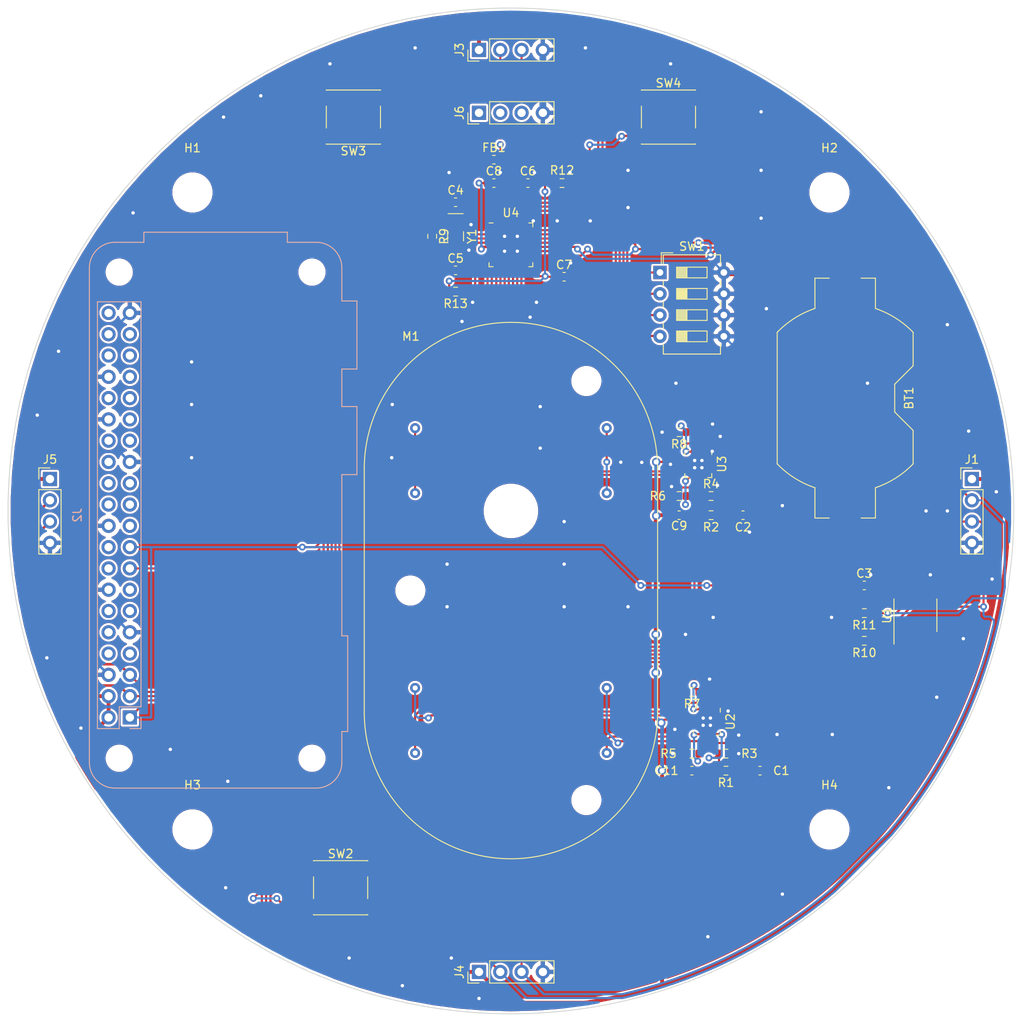
<source format=kicad_pcb>
(kicad_pcb (version 20171130) (host pcbnew "(5.1.9-0-10_14)")

  (general
    (thickness 1.6)
    (drawings 1)
    (tracks 1499)
    (zones 0)
    (modules 45)
    (nets 83)
  )

  (page A4)
  (layers
    (0 F.Cu signal)
    (31 B.Cu signal)
    (32 B.Adhes user)
    (33 F.Adhes user)
    (34 B.Paste user)
    (35 F.Paste user)
    (36 B.SilkS user)
    (37 F.SilkS user)
    (38 B.Mask user)
    (39 F.Mask user)
    (40 Dwgs.User user)
    (41 Cmts.User user)
    (42 Eco1.User user)
    (43 Eco2.User user)
    (44 Edge.Cuts user)
    (45 Margin user)
    (46 B.CrtYd user)
    (47 F.CrtYd user)
    (48 B.Fab user hide)
    (49 F.Fab user hide)
  )

  (setup
    (last_trace_width 0.254)
    (user_trace_width 0.254)
    (user_trace_width 0.3048)
    (user_trace_width 0.8128)
    (trace_clearance 0.1524)
    (zone_clearance 0.254)
    (zone_45_only no)
    (trace_min 0.2032)
    (via_size 0.8128)
    (via_drill 0.4064)
    (via_min_size 0.4064)
    (via_min_drill 0.3)
    (user_via 0.8128 0.4064)
    (uvia_size 0.3048)
    (uvia_drill 0.1016)
    (uvias_allowed no)
    (uvia_min_size 0.2032)
    (uvia_min_drill 0.1016)
    (edge_width 0.1)
    (segment_width 0.2)
    (pcb_text_width 0.3)
    (pcb_text_size 1.5 1.5)
    (mod_edge_width 0.15)
    (mod_text_size 1 1)
    (mod_text_width 0.15)
    (pad_size 1.524 1.524)
    (pad_drill 0.762)
    (pad_to_mask_clearance 0)
    (aux_axis_origin 0 0)
    (visible_elements FFFFFF7F)
    (pcbplotparams
      (layerselection 0x010fc_ffffffff)
      (usegerberextensions false)
      (usegerberattributes true)
      (usegerberadvancedattributes true)
      (creategerberjobfile true)
      (excludeedgelayer true)
      (linewidth 0.100000)
      (plotframeref false)
      (viasonmask false)
      (mode 1)
      (useauxorigin false)
      (hpglpennumber 1)
      (hpglpenspeed 20)
      (hpglpendiameter 15.000000)
      (psnegative false)
      (psa4output false)
      (plotreference true)
      (plotvalue true)
      (plotinvisibletext false)
      (padsonsilk false)
      (subtractmaskfromsilk false)
      (outputformat 1)
      (mirror false)
      (drillshape 1)
      (scaleselection 1)
      (outputdirectory ""))
  )

  (net 0 "")
  (net 1 GND)
  (net 2 "Net-(BT1-Pad1)")
  (net 3 "Net-(C1-Pad2)")
  (net 4 "Net-(C2-Pad2)")
  (net 5 +3V3)
  (net 6 "Net-(C4-Pad2)")
  (net 7 "Net-(C5-Pad2)")
  (net 8 +3.3VA)
  (net 9 I2C_SDA)
  (net 10 I2C_CLK)
  (net 11 +5V)
  (net 12 "Net-(J2-Pad40)")
  (net 13 "Net-(J2-Pad38)")
  (net 14 "Net-(J2-Pad37)")
  (net 15 "Net-(J2-Pad36)")
  (net 16 "Net-(J2-Pad35)")
  (net 17 "Net-(J2-Pad33)")
  (net 18 "Net-(J2-Pad32)")
  (net 19 "Net-(J2-Pad31)")
  (net 20 "Net-(J2-Pad29)")
  (net 21 "Net-(J2-Pad28)")
  (net 22 "Net-(J2-Pad27)")
  (net 23 "Net-(J2-Pad26)")
  (net 24 "Net-(J2-Pad24)")
  (net 25 "Net-(J2-Pad23)")
  (net 26 "Net-(J2-Pad22)")
  (net 27 "Net-(J2-Pad21)")
  (net 28 "Net-(J2-Pad19)")
  (net 29 "Net-(J2-Pad18)")
  (net 30 "Net-(J2-Pad16)")
  (net 31 PiOnOFF)
  (net 32 "Net-(J2-Pad13)")
  (net 33 "Net-(J2-Pad12)")
  (net 34 "Net-(J2-Pad11)")
  (net 35 "Net-(J2-Pad10)")
  (net 36 "Net-(J2-Pad8)")
  (net 37 "Net-(J2-Pad7)")
  (net 38 SDC)
  (net 39 SDO)
  (net 40 +3v3)
  (net 41 "Net-(R1-Pad2)")
  (net 42 "Net-(R2-Pad2)")
  (net 43 "Net-(R5-Pad1)")
  (net 44 "Net-(R6-Pad1)")
  (net 45 "Net-(R7-Pad1)")
  (net 46 "Net-(R8-Pad1)")
  (net 47 ADDR3)
  (net 48 ADDR2)
  (net 49 ADDR1)
  (net 50 ADDR0)
  (net 51 MCU_BUT_PLUS)
  (net 52 MCU_BUT_MIN)
  (net 53 RTC_RST)
  (net 54 "Net-(U1-Pad3)")
  (net 55 "Net-(U1-Pad1)")
  (net 56 MOT_EN0)
  (net 57 MOT_REF1)
  (net 58 MOT_STCK0)
  (net 59 MOT_DIR0)
  (net 60 MOT_EN1)
  (net 61 MOT_STCK1)
  (net 62 MOT_DIR1)
  (net 63 "Net-(U4-Pad32)")
  (net 64 "Net-(U4-Pad30)")
  (net 65 "Net-(U4-Pad29)")
  (net 66 "Net-(U4-Pad25)")
  (net 67 /MOT_B4)
  (net 68 /MOT_B3)
  (net 69 /MOT_A2)
  (net 70 /MOT_A1)
  (net 71 /MOT_A4)
  (net 72 /MOT_A3)
  (net 73 /MOT_B2)
  (net 74 /MOT_B1)
  (net 75 /BOOT0)
  (net 76 /nRST)
  (net 77 "Net-(U4-Pad6)")
  (net 78 "Net-(U4-Pad26)")
  (net 79 "Net-(U4-Pad18)")
  (net 80 "Net-(U4-Pad16)")
  (net 81 MOT_RST0)
  (net 82 MOT_RST1)

  (net_class Default "This is the default net class."
    (clearance 0.1524)
    (trace_width 0.254)
    (via_dia 0.8128)
    (via_drill 0.4064)
    (uvia_dia 0.3048)
    (uvia_drill 0.1016)
    (diff_pair_width 0.2032)
    (diff_pair_gap 0.254)
    (add_net /BOOT0)
    (add_net /MOT_A1)
    (add_net /MOT_A2)
    (add_net /MOT_A3)
    (add_net /MOT_A4)
    (add_net /MOT_B1)
    (add_net /MOT_B2)
    (add_net /MOT_B3)
    (add_net /MOT_B4)
    (add_net /nRST)
    (add_net MOT_RST0)
    (add_net MOT_RST1)
    (add_net "Net-(U4-Pad16)")
    (add_net "Net-(U4-Pad18)")
    (add_net "Net-(U4-Pad26)")
    (add_net "Net-(U4-Pad6)")
  )

  (net_class 5v ""
    (clearance 0.2032)
    (trace_width 0.8128)
    (via_dia 1.016)
    (via_drill 0.6096)
    (uvia_dia 0.3048)
    (uvia_drill 0.1016)
    (diff_pair_width 0.2032)
    (diff_pair_gap 0.254)
    (add_net +5V)
  )

  (net_class Power ""
    (clearance 0.2032)
    (trace_width 0.3048)
    (via_dia 0.8128)
    (via_drill 0.4064)
    (uvia_dia 0.3048)
    (uvia_drill 0.1016)
    (diff_pair_width 0.2032)
    (diff_pair_gap 0.254)
    (add_net +3.3VA)
    (add_net +3V3)
    (add_net +3v3)
    (add_net ADDR0)
    (add_net ADDR1)
    (add_net ADDR2)
    (add_net ADDR3)
    (add_net GND)
    (add_net I2C_CLK)
    (add_net I2C_SDA)
    (add_net MCU_BUT_MIN)
    (add_net MCU_BUT_PLUS)
    (add_net MOT_DIR0)
    (add_net MOT_DIR1)
    (add_net MOT_EN0)
    (add_net MOT_EN1)
    (add_net MOT_REF1)
    (add_net MOT_STCK0)
    (add_net MOT_STCK1)
    (add_net "Net-(BT1-Pad1)")
    (add_net "Net-(C1-Pad2)")
    (add_net "Net-(C2-Pad2)")
    (add_net "Net-(C4-Pad2)")
    (add_net "Net-(C5-Pad2)")
    (add_net "Net-(J2-Pad10)")
    (add_net "Net-(J2-Pad11)")
    (add_net "Net-(J2-Pad12)")
    (add_net "Net-(J2-Pad13)")
    (add_net "Net-(J2-Pad16)")
    (add_net "Net-(J2-Pad18)")
    (add_net "Net-(J2-Pad19)")
    (add_net "Net-(J2-Pad21)")
    (add_net "Net-(J2-Pad22)")
    (add_net "Net-(J2-Pad23)")
    (add_net "Net-(J2-Pad24)")
    (add_net "Net-(J2-Pad26)")
    (add_net "Net-(J2-Pad27)")
    (add_net "Net-(J2-Pad28)")
    (add_net "Net-(J2-Pad29)")
    (add_net "Net-(J2-Pad31)")
    (add_net "Net-(J2-Pad32)")
    (add_net "Net-(J2-Pad33)")
    (add_net "Net-(J2-Pad35)")
    (add_net "Net-(J2-Pad36)")
    (add_net "Net-(J2-Pad37)")
    (add_net "Net-(J2-Pad38)")
    (add_net "Net-(J2-Pad40)")
    (add_net "Net-(J2-Pad7)")
    (add_net "Net-(J2-Pad8)")
    (add_net "Net-(R1-Pad2)")
    (add_net "Net-(R2-Pad2)")
    (add_net "Net-(R5-Pad1)")
    (add_net "Net-(R6-Pad1)")
    (add_net "Net-(R7-Pad1)")
    (add_net "Net-(R8-Pad1)")
    (add_net "Net-(U1-Pad1)")
    (add_net "Net-(U1-Pad3)")
    (add_net "Net-(U4-Pad25)")
    (add_net "Net-(U4-Pad29)")
    (add_net "Net-(U4-Pad30)")
    (add_net "Net-(U4-Pad32)")
    (add_net PiOnOFF)
    (add_net RTC_RST)
    (add_net SDC)
    (add_net SDO)
  )

  (module Capacitor_SMD:C_0603_1608Metric (layer F.Cu) (tedit 5F68FEEE) (tstamp 606CE9EB)
    (at 29.718 30.988 180)
    (descr "Capacitor SMD 0603 (1608 Metric), square (rectangular) end terminal, IPC_7351 nominal, (Body size source: IPC-SM-782 page 76, https://www.pcb-3d.com/wordpress/wp-content/uploads/ipc-sm-782a_amendment_1_and_2.pdf), generated with kicad-footprint-generator")
    (tags capacitor)
    (path /60C05763)
    (attr smd)
    (fp_text reference C1 (at -2.54 0) (layer F.SilkS)
      (effects (font (size 1 1) (thickness 0.15)))
    )
    (fp_text value 22nF (at 0 1.43) (layer F.Fab)
      (effects (font (size 1 1) (thickness 0.15)))
    )
    (fp_text user %R (at 0 0) (layer F.Fab)
      (effects (font (size 0.4 0.4) (thickness 0.06)))
    )
    (fp_line (start -0.8 0.4) (end -0.8 -0.4) (layer F.Fab) (width 0.1))
    (fp_line (start -0.8 -0.4) (end 0.8 -0.4) (layer F.Fab) (width 0.1))
    (fp_line (start 0.8 -0.4) (end 0.8 0.4) (layer F.Fab) (width 0.1))
    (fp_line (start 0.8 0.4) (end -0.8 0.4) (layer F.Fab) (width 0.1))
    (fp_line (start -0.14058 -0.51) (end 0.14058 -0.51) (layer F.SilkS) (width 0.12))
    (fp_line (start -0.14058 0.51) (end 0.14058 0.51) (layer F.SilkS) (width 0.12))
    (fp_line (start -1.48 0.73) (end -1.48 -0.73) (layer F.CrtYd) (width 0.05))
    (fp_line (start -1.48 -0.73) (end 1.48 -0.73) (layer F.CrtYd) (width 0.05))
    (fp_line (start 1.48 -0.73) (end 1.48 0.73) (layer F.CrtYd) (width 0.05))
    (fp_line (start 1.48 0.73) (end -1.48 0.73) (layer F.CrtYd) (width 0.05))
    (pad 2 smd roundrect (at 0.775 0 180) (size 0.9 0.95) (layers F.Cu F.Paste F.Mask) (roundrect_rratio 0.25)
      (net 3 "Net-(C1-Pad2)"))
    (pad 1 smd roundrect (at -0.775 0 180) (size 0.9 0.95) (layers F.Cu F.Paste F.Mask) (roundrect_rratio 0.25)
      (net 1 GND))
    (model ${KISYS3DMOD}/Capacitor_SMD.3dshapes/C_0603_1608Metric.wrl
      (at (xyz 0 0 0))
      (scale (xyz 1 1 1))
      (rotate (xyz 0 0 0))
    )
  )

  (module Capacitor_SMD:C_0603_1608Metric (layer F.Cu) (tedit 5F68FEEE) (tstamp 606D7EC6)
    (at 27.686 0.508 180)
    (descr "Capacitor SMD 0603 (1608 Metric), square (rectangular) end terminal, IPC_7351 nominal, (Body size source: IPC-SM-782 page 76, https://www.pcb-3d.com/wordpress/wp-content/uploads/ipc-sm-782a_amendment_1_and_2.pdf), generated with kicad-footprint-generator")
    (tags capacitor)
    (path /60BFA833)
    (attr smd)
    (fp_text reference C2 (at 0 -1.43) (layer F.SilkS)
      (effects (font (size 1 1) (thickness 0.15)))
    )
    (fp_text value 22nF (at 0 1.43) (layer F.Fab)
      (effects (font (size 1 1) (thickness 0.15)))
    )
    (fp_text user %R (at 0 0) (layer F.Fab)
      (effects (font (size 0.4 0.4) (thickness 0.06)))
    )
    (fp_line (start -0.8 0.4) (end -0.8 -0.4) (layer F.Fab) (width 0.1))
    (fp_line (start -0.8 -0.4) (end 0.8 -0.4) (layer F.Fab) (width 0.1))
    (fp_line (start 0.8 -0.4) (end 0.8 0.4) (layer F.Fab) (width 0.1))
    (fp_line (start 0.8 0.4) (end -0.8 0.4) (layer F.Fab) (width 0.1))
    (fp_line (start -0.14058 -0.51) (end 0.14058 -0.51) (layer F.SilkS) (width 0.12))
    (fp_line (start -0.14058 0.51) (end 0.14058 0.51) (layer F.SilkS) (width 0.12))
    (fp_line (start -1.48 0.73) (end -1.48 -0.73) (layer F.CrtYd) (width 0.05))
    (fp_line (start -1.48 -0.73) (end 1.48 -0.73) (layer F.CrtYd) (width 0.05))
    (fp_line (start 1.48 -0.73) (end 1.48 0.73) (layer F.CrtYd) (width 0.05))
    (fp_line (start 1.48 0.73) (end -1.48 0.73) (layer F.CrtYd) (width 0.05))
    (pad 2 smd roundrect (at 0.775 0 180) (size 0.9 0.95) (layers F.Cu F.Paste F.Mask) (roundrect_rratio 0.25)
      (net 4 "Net-(C2-Pad2)"))
    (pad 1 smd roundrect (at -0.775 0 180) (size 0.9 0.95) (layers F.Cu F.Paste F.Mask) (roundrect_rratio 0.25)
      (net 1 GND))
    (model ${KISYS3DMOD}/Capacitor_SMD.3dshapes/C_0603_1608Metric.wrl
      (at (xyz 0 0 0))
      (scale (xyz 1 1 1))
      (rotate (xyz 0 0 0))
    )
  )

  (module Capacitor_SMD:C_0603_1608Metric (layer F.Cu) (tedit 5F68FEEE) (tstamp 606CEA0D)
    (at 42.164 8.89)
    (descr "Capacitor SMD 0603 (1608 Metric), square (rectangular) end terminal, IPC_7351 nominal, (Body size source: IPC-SM-782 page 76, https://www.pcb-3d.com/wordpress/wp-content/uploads/ipc-sm-782a_amendment_1_and_2.pdf), generated with kicad-footprint-generator")
    (tags capacitor)
    (path /60CA57B6)
    (attr smd)
    (fp_text reference C3 (at 0 -1.43) (layer F.SilkS)
      (effects (font (size 1 1) (thickness 0.15)))
    )
    (fp_text value 100nF (at 0 1.43) (layer F.Fab)
      (effects (font (size 1 1) (thickness 0.15)))
    )
    (fp_text user %R (at 0 0) (layer F.Fab)
      (effects (font (size 0.4 0.4) (thickness 0.06)))
    )
    (fp_line (start -0.8 0.4) (end -0.8 -0.4) (layer F.Fab) (width 0.1))
    (fp_line (start -0.8 -0.4) (end 0.8 -0.4) (layer F.Fab) (width 0.1))
    (fp_line (start 0.8 -0.4) (end 0.8 0.4) (layer F.Fab) (width 0.1))
    (fp_line (start 0.8 0.4) (end -0.8 0.4) (layer F.Fab) (width 0.1))
    (fp_line (start -0.14058 -0.51) (end 0.14058 -0.51) (layer F.SilkS) (width 0.12))
    (fp_line (start -0.14058 0.51) (end 0.14058 0.51) (layer F.SilkS) (width 0.12))
    (fp_line (start -1.48 0.73) (end -1.48 -0.73) (layer F.CrtYd) (width 0.05))
    (fp_line (start -1.48 -0.73) (end 1.48 -0.73) (layer F.CrtYd) (width 0.05))
    (fp_line (start 1.48 -0.73) (end 1.48 0.73) (layer F.CrtYd) (width 0.05))
    (fp_line (start 1.48 0.73) (end -1.48 0.73) (layer F.CrtYd) (width 0.05))
    (pad 2 smd roundrect (at 0.775 0) (size 0.9 0.95) (layers F.Cu F.Paste F.Mask) (roundrect_rratio 0.25)
      (net 1 GND))
    (pad 1 smd roundrect (at -0.775 0) (size 0.9 0.95) (layers F.Cu F.Paste F.Mask) (roundrect_rratio 0.25)
      (net 5 +3V3))
    (model ${KISYS3DMOD}/Capacitor_SMD.3dshapes/C_0603_1608Metric.wrl
      (at (xyz 0 0 0))
      (scale (xyz 1 1 1))
      (rotate (xyz 0 0 0))
    )
  )

  (module Capacitor_SMD:C_0603_1608Metric (layer F.Cu) (tedit 5F68FEEE) (tstamp 606D792A)
    (at -6.604 -36.83)
    (descr "Capacitor SMD 0603 (1608 Metric), square (rectangular) end terminal, IPC_7351 nominal, (Body size source: IPC-SM-782 page 76, https://www.pcb-3d.com/wordpress/wp-content/uploads/ipc-sm-782a_amendment_1_and_2.pdf), generated with kicad-footprint-generator")
    (tags capacitor)
    (path /60AD4BF7)
    (attr smd)
    (fp_text reference C4 (at 0 -1.43) (layer F.SilkS)
      (effects (font (size 1 1) (thickness 0.15)))
    )
    (fp_text value 4p7 (at 0 1.43) (layer F.Fab)
      (effects (font (size 1 1) (thickness 0.15)))
    )
    (fp_text user %R (at 0 0) (layer F.Fab)
      (effects (font (size 0.4 0.4) (thickness 0.06)))
    )
    (fp_line (start -0.8 0.4) (end -0.8 -0.4) (layer F.Fab) (width 0.1))
    (fp_line (start -0.8 -0.4) (end 0.8 -0.4) (layer F.Fab) (width 0.1))
    (fp_line (start 0.8 -0.4) (end 0.8 0.4) (layer F.Fab) (width 0.1))
    (fp_line (start 0.8 0.4) (end -0.8 0.4) (layer F.Fab) (width 0.1))
    (fp_line (start -0.14058 -0.51) (end 0.14058 -0.51) (layer F.SilkS) (width 0.12))
    (fp_line (start -0.14058 0.51) (end 0.14058 0.51) (layer F.SilkS) (width 0.12))
    (fp_line (start -1.48 0.73) (end -1.48 -0.73) (layer F.CrtYd) (width 0.05))
    (fp_line (start -1.48 -0.73) (end 1.48 -0.73) (layer F.CrtYd) (width 0.05))
    (fp_line (start 1.48 -0.73) (end 1.48 0.73) (layer F.CrtYd) (width 0.05))
    (fp_line (start 1.48 0.73) (end -1.48 0.73) (layer F.CrtYd) (width 0.05))
    (pad 2 smd roundrect (at 0.775 0) (size 0.9 0.95) (layers F.Cu F.Paste F.Mask) (roundrect_rratio 0.25)
      (net 6 "Net-(C4-Pad2)"))
    (pad 1 smd roundrect (at -0.775 0) (size 0.9 0.95) (layers F.Cu F.Paste F.Mask) (roundrect_rratio 0.25)
      (net 1 GND))
    (model ${KISYS3DMOD}/Capacitor_SMD.3dshapes/C_0603_1608Metric.wrl
      (at (xyz 0 0 0))
      (scale (xyz 1 1 1))
      (rotate (xyz 0 0 0))
    )
  )

  (module Capacitor_SMD:C_0603_1608Metric (layer F.Cu) (tedit 5F68FEEE) (tstamp 606D7A99)
    (at -6.604 -28.702)
    (descr "Capacitor SMD 0603 (1608 Metric), square (rectangular) end terminal, IPC_7351 nominal, (Body size source: IPC-SM-782 page 76, https://www.pcb-3d.com/wordpress/wp-content/uploads/ipc-sm-782a_amendment_1_and_2.pdf), generated with kicad-footprint-generator")
    (tags capacitor)
    (path /60AE6F28)
    (attr smd)
    (fp_text reference C5 (at 0 -1.43) (layer F.SilkS)
      (effects (font (size 1 1) (thickness 0.15)))
    )
    (fp_text value 4p7 (at 0 1.43) (layer F.Fab)
      (effects (font (size 1 1) (thickness 0.15)))
    )
    (fp_text user %R (at 0 0) (layer F.Fab)
      (effects (font (size 0.4 0.4) (thickness 0.06)))
    )
    (fp_line (start -0.8 0.4) (end -0.8 -0.4) (layer F.Fab) (width 0.1))
    (fp_line (start -0.8 -0.4) (end 0.8 -0.4) (layer F.Fab) (width 0.1))
    (fp_line (start 0.8 -0.4) (end 0.8 0.4) (layer F.Fab) (width 0.1))
    (fp_line (start 0.8 0.4) (end -0.8 0.4) (layer F.Fab) (width 0.1))
    (fp_line (start -0.14058 -0.51) (end 0.14058 -0.51) (layer F.SilkS) (width 0.12))
    (fp_line (start -0.14058 0.51) (end 0.14058 0.51) (layer F.SilkS) (width 0.12))
    (fp_line (start -1.48 0.73) (end -1.48 -0.73) (layer F.CrtYd) (width 0.05))
    (fp_line (start -1.48 -0.73) (end 1.48 -0.73) (layer F.CrtYd) (width 0.05))
    (fp_line (start 1.48 -0.73) (end 1.48 0.73) (layer F.CrtYd) (width 0.05))
    (fp_line (start 1.48 0.73) (end -1.48 0.73) (layer F.CrtYd) (width 0.05))
    (pad 2 smd roundrect (at 0.775 0) (size 0.9 0.95) (layers F.Cu F.Paste F.Mask) (roundrect_rratio 0.25)
      (net 7 "Net-(C5-Pad2)"))
    (pad 1 smd roundrect (at -0.775 0) (size 0.9 0.95) (layers F.Cu F.Paste F.Mask) (roundrect_rratio 0.25)
      (net 1 GND))
    (model ${KISYS3DMOD}/Capacitor_SMD.3dshapes/C_0603_1608Metric.wrl
      (at (xyz 0 0 0))
      (scale (xyz 1 1 1))
      (rotate (xyz 0 0 0))
    )
  )

  (module Capacitor_SMD:C_0603_1608Metric (layer F.Cu) (tedit 5F68FEEE) (tstamp 606D8105)
    (at 2.032 -39.116)
    (descr "Capacitor SMD 0603 (1608 Metric), square (rectangular) end terminal, IPC_7351 nominal, (Body size source: IPC-SM-782 page 76, https://www.pcb-3d.com/wordpress/wp-content/uploads/ipc-sm-782a_amendment_1_and_2.pdf), generated with kicad-footprint-generator")
    (tags capacitor)
    (path /607C5335)
    (attr smd)
    (fp_text reference C6 (at 0 -1.43) (layer F.SilkS)
      (effects (font (size 1 1) (thickness 0.15)))
    )
    (fp_text value 100nF (at 0 1.43) (layer F.Fab)
      (effects (font (size 1 1) (thickness 0.15)))
    )
    (fp_text user %R (at 0 0) (layer F.Fab)
      (effects (font (size 0.4 0.4) (thickness 0.06)))
    )
    (fp_line (start -0.8 0.4) (end -0.8 -0.4) (layer F.Fab) (width 0.1))
    (fp_line (start -0.8 -0.4) (end 0.8 -0.4) (layer F.Fab) (width 0.1))
    (fp_line (start 0.8 -0.4) (end 0.8 0.4) (layer F.Fab) (width 0.1))
    (fp_line (start 0.8 0.4) (end -0.8 0.4) (layer F.Fab) (width 0.1))
    (fp_line (start -0.14058 -0.51) (end 0.14058 -0.51) (layer F.SilkS) (width 0.12))
    (fp_line (start -0.14058 0.51) (end 0.14058 0.51) (layer F.SilkS) (width 0.12))
    (fp_line (start -1.48 0.73) (end -1.48 -0.73) (layer F.CrtYd) (width 0.05))
    (fp_line (start -1.48 -0.73) (end 1.48 -0.73) (layer F.CrtYd) (width 0.05))
    (fp_line (start 1.48 -0.73) (end 1.48 0.73) (layer F.CrtYd) (width 0.05))
    (fp_line (start 1.48 0.73) (end -1.48 0.73) (layer F.CrtYd) (width 0.05))
    (pad 2 smd roundrect (at 0.775 0) (size 0.9 0.95) (layers F.Cu F.Paste F.Mask) (roundrect_rratio 0.25)
      (net 1 GND))
    (pad 1 smd roundrect (at -0.775 0) (size 0.9 0.95) (layers F.Cu F.Paste F.Mask) (roundrect_rratio 0.25)
      (net 5 +3V3))
    (model ${KISYS3DMOD}/Capacitor_SMD.3dshapes/C_0603_1608Metric.wrl
      (at (xyz 0 0 0))
      (scale (xyz 1 1 1))
      (rotate (xyz 0 0 0))
    )
  )

  (module Capacitor_SMD:C_0603_1608Metric (layer F.Cu) (tedit 5F68FEEE) (tstamp 606D80D5)
    (at 6.35 -27.94)
    (descr "Capacitor SMD 0603 (1608 Metric), square (rectangular) end terminal, IPC_7351 nominal, (Body size source: IPC-SM-782 page 76, https://www.pcb-3d.com/wordpress/wp-content/uploads/ipc-sm-782a_amendment_1_and_2.pdf), generated with kicad-footprint-generator")
    (tags capacitor)
    (path /607E5577)
    (attr smd)
    (fp_text reference C7 (at 0 -1.43) (layer F.SilkS)
      (effects (font (size 1 1) (thickness 0.15)))
    )
    (fp_text value 100nF (at 0 1.43) (layer F.Fab)
      (effects (font (size 1 1) (thickness 0.15)))
    )
    (fp_text user %R (at 0 0) (layer F.Fab)
      (effects (font (size 0.4 0.4) (thickness 0.06)))
    )
    (fp_line (start -0.8 0.4) (end -0.8 -0.4) (layer F.Fab) (width 0.1))
    (fp_line (start -0.8 -0.4) (end 0.8 -0.4) (layer F.Fab) (width 0.1))
    (fp_line (start 0.8 -0.4) (end 0.8 0.4) (layer F.Fab) (width 0.1))
    (fp_line (start 0.8 0.4) (end -0.8 0.4) (layer F.Fab) (width 0.1))
    (fp_line (start -0.14058 -0.51) (end 0.14058 -0.51) (layer F.SilkS) (width 0.12))
    (fp_line (start -0.14058 0.51) (end 0.14058 0.51) (layer F.SilkS) (width 0.12))
    (fp_line (start -1.48 0.73) (end -1.48 -0.73) (layer F.CrtYd) (width 0.05))
    (fp_line (start -1.48 -0.73) (end 1.48 -0.73) (layer F.CrtYd) (width 0.05))
    (fp_line (start 1.48 -0.73) (end 1.48 0.73) (layer F.CrtYd) (width 0.05))
    (fp_line (start 1.48 0.73) (end -1.48 0.73) (layer F.CrtYd) (width 0.05))
    (pad 2 smd roundrect (at 0.775 0) (size 0.9 0.95) (layers F.Cu F.Paste F.Mask) (roundrect_rratio 0.25)
      (net 1 GND))
    (pad 1 smd roundrect (at -0.775 0) (size 0.9 0.95) (layers F.Cu F.Paste F.Mask) (roundrect_rratio 0.25)
      (net 5 +3V3))
    (model ${KISYS3DMOD}/Capacitor_SMD.3dshapes/C_0603_1608Metric.wrl
      (at (xyz 0 0 0))
      (scale (xyz 1 1 1))
      (rotate (xyz 0 0 0))
    )
  )

  (module Capacitor_SMD:C_0603_1608Metric (layer F.Cu) (tedit 5F68FEEE) (tstamp 606D80A5)
    (at -2.032 -39.116)
    (descr "Capacitor SMD 0603 (1608 Metric), square (rectangular) end terminal, IPC_7351 nominal, (Body size source: IPC-SM-782 page 76, https://www.pcb-3d.com/wordpress/wp-content/uploads/ipc-sm-782a_amendment_1_and_2.pdf), generated with kicad-footprint-generator")
    (tags capacitor)
    (path /607E5A88)
    (attr smd)
    (fp_text reference C8 (at 0 -1.43) (layer F.SilkS)
      (effects (font (size 1 1) (thickness 0.15)))
    )
    (fp_text value 100nF (at 0 1.43) (layer F.Fab)
      (effects (font (size 1 1) (thickness 0.15)))
    )
    (fp_text user %R (at 0 0) (layer F.Fab)
      (effects (font (size 0.4 0.4) (thickness 0.06)))
    )
    (fp_line (start -0.8 0.4) (end -0.8 -0.4) (layer F.Fab) (width 0.1))
    (fp_line (start -0.8 -0.4) (end 0.8 -0.4) (layer F.Fab) (width 0.1))
    (fp_line (start 0.8 -0.4) (end 0.8 0.4) (layer F.Fab) (width 0.1))
    (fp_line (start 0.8 0.4) (end -0.8 0.4) (layer F.Fab) (width 0.1))
    (fp_line (start -0.14058 -0.51) (end 0.14058 -0.51) (layer F.SilkS) (width 0.12))
    (fp_line (start -0.14058 0.51) (end 0.14058 0.51) (layer F.SilkS) (width 0.12))
    (fp_line (start -1.48 0.73) (end -1.48 -0.73) (layer F.CrtYd) (width 0.05))
    (fp_line (start -1.48 -0.73) (end 1.48 -0.73) (layer F.CrtYd) (width 0.05))
    (fp_line (start 1.48 -0.73) (end 1.48 0.73) (layer F.CrtYd) (width 0.05))
    (fp_line (start 1.48 0.73) (end -1.48 0.73) (layer F.CrtYd) (width 0.05))
    (pad 2 smd roundrect (at 0.775 0) (size 0.9 0.95) (layers F.Cu F.Paste F.Mask) (roundrect_rratio 0.25)
      (net 1 GND))
    (pad 1 smd roundrect (at -0.775 0) (size 0.9 0.95) (layers F.Cu F.Paste F.Mask) (roundrect_rratio 0.25)
      (net 8 +3.3VA))
    (model ${KISYS3DMOD}/Capacitor_SMD.3dshapes/C_0603_1608Metric.wrl
      (at (xyz 0 0 0))
      (scale (xyz 1 1 1))
      (rotate (xyz 0 0 0))
    )
  )

  (module Inductor_SMD:L_0603_1608Metric (layer F.Cu) (tedit 5F68FEF0) (tstamp 606EEBE5)
    (at -2.032 -41.91)
    (descr "Inductor SMD 0603 (1608 Metric), square (rectangular) end terminal, IPC_7351 nominal, (Body size source: http://www.tortai-tech.com/upload/download/2011102023233369053.pdf), generated with kicad-footprint-generator")
    (tags inductor)
    (path /607AC7C2)
    (attr smd)
    (fp_text reference FB1 (at 0 -1.43) (layer F.SilkS)
      (effects (font (size 1 1) (thickness 0.15)))
    )
    (fp_text value FerriteBead (at 0 1.43) (layer F.Fab)
      (effects (font (size 1 1) (thickness 0.15)))
    )
    (fp_text user %R (at 0 0) (layer F.Fab)
      (effects (font (size 0.4 0.4) (thickness 0.06)))
    )
    (fp_line (start -0.8 0.4) (end -0.8 -0.4) (layer F.Fab) (width 0.1))
    (fp_line (start -0.8 -0.4) (end 0.8 -0.4) (layer F.Fab) (width 0.1))
    (fp_line (start 0.8 -0.4) (end 0.8 0.4) (layer F.Fab) (width 0.1))
    (fp_line (start 0.8 0.4) (end -0.8 0.4) (layer F.Fab) (width 0.1))
    (fp_line (start -0.162779 -0.51) (end 0.162779 -0.51) (layer F.SilkS) (width 0.12))
    (fp_line (start -0.162779 0.51) (end 0.162779 0.51) (layer F.SilkS) (width 0.12))
    (fp_line (start -1.48 0.73) (end -1.48 -0.73) (layer F.CrtYd) (width 0.05))
    (fp_line (start -1.48 -0.73) (end 1.48 -0.73) (layer F.CrtYd) (width 0.05))
    (fp_line (start 1.48 -0.73) (end 1.48 0.73) (layer F.CrtYd) (width 0.05))
    (fp_line (start 1.48 0.73) (end -1.48 0.73) (layer F.CrtYd) (width 0.05))
    (pad 2 smd roundrect (at 0.7875 0) (size 0.875 0.95) (layers F.Cu F.Paste F.Mask) (roundrect_rratio 0.25)
      (net 5 +3V3))
    (pad 1 smd roundrect (at -0.7875 0) (size 0.875 0.95) (layers F.Cu F.Paste F.Mask) (roundrect_rratio 0.25)
      (net 8 +3.3VA))
    (model ${KISYS3DMOD}/Inductor_SMD.3dshapes/L_0603_1608Metric.wrl
      (at (xyz 0 0 0))
      (scale (xyz 1 1 1))
      (rotate (xyz 0 0 0))
    )
  )

  (module Connector_PinHeader_2.54mm:PinHeader_1x04_P2.54mm_Vertical (layer F.Cu) (tedit 59FED5CC) (tstamp 606CEA8B)
    (at 55 -3.81)
    (descr "Through hole straight pin header, 1x04, 2.54mm pitch, single row")
    (tags "Through hole pin header THT 1x04 2.54mm single row")
    (path /60BB9569)
    (fp_text reference J1 (at 0 -2.33) (layer F.SilkS)
      (effects (font (size 1 1) (thickness 0.15)))
    )
    (fp_text value Conn_01x04 (at 0 9.95) (layer F.Fab)
      (effects (font (size 1 1) (thickness 0.15)))
    )
    (fp_text user %R (at 0 3.81 90) (layer F.Fab)
      (effects (font (size 1 1) (thickness 0.15)))
    )
    (fp_line (start -0.635 -1.27) (end 1.27 -1.27) (layer F.Fab) (width 0.1))
    (fp_line (start 1.27 -1.27) (end 1.27 8.89) (layer F.Fab) (width 0.1))
    (fp_line (start 1.27 8.89) (end -1.27 8.89) (layer F.Fab) (width 0.1))
    (fp_line (start -1.27 8.89) (end -1.27 -0.635) (layer F.Fab) (width 0.1))
    (fp_line (start -1.27 -0.635) (end -0.635 -1.27) (layer F.Fab) (width 0.1))
    (fp_line (start -1.33 8.95) (end 1.33 8.95) (layer F.SilkS) (width 0.12))
    (fp_line (start -1.33 1.27) (end -1.33 8.95) (layer F.SilkS) (width 0.12))
    (fp_line (start 1.33 1.27) (end 1.33 8.95) (layer F.SilkS) (width 0.12))
    (fp_line (start -1.33 1.27) (end 1.33 1.27) (layer F.SilkS) (width 0.12))
    (fp_line (start -1.33 0) (end -1.33 -1.33) (layer F.SilkS) (width 0.12))
    (fp_line (start -1.33 -1.33) (end 0 -1.33) (layer F.SilkS) (width 0.12))
    (fp_line (start -1.8 -1.8) (end -1.8 9.4) (layer F.CrtYd) (width 0.05))
    (fp_line (start -1.8 9.4) (end 1.8 9.4) (layer F.CrtYd) (width 0.05))
    (fp_line (start 1.8 9.4) (end 1.8 -1.8) (layer F.CrtYd) (width 0.05))
    (fp_line (start 1.8 -1.8) (end -1.8 -1.8) (layer F.CrtYd) (width 0.05))
    (pad 4 thru_hole oval (at 0 7.62) (size 1.7 1.7) (drill 1) (layers *.Cu *.Mask)
      (net 1 GND))
    (pad 3 thru_hole oval (at 0 5.08) (size 1.7 1.7) (drill 1) (layers *.Cu *.Mask)
      (net 9 I2C_SDA))
    (pad 2 thru_hole oval (at 0 2.54) (size 1.7 1.7) (drill 1) (layers *.Cu *.Mask)
      (net 10 I2C_CLK))
    (pad 1 thru_hole rect (at 0 0) (size 1.7 1.7) (drill 1) (layers *.Cu *.Mask)
      (net 11 +5V))
    (model ${KISYS3DMOD}/Connector_PinHeader_2.54mm.3dshapes/PinHeader_1x04_P2.54mm_Vertical.wrl
      (at (xyz 0 0 0))
      (scale (xyz 1 1 1))
      (rotate (xyz 0 0 0))
    )
  )

  (module Connector_PinHeader_2.54mm:PinHeader_1x04_P2.54mm_Vertical (layer F.Cu) (tedit 59FED5CC) (tstamp 606CEBFC)
    (at -3.81 -55 90)
    (descr "Through hole straight pin header, 1x04, 2.54mm pitch, single row")
    (tags "Through hole pin header THT 1x04 2.54mm single row")
    (path /60BBA03E)
    (fp_text reference J3 (at 0 -2.33 90) (layer F.SilkS)
      (effects (font (size 1 1) (thickness 0.15)))
    )
    (fp_text value Conn_01x04 (at 0 9.95 90) (layer F.Fab)
      (effects (font (size 1 1) (thickness 0.15)))
    )
    (fp_text user %R (at -1.7108 -2.9464) (layer F.Fab)
      (effects (font (size 1 1) (thickness 0.15)))
    )
    (fp_line (start -0.635 -1.27) (end 1.27 -1.27) (layer F.Fab) (width 0.1))
    (fp_line (start 1.27 -1.27) (end 1.27 8.89) (layer F.Fab) (width 0.1))
    (fp_line (start 1.27 8.89) (end -1.27 8.89) (layer F.Fab) (width 0.1))
    (fp_line (start -1.27 8.89) (end -1.27 -0.635) (layer F.Fab) (width 0.1))
    (fp_line (start -1.27 -0.635) (end -0.635 -1.27) (layer F.Fab) (width 0.1))
    (fp_line (start -1.33 8.95) (end 1.33 8.95) (layer F.SilkS) (width 0.12))
    (fp_line (start -1.33 1.27) (end -1.33 8.95) (layer F.SilkS) (width 0.12))
    (fp_line (start 1.33 1.27) (end 1.33 8.95) (layer F.SilkS) (width 0.12))
    (fp_line (start -1.33 1.27) (end 1.33 1.27) (layer F.SilkS) (width 0.12))
    (fp_line (start -1.33 0) (end -1.33 -1.33) (layer F.SilkS) (width 0.12))
    (fp_line (start -1.33 -1.33) (end 0 -1.33) (layer F.SilkS) (width 0.12))
    (fp_line (start -1.8 -1.8) (end -1.8 9.4) (layer F.CrtYd) (width 0.05))
    (fp_line (start -1.8 9.4) (end 1.8 9.4) (layer F.CrtYd) (width 0.05))
    (fp_line (start 1.8 9.4) (end 1.8 -1.8) (layer F.CrtYd) (width 0.05))
    (fp_line (start 1.8 -1.8) (end -1.8 -1.8) (layer F.CrtYd) (width 0.05))
    (pad 4 thru_hole oval (at 0 7.62 90) (size 1.7 1.7) (drill 1) (layers *.Cu *.Mask)
      (net 1 GND))
    (pad 3 thru_hole oval (at 0 5.08 90) (size 1.7 1.7) (drill 1) (layers *.Cu *.Mask)
      (net 9 I2C_SDA))
    (pad 2 thru_hole oval (at 0 2.54 90) (size 1.7 1.7) (drill 1) (layers *.Cu *.Mask)
      (net 10 I2C_CLK))
    (pad 1 thru_hole rect (at 0 0 90) (size 1.7 1.7) (drill 1) (layers *.Cu *.Mask)
      (net 11 +5V))
    (model ${KISYS3DMOD}/Connector_PinHeader_2.54mm.3dshapes/PinHeader_1x04_P2.54mm_Vertical.wrl
      (at (xyz 0 0 0))
      (scale (xyz 1 1 1))
      (rotate (xyz 0 0 0))
    )
  )

  (module Connector_PinHeader_2.54mm:PinHeader_1x04_P2.54mm_Vertical (layer F.Cu) (tedit 59FED5CC) (tstamp 606CEC14)
    (at -3.81 55 90)
    (descr "Through hole straight pin header, 1x04, 2.54mm pitch, single row")
    (tags "Through hole pin header THT 1x04 2.54mm single row")
    (path /60BBA98A)
    (fp_text reference J4 (at 0 -2.33 90) (layer F.SilkS)
      (effects (font (size 1 1) (thickness 0.15)))
    )
    (fp_text value Conn_01x04 (at 0 9.95 90) (layer F.Fab)
      (effects (font (size 1 1) (thickness 0.15)))
    )
    (fp_text user %R (at 0 3.81) (layer F.Fab)
      (effects (font (size 1 1) (thickness 0.15)))
    )
    (fp_line (start -0.635 -1.27) (end 1.27 -1.27) (layer F.Fab) (width 0.1))
    (fp_line (start 1.27 -1.27) (end 1.27 8.89) (layer F.Fab) (width 0.1))
    (fp_line (start 1.27 8.89) (end -1.27 8.89) (layer F.Fab) (width 0.1))
    (fp_line (start -1.27 8.89) (end -1.27 -0.635) (layer F.Fab) (width 0.1))
    (fp_line (start -1.27 -0.635) (end -0.635 -1.27) (layer F.Fab) (width 0.1))
    (fp_line (start -1.33 8.95) (end 1.33 8.95) (layer F.SilkS) (width 0.12))
    (fp_line (start -1.33 1.27) (end -1.33 8.95) (layer F.SilkS) (width 0.12))
    (fp_line (start 1.33 1.27) (end 1.33 8.95) (layer F.SilkS) (width 0.12))
    (fp_line (start -1.33 1.27) (end 1.33 1.27) (layer F.SilkS) (width 0.12))
    (fp_line (start -1.33 0) (end -1.33 -1.33) (layer F.SilkS) (width 0.12))
    (fp_line (start -1.33 -1.33) (end 0 -1.33) (layer F.SilkS) (width 0.12))
    (fp_line (start -1.8 -1.8) (end -1.8 9.4) (layer F.CrtYd) (width 0.05))
    (fp_line (start -1.8 9.4) (end 1.8 9.4) (layer F.CrtYd) (width 0.05))
    (fp_line (start 1.8 9.4) (end 1.8 -1.8) (layer F.CrtYd) (width 0.05))
    (fp_line (start 1.8 -1.8) (end -1.8 -1.8) (layer F.CrtYd) (width 0.05))
    (pad 4 thru_hole oval (at 0 7.62 90) (size 1.7 1.7) (drill 1) (layers *.Cu *.Mask)
      (net 1 GND))
    (pad 3 thru_hole oval (at 0 5.08 90) (size 1.7 1.7) (drill 1) (layers *.Cu *.Mask)
      (net 9 I2C_SDA))
    (pad 2 thru_hole oval (at 0 2.54 90) (size 1.7 1.7) (drill 1) (layers *.Cu *.Mask)
      (net 10 I2C_CLK))
    (pad 1 thru_hole rect (at 0 0 90) (size 1.7 1.7) (drill 1) (layers *.Cu *.Mask)
      (net 11 +5V))
    (model ${KISYS3DMOD}/Connector_PinHeader_2.54mm.3dshapes/PinHeader_1x04_P2.54mm_Vertical.wrl
      (at (xyz 0 0 0))
      (scale (xyz 1 1 1))
      (rotate (xyz 0 0 0))
    )
  )

  (module Connector_PinHeader_2.54mm:PinHeader_1x04_P2.54mm_Vertical (layer F.Cu) (tedit 59FED5CC) (tstamp 606D16C1)
    (at -55 -3.81)
    (descr "Through hole straight pin header, 1x04, 2.54mm pitch, single row")
    (tags "Through hole pin header THT 1x04 2.54mm single row")
    (path /60BBB19E)
    (fp_text reference J5 (at 0 -2.33) (layer F.SilkS)
      (effects (font (size 1 1) (thickness 0.15)))
    )
    (fp_text value Conn_01x04 (at 0 9.95) (layer F.Fab)
      (effects (font (size 1 1) (thickness 0.15)))
    )
    (fp_text user %R (at 0 3.81 90) (layer F.Fab)
      (effects (font (size 1 1) (thickness 0.15)))
    )
    (fp_line (start -0.635 -1.27) (end 1.27 -1.27) (layer F.Fab) (width 0.1))
    (fp_line (start 1.27 -1.27) (end 1.27 8.89) (layer F.Fab) (width 0.1))
    (fp_line (start 1.27 8.89) (end -1.27 8.89) (layer F.Fab) (width 0.1))
    (fp_line (start -1.27 8.89) (end -1.27 -0.635) (layer F.Fab) (width 0.1))
    (fp_line (start -1.27 -0.635) (end -0.635 -1.27) (layer F.Fab) (width 0.1))
    (fp_line (start -1.33 8.95) (end 1.33 8.95) (layer F.SilkS) (width 0.12))
    (fp_line (start -1.33 1.27) (end -1.33 8.95) (layer F.SilkS) (width 0.12))
    (fp_line (start 1.33 1.27) (end 1.33 8.95) (layer F.SilkS) (width 0.12))
    (fp_line (start -1.33 1.27) (end 1.33 1.27) (layer F.SilkS) (width 0.12))
    (fp_line (start -1.33 0) (end -1.33 -1.33) (layer F.SilkS) (width 0.12))
    (fp_line (start -1.33 -1.33) (end 0 -1.33) (layer F.SilkS) (width 0.12))
    (fp_line (start -1.8 -1.8) (end -1.8 9.4) (layer F.CrtYd) (width 0.05))
    (fp_line (start -1.8 9.4) (end 1.8 9.4) (layer F.CrtYd) (width 0.05))
    (fp_line (start 1.8 9.4) (end 1.8 -1.8) (layer F.CrtYd) (width 0.05))
    (fp_line (start 1.8 -1.8) (end -1.8 -1.8) (layer F.CrtYd) (width 0.05))
    (pad 4 thru_hole oval (at 0 7.62) (size 1.7 1.7) (drill 1) (layers *.Cu *.Mask)
      (net 1 GND))
    (pad 3 thru_hole oval (at 0 5.08) (size 1.7 1.7) (drill 1) (layers *.Cu *.Mask)
      (net 9 I2C_SDA))
    (pad 2 thru_hole oval (at 0 2.54) (size 1.7 1.7) (drill 1) (layers *.Cu *.Mask)
      (net 10 I2C_CLK))
    (pad 1 thru_hole rect (at 0 0) (size 1.7 1.7) (drill 1) (layers *.Cu *.Mask)
      (net 11 +5V))
    (model ${KISYS3DMOD}/Connector_PinHeader_2.54mm.3dshapes/PinHeader_1x04_P2.54mm_Vertical.wrl
      (at (xyz 0 0 0))
      (scale (xyz 1 1 1))
      (rotate (xyz 0 0 0))
    )
  )

  (module Connector_PinHeader_2.54mm:PinHeader_1x04_P2.54mm_Vertical (layer F.Cu) (tedit 59FED5CC) (tstamp 606CEC44)
    (at -3.81 -47.498 90)
    (descr "Through hole straight pin header, 1x04, 2.54mm pitch, single row")
    (tags "Through hole pin header THT 1x04 2.54mm single row")
    (path /60BD39C6)
    (fp_text reference J6 (at 0 -2.33 90) (layer F.SilkS)
      (effects (font (size 1 1) (thickness 0.15)))
    )
    (fp_text value Conn_01x04 (at 0 9.95 90) (layer F.Fab)
      (effects (font (size 1 1) (thickness 0.15)))
    )
    (fp_text user %R (at 0 3.81) (layer F.Fab)
      (effects (font (size 1 1) (thickness 0.15)))
    )
    (fp_line (start -0.635 -1.27) (end 1.27 -1.27) (layer F.Fab) (width 0.1))
    (fp_line (start 1.27 -1.27) (end 1.27 8.89) (layer F.Fab) (width 0.1))
    (fp_line (start 1.27 8.89) (end -1.27 8.89) (layer F.Fab) (width 0.1))
    (fp_line (start -1.27 8.89) (end -1.27 -0.635) (layer F.Fab) (width 0.1))
    (fp_line (start -1.27 -0.635) (end -0.635 -1.27) (layer F.Fab) (width 0.1))
    (fp_line (start -1.33 8.95) (end 1.33 8.95) (layer F.SilkS) (width 0.12))
    (fp_line (start -1.33 1.27) (end -1.33 8.95) (layer F.SilkS) (width 0.12))
    (fp_line (start 1.33 1.27) (end 1.33 8.95) (layer F.SilkS) (width 0.12))
    (fp_line (start -1.33 1.27) (end 1.33 1.27) (layer F.SilkS) (width 0.12))
    (fp_line (start -1.33 0) (end -1.33 -1.33) (layer F.SilkS) (width 0.12))
    (fp_line (start -1.33 -1.33) (end 0 -1.33) (layer F.SilkS) (width 0.12))
    (fp_line (start -1.8 -1.8) (end -1.8 9.4) (layer F.CrtYd) (width 0.05))
    (fp_line (start -1.8 9.4) (end 1.8 9.4) (layer F.CrtYd) (width 0.05))
    (fp_line (start 1.8 9.4) (end 1.8 -1.8) (layer F.CrtYd) (width 0.05))
    (fp_line (start 1.8 -1.8) (end -1.8 -1.8) (layer F.CrtYd) (width 0.05))
    (pad 4 thru_hole oval (at 0 7.62 90) (size 1.7 1.7) (drill 1) (layers *.Cu *.Mask)
      (net 1 GND))
    (pad 3 thru_hole oval (at 0 5.08 90) (size 1.7 1.7) (drill 1) (layers *.Cu *.Mask)
      (net 38 SDC))
    (pad 2 thru_hole oval (at 0 2.54 90) (size 1.7 1.7) (drill 1) (layers *.Cu *.Mask)
      (net 39 SDO))
    (pad 1 thru_hole rect (at 0 0 90) (size 1.7 1.7) (drill 1) (layers *.Cu *.Mask)
      (net 40 +3v3))
    (model ${KISYS3DMOD}/Connector_PinHeader_2.54mm.3dshapes/PinHeader_1x04_P2.54mm_Vertical.wrl
      (at (xyz 0 0 0))
      (scale (xyz 1 1 1))
      (rotate (xyz 0 0 0))
    )
  )

  (module Resistor_SMD:R_0603_1608Metric (layer F.Cu) (tedit 5F68FEEE) (tstamp 606D7C75)
    (at 25.654 30.988 180)
    (descr "Resistor SMD 0603 (1608 Metric), square (rectangular) end terminal, IPC_7351 nominal, (Body size source: IPC-SM-782 page 72, https://www.pcb-3d.com/wordpress/wp-content/uploads/ipc-sm-782a_amendment_1_and_2.pdf), generated with kicad-footprint-generator")
    (tags resistor)
    (path /60C0575D)
    (attr smd)
    (fp_text reference R1 (at 0 -1.43) (layer F.SilkS)
      (effects (font (size 1 1) (thickness 0.15)))
    )
    (fp_text value 47K (at 0 1.43) (layer F.Fab)
      (effects (font (size 1 1) (thickness 0.15)))
    )
    (fp_text user %R (at 0 0) (layer F.Fab)
      (effects (font (size 0.4 0.4) (thickness 0.06)))
    )
    (fp_line (start -0.8 0.4125) (end -0.8 -0.4125) (layer F.Fab) (width 0.1))
    (fp_line (start -0.8 -0.4125) (end 0.8 -0.4125) (layer F.Fab) (width 0.1))
    (fp_line (start 0.8 -0.4125) (end 0.8 0.4125) (layer F.Fab) (width 0.1))
    (fp_line (start 0.8 0.4125) (end -0.8 0.4125) (layer F.Fab) (width 0.1))
    (fp_line (start -0.237258 -0.5225) (end 0.237258 -0.5225) (layer F.SilkS) (width 0.12))
    (fp_line (start -0.237258 0.5225) (end 0.237258 0.5225) (layer F.SilkS) (width 0.12))
    (fp_line (start -1.48 0.73) (end -1.48 -0.73) (layer F.CrtYd) (width 0.05))
    (fp_line (start -1.48 -0.73) (end 1.48 -0.73) (layer F.CrtYd) (width 0.05))
    (fp_line (start 1.48 -0.73) (end 1.48 0.73) (layer F.CrtYd) (width 0.05))
    (fp_line (start 1.48 0.73) (end -1.48 0.73) (layer F.CrtYd) (width 0.05))
    (pad 2 smd roundrect (at 0.825 0 180) (size 0.8 0.95) (layers F.Cu F.Paste F.Mask) (roundrect_rratio 0.25)
      (net 41 "Net-(R1-Pad2)"))
    (pad 1 smd roundrect (at -0.825 0 180) (size 0.8 0.95) (layers F.Cu F.Paste F.Mask) (roundrect_rratio 0.25)
      (net 3 "Net-(C1-Pad2)"))
    (model ${KISYS3DMOD}/Resistor_SMD.3dshapes/R_0603_1608Metric.wrl
      (at (xyz 0 0 0))
      (scale (xyz 1 1 1))
      (rotate (xyz 0 0 0))
    )
  )

  (module Resistor_SMD:R_0603_1608Metric (layer F.Cu) (tedit 5F68FEEE) (tstamp 606D7E96)
    (at 23.876 0.508 180)
    (descr "Resistor SMD 0603 (1608 Metric), square (rectangular) end terminal, IPC_7351 nominal, (Body size source: IPC-SM-782 page 72, https://www.pcb-3d.com/wordpress/wp-content/uploads/ipc-sm-782a_amendment_1_and_2.pdf), generated with kicad-footprint-generator")
    (tags resistor)
    (path /60BF36D6)
    (attr smd)
    (fp_text reference R2 (at 0 -1.43) (layer F.SilkS)
      (effects (font (size 1 1) (thickness 0.15)))
    )
    (fp_text value 47K (at 0 1.43) (layer F.Fab)
      (effects (font (size 1 1) (thickness 0.15)))
    )
    (fp_text user %R (at 0 0) (layer F.Fab)
      (effects (font (size 0.4 0.4) (thickness 0.06)))
    )
    (fp_line (start -0.8 0.4125) (end -0.8 -0.4125) (layer F.Fab) (width 0.1))
    (fp_line (start -0.8 -0.4125) (end 0.8 -0.4125) (layer F.Fab) (width 0.1))
    (fp_line (start 0.8 -0.4125) (end 0.8 0.4125) (layer F.Fab) (width 0.1))
    (fp_line (start 0.8 0.4125) (end -0.8 0.4125) (layer F.Fab) (width 0.1))
    (fp_line (start -0.237258 -0.5225) (end 0.237258 -0.5225) (layer F.SilkS) (width 0.12))
    (fp_line (start -0.237258 0.5225) (end 0.237258 0.5225) (layer F.SilkS) (width 0.12))
    (fp_line (start -1.48 0.73) (end -1.48 -0.73) (layer F.CrtYd) (width 0.05))
    (fp_line (start -1.48 -0.73) (end 1.48 -0.73) (layer F.CrtYd) (width 0.05))
    (fp_line (start 1.48 -0.73) (end 1.48 0.73) (layer F.CrtYd) (width 0.05))
    (fp_line (start 1.48 0.73) (end -1.48 0.73) (layer F.CrtYd) (width 0.05))
    (pad 2 smd roundrect (at 0.825 0 180) (size 0.8 0.95) (layers F.Cu F.Paste F.Mask) (roundrect_rratio 0.25)
      (net 42 "Net-(R2-Pad2)"))
    (pad 1 smd roundrect (at -0.825 0 180) (size 0.8 0.95) (layers F.Cu F.Paste F.Mask) (roundrect_rratio 0.25)
      (net 4 "Net-(C2-Pad2)"))
    (model ${KISYS3DMOD}/Resistor_SMD.3dshapes/R_0603_1608Metric.wrl
      (at (xyz 0 0 0))
      (scale (xyz 1 1 1))
      (rotate (xyz 0 0 0))
    )
  )

  (module Resistor_SMD:R_0603_1608Metric (layer F.Cu) (tedit 5F68FEEE) (tstamp 606CEC8B)
    (at 25.654 28.956)
    (descr "Resistor SMD 0603 (1608 Metric), square (rectangular) end terminal, IPC_7351 nominal, (Body size source: IPC-SM-782 page 72, https://www.pcb-3d.com/wordpress/wp-content/uploads/ipc-sm-782a_amendment_1_and_2.pdf), generated with kicad-footprint-generator")
    (tags resistor)
    (path /60C05757)
    (attr smd)
    (fp_text reference R3 (at 2.794 0) (layer F.SilkS)
      (effects (font (size 1 1) (thickness 0.15)))
    )
    (fp_text value 47K (at 0 1.43) (layer F.Fab)
      (effects (font (size 1 1) (thickness 0.15)))
    )
    (fp_text user %R (at 0 0) (layer F.Fab)
      (effects (font (size 0.4 0.4) (thickness 0.06)))
    )
    (fp_line (start -0.8 0.4125) (end -0.8 -0.4125) (layer F.Fab) (width 0.1))
    (fp_line (start -0.8 -0.4125) (end 0.8 -0.4125) (layer F.Fab) (width 0.1))
    (fp_line (start 0.8 -0.4125) (end 0.8 0.4125) (layer F.Fab) (width 0.1))
    (fp_line (start 0.8 0.4125) (end -0.8 0.4125) (layer F.Fab) (width 0.1))
    (fp_line (start -0.237258 -0.5225) (end 0.237258 -0.5225) (layer F.SilkS) (width 0.12))
    (fp_line (start -0.237258 0.5225) (end 0.237258 0.5225) (layer F.SilkS) (width 0.12))
    (fp_line (start -1.48 0.73) (end -1.48 -0.73) (layer F.CrtYd) (width 0.05))
    (fp_line (start -1.48 -0.73) (end 1.48 -0.73) (layer F.CrtYd) (width 0.05))
    (fp_line (start 1.48 -0.73) (end 1.48 0.73) (layer F.CrtYd) (width 0.05))
    (fp_line (start 1.48 0.73) (end -1.48 0.73) (layer F.CrtYd) (width 0.05))
    (pad 2 smd roundrect (at 0.825 0) (size 0.8 0.95) (layers F.Cu F.Paste F.Mask) (roundrect_rratio 0.25)
      (net 1 GND))
    (pad 1 smd roundrect (at -0.825 0) (size 0.8 0.95) (layers F.Cu F.Paste F.Mask) (roundrect_rratio 0.25)
      (net 41 "Net-(R1-Pad2)"))
    (model ${KISYS3DMOD}/Resistor_SMD.3dshapes/R_0603_1608Metric.wrl
      (at (xyz 0 0 0))
      (scale (xyz 1 1 1))
      (rotate (xyz 0 0 0))
    )
  )

  (module Resistor_SMD:R_0603_1608Metric (layer F.Cu) (tedit 5F68FEEE) (tstamp 606D7E66)
    (at 23.876 -1.778)
    (descr "Resistor SMD 0603 (1608 Metric), square (rectangular) end terminal, IPC_7351 nominal, (Body size source: IPC-SM-782 page 72, https://www.pcb-3d.com/wordpress/wp-content/uploads/ipc-sm-782a_amendment_1_and_2.pdf), generated with kicad-footprint-generator")
    (tags resistor)
    (path /60BF2DDC)
    (attr smd)
    (fp_text reference R4 (at 0 -1.43) (layer F.SilkS)
      (effects (font (size 1 1) (thickness 0.15)))
    )
    (fp_text value 47K (at 0 1.43) (layer F.Fab)
      (effects (font (size 1 1) (thickness 0.15)))
    )
    (fp_text user %R (at 0 0) (layer F.Fab)
      (effects (font (size 0.4 0.4) (thickness 0.06)))
    )
    (fp_line (start -0.8 0.4125) (end -0.8 -0.4125) (layer F.Fab) (width 0.1))
    (fp_line (start -0.8 -0.4125) (end 0.8 -0.4125) (layer F.Fab) (width 0.1))
    (fp_line (start 0.8 -0.4125) (end 0.8 0.4125) (layer F.Fab) (width 0.1))
    (fp_line (start 0.8 0.4125) (end -0.8 0.4125) (layer F.Fab) (width 0.1))
    (fp_line (start -0.237258 -0.5225) (end 0.237258 -0.5225) (layer F.SilkS) (width 0.12))
    (fp_line (start -0.237258 0.5225) (end 0.237258 0.5225) (layer F.SilkS) (width 0.12))
    (fp_line (start -1.48 0.73) (end -1.48 -0.73) (layer F.CrtYd) (width 0.05))
    (fp_line (start -1.48 -0.73) (end 1.48 -0.73) (layer F.CrtYd) (width 0.05))
    (fp_line (start 1.48 -0.73) (end 1.48 0.73) (layer F.CrtYd) (width 0.05))
    (fp_line (start 1.48 0.73) (end -1.48 0.73) (layer F.CrtYd) (width 0.05))
    (pad 2 smd roundrect (at 0.825 0) (size 0.8 0.95) (layers F.Cu F.Paste F.Mask) (roundrect_rratio 0.25)
      (net 1 GND))
    (pad 1 smd roundrect (at -0.825 0) (size 0.8 0.95) (layers F.Cu F.Paste F.Mask) (roundrect_rratio 0.25)
      (net 42 "Net-(R2-Pad2)"))
    (model ${KISYS3DMOD}/Resistor_SMD.3dshapes/R_0603_1608Metric.wrl
      (at (xyz 0 0 0))
      (scale (xyz 1 1 1))
      (rotate (xyz 0 0 0))
    )
  )

  (module Resistor_SMD:R_0603_1608Metric (layer F.Cu) (tedit 5F68FEEE) (tstamp 606CECAD)
    (at 21.59 28.956 180)
    (descr "Resistor SMD 0603 (1608 Metric), square (rectangular) end terminal, IPC_7351 nominal, (Body size source: IPC-SM-782 page 72, https://www.pcb-3d.com/wordpress/wp-content/uploads/ipc-sm-782a_amendment_1_and_2.pdf), generated with kicad-footprint-generator")
    (tags resistor)
    (path /60BB457F)
    (attr smd)
    (fp_text reference R5 (at 2.794 0) (layer F.SilkS)
      (effects (font (size 1 1) (thickness 0.15)))
    )
    (fp_text value 330mE (at 0 1.43) (layer F.Fab)
      (effects (font (size 1 1) (thickness 0.15)))
    )
    (fp_text user %R (at 0 0) (layer F.Fab)
      (effects (font (size 0.4 0.4) (thickness 0.06)))
    )
    (fp_line (start -0.8 0.4125) (end -0.8 -0.4125) (layer F.Fab) (width 0.1))
    (fp_line (start -0.8 -0.4125) (end 0.8 -0.4125) (layer F.Fab) (width 0.1))
    (fp_line (start 0.8 -0.4125) (end 0.8 0.4125) (layer F.Fab) (width 0.1))
    (fp_line (start 0.8 0.4125) (end -0.8 0.4125) (layer F.Fab) (width 0.1))
    (fp_line (start -0.237258 -0.5225) (end 0.237258 -0.5225) (layer F.SilkS) (width 0.12))
    (fp_line (start -0.237258 0.5225) (end 0.237258 0.5225) (layer F.SilkS) (width 0.12))
    (fp_line (start -1.48 0.73) (end -1.48 -0.73) (layer F.CrtYd) (width 0.05))
    (fp_line (start -1.48 -0.73) (end 1.48 -0.73) (layer F.CrtYd) (width 0.05))
    (fp_line (start 1.48 -0.73) (end 1.48 0.73) (layer F.CrtYd) (width 0.05))
    (fp_line (start 1.48 0.73) (end -1.48 0.73) (layer F.CrtYd) (width 0.05))
    (pad 2 smd roundrect (at 0.825 0 180) (size 0.8 0.95) (layers F.Cu F.Paste F.Mask) (roundrect_rratio 0.25)
      (net 1 GND))
    (pad 1 smd roundrect (at -0.825 0 180) (size 0.8 0.95) (layers F.Cu F.Paste F.Mask) (roundrect_rratio 0.25)
      (net 43 "Net-(R5-Pad1)"))
    (model ${KISYS3DMOD}/Resistor_SMD.3dshapes/R_0603_1608Metric.wrl
      (at (xyz 0 0 0))
      (scale (xyz 1 1 1))
      (rotate (xyz 0 0 0))
    )
  )

  (module Resistor_SMD:R_0603_1608Metric (layer F.Cu) (tedit 5F68FEEE) (tstamp 606DC57E)
    (at 20.066 -1.778 180)
    (descr "Resistor SMD 0603 (1608 Metric), square (rectangular) end terminal, IPC_7351 nominal, (Body size source: IPC-SM-782 page 72, https://www.pcb-3d.com/wordpress/wp-content/uploads/ipc-sm-782a_amendment_1_and_2.pdf), generated with kicad-footprint-generator")
    (tags resistor)
    (path /60BB01AD)
    (attr smd)
    (fp_text reference R6 (at 2.54 0) (layer F.SilkS)
      (effects (font (size 1 1) (thickness 0.15)))
    )
    (fp_text value 330mE (at 0 1.43) (layer F.Fab)
      (effects (font (size 1 1) (thickness 0.15)))
    )
    (fp_text user %R (at 0 0) (layer F.Fab)
      (effects (font (size 0.4 0.4) (thickness 0.06)))
    )
    (fp_line (start -0.8 0.4125) (end -0.8 -0.4125) (layer F.Fab) (width 0.1))
    (fp_line (start -0.8 -0.4125) (end 0.8 -0.4125) (layer F.Fab) (width 0.1))
    (fp_line (start 0.8 -0.4125) (end 0.8 0.4125) (layer F.Fab) (width 0.1))
    (fp_line (start 0.8 0.4125) (end -0.8 0.4125) (layer F.Fab) (width 0.1))
    (fp_line (start -0.237258 -0.5225) (end 0.237258 -0.5225) (layer F.SilkS) (width 0.12))
    (fp_line (start -0.237258 0.5225) (end 0.237258 0.5225) (layer F.SilkS) (width 0.12))
    (fp_line (start -1.48 0.73) (end -1.48 -0.73) (layer F.CrtYd) (width 0.05))
    (fp_line (start -1.48 -0.73) (end 1.48 -0.73) (layer F.CrtYd) (width 0.05))
    (fp_line (start 1.48 -0.73) (end 1.48 0.73) (layer F.CrtYd) (width 0.05))
    (fp_line (start 1.48 0.73) (end -1.48 0.73) (layer F.CrtYd) (width 0.05))
    (pad 2 smd roundrect (at 0.825 0 180) (size 0.8 0.95) (layers F.Cu F.Paste F.Mask) (roundrect_rratio 0.25)
      (net 1 GND))
    (pad 1 smd roundrect (at -0.825 0 180) (size 0.8 0.95) (layers F.Cu F.Paste F.Mask) (roundrect_rratio 0.25)
      (net 44 "Net-(R6-Pad1)"))
    (model ${KISYS3DMOD}/Resistor_SMD.3dshapes/R_0603_1608Metric.wrl
      (at (xyz 0 0 0))
      (scale (xyz 1 1 1))
      (rotate (xyz 0 0 0))
    )
  )

  (module Resistor_SMD:R_0603_1608Metric (layer F.Cu) (tedit 5F68FEEE) (tstamp 606CECCF)
    (at 21.59 21.59 180)
    (descr "Resistor SMD 0603 (1608 Metric), square (rectangular) end terminal, IPC_7351 nominal, (Body size source: IPC-SM-782 page 72, https://www.pcb-3d.com/wordpress/wp-content/uploads/ipc-sm-782a_amendment_1_and_2.pdf), generated with kicad-footprint-generator")
    (tags resistor)
    (path /60BB47EF)
    (attr smd)
    (fp_text reference R7 (at 0 -1.43) (layer F.SilkS)
      (effects (font (size 1 1) (thickness 0.15)))
    )
    (fp_text value 330mE (at 0 1.43) (layer F.Fab)
      (effects (font (size 1 1) (thickness 0.15)))
    )
    (fp_text user %R (at 0 0) (layer F.Fab)
      (effects (font (size 0.4 0.4) (thickness 0.06)))
    )
    (fp_line (start -0.8 0.4125) (end -0.8 -0.4125) (layer F.Fab) (width 0.1))
    (fp_line (start -0.8 -0.4125) (end 0.8 -0.4125) (layer F.Fab) (width 0.1))
    (fp_line (start 0.8 -0.4125) (end 0.8 0.4125) (layer F.Fab) (width 0.1))
    (fp_line (start 0.8 0.4125) (end -0.8 0.4125) (layer F.Fab) (width 0.1))
    (fp_line (start -0.237258 -0.5225) (end 0.237258 -0.5225) (layer F.SilkS) (width 0.12))
    (fp_line (start -0.237258 0.5225) (end 0.237258 0.5225) (layer F.SilkS) (width 0.12))
    (fp_line (start -1.48 0.73) (end -1.48 -0.73) (layer F.CrtYd) (width 0.05))
    (fp_line (start -1.48 -0.73) (end 1.48 -0.73) (layer F.CrtYd) (width 0.05))
    (fp_line (start 1.48 -0.73) (end 1.48 0.73) (layer F.CrtYd) (width 0.05))
    (fp_line (start 1.48 0.73) (end -1.48 0.73) (layer F.CrtYd) (width 0.05))
    (pad 2 smd roundrect (at 0.825 0 180) (size 0.8 0.95) (layers F.Cu F.Paste F.Mask) (roundrect_rratio 0.25)
      (net 1 GND))
    (pad 1 smd roundrect (at -0.825 0 180) (size 0.8 0.95) (layers F.Cu F.Paste F.Mask) (roundrect_rratio 0.25)
      (net 45 "Net-(R7-Pad1)"))
    (model ${KISYS3DMOD}/Resistor_SMD.3dshapes/R_0603_1608Metric.wrl
      (at (xyz 0 0 0))
      (scale (xyz 1 1 1))
      (rotate (xyz 0 0 0))
    )
  )

  (module Resistor_SMD:R_0603_1608Metric (layer F.Cu) (tedit 5F68FEEE) (tstamp 606DC5DF)
    (at 20.066 -9.398 180)
    (descr "Resistor SMD 0603 (1608 Metric), square (rectangular) end terminal, IPC_7351 nominal, (Body size source: IPC-SM-782 page 72, https://www.pcb-3d.com/wordpress/wp-content/uploads/ipc-sm-782a_amendment_1_and_2.pdf), generated with kicad-footprint-generator")
    (tags resistor)
    (path /60BB2E3C)
    (attr smd)
    (fp_text reference R8 (at 0 -1.43) (layer F.SilkS)
      (effects (font (size 1 1) (thickness 0.15)))
    )
    (fp_text value 330mE (at 0 1.43) (layer F.Fab)
      (effects (font (size 1 1) (thickness 0.15)))
    )
    (fp_text user %R (at 0 0) (layer F.Fab)
      (effects (font (size 0.4 0.4) (thickness 0.06)))
    )
    (fp_line (start -0.8 0.4125) (end -0.8 -0.4125) (layer F.Fab) (width 0.1))
    (fp_line (start -0.8 -0.4125) (end 0.8 -0.4125) (layer F.Fab) (width 0.1))
    (fp_line (start 0.8 -0.4125) (end 0.8 0.4125) (layer F.Fab) (width 0.1))
    (fp_line (start 0.8 0.4125) (end -0.8 0.4125) (layer F.Fab) (width 0.1))
    (fp_line (start -0.237258 -0.5225) (end 0.237258 -0.5225) (layer F.SilkS) (width 0.12))
    (fp_line (start -0.237258 0.5225) (end 0.237258 0.5225) (layer F.SilkS) (width 0.12))
    (fp_line (start -1.48 0.73) (end -1.48 -0.73) (layer F.CrtYd) (width 0.05))
    (fp_line (start -1.48 -0.73) (end 1.48 -0.73) (layer F.CrtYd) (width 0.05))
    (fp_line (start 1.48 -0.73) (end 1.48 0.73) (layer F.CrtYd) (width 0.05))
    (fp_line (start 1.48 0.73) (end -1.48 0.73) (layer F.CrtYd) (width 0.05))
    (pad 2 smd roundrect (at 0.825 0 180) (size 0.8 0.95) (layers F.Cu F.Paste F.Mask) (roundrect_rratio 0.25)
      (net 1 GND))
    (pad 1 smd roundrect (at -0.825 0 180) (size 0.8 0.95) (layers F.Cu F.Paste F.Mask) (roundrect_rratio 0.25)
      (net 46 "Net-(R8-Pad1)"))
    (model ${KISYS3DMOD}/Resistor_SMD.3dshapes/R_0603_1608Metric.wrl
      (at (xyz 0 0 0))
      (scale (xyz 1 1 1))
      (rotate (xyz 0 0 0))
    )
  )

  (module Resistor_SMD:R_0603_1608Metric (layer F.Cu) (tedit 5F68FEEE) (tstamp 606CECF1)
    (at -9.398 -32.766 270)
    (descr "Resistor SMD 0603 (1608 Metric), square (rectangular) end terminal, IPC_7351 nominal, (Body size source: IPC-SM-782 page 72, https://www.pcb-3d.com/wordpress/wp-content/uploads/ipc-sm-782a_amendment_1_and_2.pdf), generated with kicad-footprint-generator")
    (tags resistor)
    (path /60AE7351)
    (attr smd)
    (fp_text reference R9 (at 0 -1.43 90) (layer F.SilkS)
      (effects (font (size 1 1) (thickness 0.15)))
    )
    (fp_text value 1M (at 0 1.43 90) (layer F.Fab)
      (effects (font (size 1 1) (thickness 0.15)))
    )
    (fp_text user %R (at 0 0 90) (layer F.Fab)
      (effects (font (size 0.4 0.4) (thickness 0.06)))
    )
    (fp_line (start -0.8 0.4125) (end -0.8 -0.4125) (layer F.Fab) (width 0.1))
    (fp_line (start -0.8 -0.4125) (end 0.8 -0.4125) (layer F.Fab) (width 0.1))
    (fp_line (start 0.8 -0.4125) (end 0.8 0.4125) (layer F.Fab) (width 0.1))
    (fp_line (start 0.8 0.4125) (end -0.8 0.4125) (layer F.Fab) (width 0.1))
    (fp_line (start -0.237258 -0.5225) (end 0.237258 -0.5225) (layer F.SilkS) (width 0.12))
    (fp_line (start -0.237258 0.5225) (end 0.237258 0.5225) (layer F.SilkS) (width 0.12))
    (fp_line (start -1.48 0.73) (end -1.48 -0.73) (layer F.CrtYd) (width 0.05))
    (fp_line (start -1.48 -0.73) (end 1.48 -0.73) (layer F.CrtYd) (width 0.05))
    (fp_line (start 1.48 -0.73) (end 1.48 0.73) (layer F.CrtYd) (width 0.05))
    (fp_line (start 1.48 0.73) (end -1.48 0.73) (layer F.CrtYd) (width 0.05))
    (pad 2 smd roundrect (at 0.825 0 270) (size 0.8 0.95) (layers F.Cu F.Paste F.Mask) (roundrect_rratio 0.25)
      (net 7 "Net-(C5-Pad2)"))
    (pad 1 smd roundrect (at -0.825 0 270) (size 0.8 0.95) (layers F.Cu F.Paste F.Mask) (roundrect_rratio 0.25)
      (net 6 "Net-(C4-Pad2)"))
    (model ${KISYS3DMOD}/Resistor_SMD.3dshapes/R_0603_1608Metric.wrl
      (at (xyz 0 0 0))
      (scale (xyz 1 1 1))
      (rotate (xyz 0 0 0))
    )
  )

  (module Button_Switch_SMD:SW_Push_1P1T_NO_6x6mm_H9.5mm (layer F.Cu) (tedit 5CA1CA7F) (tstamp 606CEDEC)
    (at -20.32 44.958)
    (descr "tactile push button, 6x6mm e.g. PTS645xx series, height=9.5mm")
    (tags "tact sw push 6mm smd")
    (path /60CFD473)
    (attr smd)
    (fp_text reference SW2 (at 0 -4.05) (layer F.SilkS)
      (effects (font (size 1 1) (thickness 0.15)))
    )
    (fp_text value SW_Push (at 0 4.15) (layer F.Fab)
      (effects (font (size 1 1) (thickness 0.15)))
    )
    (fp_text user %R (at 0 -4.05) (layer F.Fab)
      (effects (font (size 1 1) (thickness 0.15)))
    )
    (fp_line (start -3 -3) (end -3 3) (layer F.Fab) (width 0.1))
    (fp_line (start -3 3) (end 3 3) (layer F.Fab) (width 0.1))
    (fp_line (start 3 3) (end 3 -3) (layer F.Fab) (width 0.1))
    (fp_line (start 3 -3) (end -3 -3) (layer F.Fab) (width 0.1))
    (fp_line (start 5 3.25) (end 5 -3.25) (layer F.CrtYd) (width 0.05))
    (fp_line (start -5 -3.25) (end -5 3.25) (layer F.CrtYd) (width 0.05))
    (fp_line (start -5 3.25) (end 5 3.25) (layer F.CrtYd) (width 0.05))
    (fp_line (start -5 -3.25) (end 5 -3.25) (layer F.CrtYd) (width 0.05))
    (fp_line (start 3.23 -3.23) (end 3.23 -3.2) (layer F.SilkS) (width 0.12))
    (fp_line (start 3.23 3.23) (end 3.23 3.2) (layer F.SilkS) (width 0.12))
    (fp_line (start -3.23 3.23) (end -3.23 3.2) (layer F.SilkS) (width 0.12))
    (fp_line (start -3.23 -3.2) (end -3.23 -3.23) (layer F.SilkS) (width 0.12))
    (fp_line (start 3.23 -1.3) (end 3.23 1.3) (layer F.SilkS) (width 0.12))
    (fp_line (start -3.23 -3.23) (end 3.23 -3.23) (layer F.SilkS) (width 0.12))
    (fp_line (start -3.23 -1.3) (end -3.23 1.3) (layer F.SilkS) (width 0.12))
    (fp_line (start -3.23 3.23) (end 3.23 3.23) (layer F.SilkS) (width 0.12))
    (fp_circle (center 0 0) (end 1.75 -0.05) (layer F.Fab) (width 0.1))
    (pad 2 smd rect (at 3.975 2.25) (size 1.55 1.3) (layers F.Cu F.Paste F.Mask)
      (net 5 +3V3))
    (pad 1 smd rect (at 3.975 -2.25) (size 1.55 1.3) (layers F.Cu F.Paste F.Mask)
      (net 31 PiOnOFF))
    (pad 1 smd rect (at -3.975 -2.25) (size 1.55 1.3) (layers F.Cu F.Paste F.Mask)
      (net 31 PiOnOFF))
    (pad 2 smd rect (at -3.975 2.25) (size 1.55 1.3) (layers F.Cu F.Paste F.Mask)
      (net 5 +3V3))
    (model ${KISYS3DMOD}/Button_Switch_SMD.3dshapes/SW_PUSH_6mm_H9.5mm.wrl
      (at (xyz 0 0 0))
      (scale (xyz 1 1 1))
      (rotate (xyz 0 0 0))
    )
  )

  (module Button_Switch_SMD:SW_Push_1P1T_NO_6x6mm_H9.5mm (layer F.Cu) (tedit 5CA1CA7F) (tstamp 606CEE06)
    (at -18.796 -46.99 180)
    (descr "tactile push button, 6x6mm e.g. PTS645xx series, height=9.5mm")
    (tags "tact sw push 6mm smd")
    (path /60D20867)
    (attr smd)
    (fp_text reference SW3 (at 0 -4.05) (layer F.SilkS)
      (effects (font (size 1 1) (thickness 0.15)))
    )
    (fp_text value SW_Push (at 0 4.15) (layer F.Fab)
      (effects (font (size 1 1) (thickness 0.15)))
    )
    (fp_text user %R (at 0 -4.05) (layer F.Fab)
      (effects (font (size 1 1) (thickness 0.15)))
    )
    (fp_line (start -3 -3) (end -3 3) (layer F.Fab) (width 0.1))
    (fp_line (start -3 3) (end 3 3) (layer F.Fab) (width 0.1))
    (fp_line (start 3 3) (end 3 -3) (layer F.Fab) (width 0.1))
    (fp_line (start 3 -3) (end -3 -3) (layer F.Fab) (width 0.1))
    (fp_line (start 5 3.25) (end 5 -3.25) (layer F.CrtYd) (width 0.05))
    (fp_line (start -5 -3.25) (end -5 3.25) (layer F.CrtYd) (width 0.05))
    (fp_line (start -5 3.25) (end 5 3.25) (layer F.CrtYd) (width 0.05))
    (fp_line (start -5 -3.25) (end 5 -3.25) (layer F.CrtYd) (width 0.05))
    (fp_line (start 3.23 -3.23) (end 3.23 -3.2) (layer F.SilkS) (width 0.12))
    (fp_line (start 3.23 3.23) (end 3.23 3.2) (layer F.SilkS) (width 0.12))
    (fp_line (start -3.23 3.23) (end -3.23 3.2) (layer F.SilkS) (width 0.12))
    (fp_line (start -3.23 -3.2) (end -3.23 -3.23) (layer F.SilkS) (width 0.12))
    (fp_line (start 3.23 -1.3) (end 3.23 1.3) (layer F.SilkS) (width 0.12))
    (fp_line (start -3.23 -3.23) (end 3.23 -3.23) (layer F.SilkS) (width 0.12))
    (fp_line (start -3.23 -1.3) (end -3.23 1.3) (layer F.SilkS) (width 0.12))
    (fp_line (start -3.23 3.23) (end 3.23 3.23) (layer F.SilkS) (width 0.12))
    (fp_circle (center 0 0) (end 1.75 -0.05) (layer F.Fab) (width 0.1))
    (pad 2 smd rect (at 3.975 2.25 180) (size 1.55 1.3) (layers F.Cu F.Paste F.Mask)
      (net 51 MCU_BUT_PLUS))
    (pad 1 smd rect (at 3.975 -2.25 180) (size 1.55 1.3) (layers F.Cu F.Paste F.Mask)
      (net 1 GND))
    (pad 1 smd rect (at -3.975 -2.25 180) (size 1.55 1.3) (layers F.Cu F.Paste F.Mask)
      (net 1 GND))
    (pad 2 smd rect (at -3.975 2.25 180) (size 1.55 1.3) (layers F.Cu F.Paste F.Mask)
      (net 51 MCU_BUT_PLUS))
    (model ${KISYS3DMOD}/Button_Switch_SMD.3dshapes/SW_PUSH_6mm_H9.5mm.wrl
      (at (xyz 0 0 0))
      (scale (xyz 1 1 1))
      (rotate (xyz 0 0 0))
    )
  )

  (module Button_Switch_SMD:SW_Push_1P1T_NO_6x6mm_H9.5mm (layer F.Cu) (tedit 5CA1CA7F) (tstamp 606CEE20)
    (at 18.796 -46.99)
    (descr "tactile push button, 6x6mm e.g. PTS645xx series, height=9.5mm")
    (tags "tact sw push 6mm smd")
    (path /60D21939)
    (attr smd)
    (fp_text reference SW4 (at 0 -4.05) (layer F.SilkS)
      (effects (font (size 1 1) (thickness 0.15)))
    )
    (fp_text value SW_Push (at 0 4.15) (layer F.Fab)
      (effects (font (size 1 1) (thickness 0.15)))
    )
    (fp_text user %R (at 0 -4.05) (layer F.Fab)
      (effects (font (size 1 1) (thickness 0.15)))
    )
    (fp_line (start -3 -3) (end -3 3) (layer F.Fab) (width 0.1))
    (fp_line (start -3 3) (end 3 3) (layer F.Fab) (width 0.1))
    (fp_line (start 3 3) (end 3 -3) (layer F.Fab) (width 0.1))
    (fp_line (start 3 -3) (end -3 -3) (layer F.Fab) (width 0.1))
    (fp_line (start 5 3.25) (end 5 -3.25) (layer F.CrtYd) (width 0.05))
    (fp_line (start -5 -3.25) (end -5 3.25) (layer F.CrtYd) (width 0.05))
    (fp_line (start -5 3.25) (end 5 3.25) (layer F.CrtYd) (width 0.05))
    (fp_line (start -5 -3.25) (end 5 -3.25) (layer F.CrtYd) (width 0.05))
    (fp_line (start 3.23 -3.23) (end 3.23 -3.2) (layer F.SilkS) (width 0.12))
    (fp_line (start 3.23 3.23) (end 3.23 3.2) (layer F.SilkS) (width 0.12))
    (fp_line (start -3.23 3.23) (end -3.23 3.2) (layer F.SilkS) (width 0.12))
    (fp_line (start -3.23 -3.2) (end -3.23 -3.23) (layer F.SilkS) (width 0.12))
    (fp_line (start 3.23 -1.3) (end 3.23 1.3) (layer F.SilkS) (width 0.12))
    (fp_line (start -3.23 -3.23) (end 3.23 -3.23) (layer F.SilkS) (width 0.12))
    (fp_line (start -3.23 -1.3) (end -3.23 1.3) (layer F.SilkS) (width 0.12))
    (fp_line (start -3.23 3.23) (end 3.23 3.23) (layer F.SilkS) (width 0.12))
    (fp_circle (center 0 0) (end 1.75 -0.05) (layer F.Fab) (width 0.1))
    (pad 2 smd rect (at 3.975 2.25) (size 1.55 1.3) (layers F.Cu F.Paste F.Mask)
      (net 52 MCU_BUT_MIN))
    (pad 1 smd rect (at 3.975 -2.25) (size 1.55 1.3) (layers F.Cu F.Paste F.Mask)
      (net 1 GND))
    (pad 1 smd rect (at -3.975 -2.25) (size 1.55 1.3) (layers F.Cu F.Paste F.Mask)
      (net 1 GND))
    (pad 2 smd rect (at -3.975 2.25) (size 1.55 1.3) (layers F.Cu F.Paste F.Mask)
      (net 52 MCU_BUT_MIN))
    (model ${KISYS3DMOD}/Button_Switch_SMD.3dshapes/SW_PUSH_6mm_H9.5mm.wrl
      (at (xyz 0 0 0))
      (scale (xyz 1 1 1))
      (rotate (xyz 0 0 0))
    )
  )

  (module Package_SO:SOIC-8_3.9x4.9mm_P1.27mm (layer F.Cu) (tedit 5D9F72B1) (tstamp 606CEE3A)
    (at 48.26 12.446 90)
    (descr "SOIC, 8 Pin (JEDEC MS-012AA, https://www.analog.com/media/en/package-pcb-resources/package/pkg_pdf/soic_narrow-r/r_8.pdf), generated with kicad-footprint-generator ipc_gullwing_generator.py")
    (tags "SOIC SO")
    (path /60BE5978)
    (attr smd)
    (fp_text reference U1 (at 0 -3.4 90) (layer F.SilkS)
      (effects (font (size 1 1) (thickness 0.15)))
    )
    (fp_text value DS3231MZ (at 0 3.4 90) (layer F.Fab)
      (effects (font (size 1 1) (thickness 0.15)))
    )
    (fp_text user %R (at 0 0 90) (layer F.Fab)
      (effects (font (size 0.98 0.98) (thickness 0.15)))
    )
    (fp_line (start 0 2.56) (end 1.95 2.56) (layer F.SilkS) (width 0.12))
    (fp_line (start 0 2.56) (end -1.95 2.56) (layer F.SilkS) (width 0.12))
    (fp_line (start 0 -2.56) (end 1.95 -2.56) (layer F.SilkS) (width 0.12))
    (fp_line (start 0 -2.56) (end -3.45 -2.56) (layer F.SilkS) (width 0.12))
    (fp_line (start -0.975 -2.45) (end 1.95 -2.45) (layer F.Fab) (width 0.1))
    (fp_line (start 1.95 -2.45) (end 1.95 2.45) (layer F.Fab) (width 0.1))
    (fp_line (start 1.95 2.45) (end -1.95 2.45) (layer F.Fab) (width 0.1))
    (fp_line (start -1.95 2.45) (end -1.95 -1.475) (layer F.Fab) (width 0.1))
    (fp_line (start -1.95 -1.475) (end -0.975 -2.45) (layer F.Fab) (width 0.1))
    (fp_line (start -3.7 -2.7) (end -3.7 2.7) (layer F.CrtYd) (width 0.05))
    (fp_line (start -3.7 2.7) (end 3.7 2.7) (layer F.CrtYd) (width 0.05))
    (fp_line (start 3.7 2.7) (end 3.7 -2.7) (layer F.CrtYd) (width 0.05))
    (fp_line (start 3.7 -2.7) (end -3.7 -2.7) (layer F.CrtYd) (width 0.05))
    (pad 8 smd roundrect (at 2.475 -1.905 90) (size 1.95 0.6) (layers F.Cu F.Paste F.Mask) (roundrect_rratio 0.25)
      (net 10 I2C_CLK))
    (pad 7 smd roundrect (at 2.475 -0.635 90) (size 1.95 0.6) (layers F.Cu F.Paste F.Mask) (roundrect_rratio 0.25)
      (net 9 I2C_SDA))
    (pad 6 smd roundrect (at 2.475 0.635 90) (size 1.95 0.6) (layers F.Cu F.Paste F.Mask) (roundrect_rratio 0.25)
      (net 2 "Net-(BT1-Pad1)"))
    (pad 5 smd roundrect (at 2.475 1.905 90) (size 1.95 0.6) (layers F.Cu F.Paste F.Mask) (roundrect_rratio 0.25)
      (net 1 GND))
    (pad 4 smd roundrect (at -2.475 1.905 90) (size 1.95 0.6) (layers F.Cu F.Paste F.Mask) (roundrect_rratio 0.25)
      (net 53 RTC_RST))
    (pad 3 smd roundrect (at -2.475 0.635 90) (size 1.95 0.6) (layers F.Cu F.Paste F.Mask) (roundrect_rratio 0.25)
      (net 54 "Net-(U1-Pad3)"))
    (pad 2 smd roundrect (at -2.475 -0.635 90) (size 1.95 0.6) (layers F.Cu F.Paste F.Mask) (roundrect_rratio 0.25)
      (net 5 +3V3))
    (pad 1 smd roundrect (at -2.475 -1.905 90) (size 1.95 0.6) (layers F.Cu F.Paste F.Mask) (roundrect_rratio 0.25)
      (net 55 "Net-(U1-Pad1)"))
    (model ${KISYS3DMOD}/Package_SO.3dshapes/SOIC-8_3.9x4.9mm_P1.27mm.wrl
      (at (xyz 0 0 0))
      (scale (xyz 1 1 1))
      (rotate (xyz 0 0 0))
    )
  )

  (module Package_DFN_QFN:VQFN-16-1EP_3x3mm_P0.5mm_EP1.8x1.8mm (layer F.Cu) (tedit 606CB3B8) (tstamp 606CEE64)
    (at 23.368 25.146 270)
    (descr "VQFN, 16 Pin (https://www.st.com/resource/en/datasheet/stspin220.pdf), generated with kicad-footprint-generator ipc_noLead_generator.py")
    (tags "VQFN NoLead")
    (path /60BA5CA4)
    (attr smd)
    (fp_text reference U2 (at 0 -2.82 90) (layer F.SilkS)
      (effects (font (size 1 1) (thickness 0.15)))
    )
    (fp_text value STSPIN220 (at 0 2.82 90) (layer F.Fab)
      (effects (font (size 1 1) (thickness 0.15)))
    )
    (fp_text user %R (at 0 0 90) (layer F.Fab)
      (effects (font (size 0.75 0.75) (thickness 0.11)))
    )
    (fp_line (start 2.12 -2.12) (end -2.12 -2.12) (layer F.CrtYd) (width 0.05))
    (fp_line (start 2.12 2.12) (end 2.12 -2.12) (layer F.CrtYd) (width 0.05))
    (fp_line (start -2.12 2.12) (end 2.12 2.12) (layer F.CrtYd) (width 0.05))
    (fp_line (start -2.12 -2.12) (end -2.12 2.12) (layer F.CrtYd) (width 0.05))
    (fp_line (start -1.5 -0.75) (end -0.75 -1.5) (layer F.Fab) (width 0.1))
    (fp_line (start -1.5 1.5) (end -1.5 -0.75) (layer F.Fab) (width 0.1))
    (fp_line (start 1.5 1.5) (end -1.5 1.5) (layer F.Fab) (width 0.1))
    (fp_line (start 1.5 -1.5) (end 1.5 1.5) (layer F.Fab) (width 0.1))
    (fp_line (start -0.75 -1.5) (end 1.5 -1.5) (layer F.Fab) (width 0.1))
    (fp_line (start -1.135 -1.61) (end -1.61 -1.61) (layer F.SilkS) (width 0.12))
    (fp_line (start 1.61 1.61) (end 1.61 1.135) (layer F.SilkS) (width 0.12))
    (fp_line (start 1.135 1.61) (end 1.61 1.61) (layer F.SilkS) (width 0.12))
    (fp_line (start -1.61 1.61) (end -1.61 1.135) (layer F.SilkS) (width 0.12))
    (fp_line (start -1.135 1.61) (end -1.61 1.61) (layer F.SilkS) (width 0.12))
    (fp_line (start 1.61 -1.61) (end 1.61 -1.135) (layer F.SilkS) (width 0.12))
    (fp_line (start 1.135 -1.61) (end 1.61 -1.61) (layer F.SilkS) (width 0.12))
    (pad "" smd roundrect (at 0.45 0.45 270) (size 0.73 0.73) (layers F.Paste) (roundrect_rratio 0.25))
    (pad "" smd roundrect (at 0.45 -0.45 270) (size 0.73 0.73) (layers F.Paste) (roundrect_rratio 0.25))
    (pad "" smd roundrect (at -0.45 0.45 270) (size 0.73 0.73) (layers F.Paste) (roundrect_rratio 0.25))
    (pad "" smd roundrect (at -0.45 -0.45 270) (size 0.73 0.73) (layers F.Paste) (roundrect_rratio 0.25))
    (pad 17 smd rect (at 0 0 270) (size 1.7 1.7) (layers F.Cu F.Mask)
      (net 1 GND))
    (pad 16 smd roundrect (at -0.75 -1.4875 270) (size 0.25 0.775) (layers F.Cu F.Paste F.Mask) (roundrect_rratio 0.25)
      (net 1 GND))
    (pad 15 smd roundrect (at -0.25 -1.4875 270) (size 0.25 0.775) (layers F.Cu F.Paste F.Mask) (roundrect_rratio 0.25)
      (net 1 GND))
    (pad 14 smd roundrect (at 0.25 -1.4875 270) (size 0.25 0.775) (layers F.Cu F.Paste F.Mask) (roundrect_rratio 0.25)
      (net 81 MOT_RST0))
    (pad 13 smd roundrect (at 0.75 -1.4875 270) (size 0.25 0.775) (layers F.Cu F.Paste F.Mask) (roundrect_rratio 0.25)
      (net 56 MOT_EN0))
    (pad 12 smd roundrect (at 1.4875 -0.75 270) (size 0.775 0.25) (layers F.Cu F.Paste F.Mask) (roundrect_rratio 0.25)
      (net 41 "Net-(R1-Pad2)"))
    (pad 11 smd roundrect (at 1.4875 -0.25 270) (size 0.775 0.25) (layers F.Cu F.Paste F.Mask) (roundrect_rratio 0.25)
      (net 57 MOT_REF1))
    (pad 10 smd roundrect (at 1.4875 0.25 270) (size 0.775 0.25) (layers F.Cu F.Paste F.Mask) (roundrect_rratio 0.25)
      (net 72 /MOT_A3))
    (pad 9 smd roundrect (at 1.4875 0.75 270) (size 0.775 0.25) (layers F.Cu F.Paste F.Mask) (roundrect_rratio 0.25)
      (net 43 "Net-(R5-Pad1)"))
    (pad 8 smd roundrect (at 0.75 1.4875 270) (size 0.25 0.775) (layers F.Cu F.Paste F.Mask) (roundrect_rratio 0.25)
      (net 71 /MOT_A4))
    (pad 7 smd roundrect (at 0.25 1.4875 270) (size 0.25 0.775) (layers F.Cu F.Paste F.Mask) (roundrect_rratio 0.25)
      (net 1 GND))
    (pad 6 smd roundrect (at -0.25 1.4875 270) (size 0.25 0.775) (layers F.Cu F.Paste F.Mask) (roundrect_rratio 0.25)
      (net 11 +5V))
    (pad 5 smd roundrect (at -0.75 1.4875 270) (size 0.25 0.775) (layers F.Cu F.Paste F.Mask) (roundrect_rratio 0.25)
      (net 69 /MOT_A2))
    (pad 4 smd roundrect (at -1.4875 0.75 270) (size 0.775 0.25) (layers F.Cu F.Paste F.Mask) (roundrect_rratio 0.25)
      (net 45 "Net-(R7-Pad1)"))
    (pad 3 smd roundrect (at -1.4875 0.25 270) (size 0.775 0.25) (layers F.Cu F.Paste F.Mask) (roundrect_rratio 0.25)
      (net 70 /MOT_A1))
    (pad 2 smd roundrect (at -1.4875 -0.25 270) (size 0.775 0.25) (layers F.Cu F.Paste F.Mask) (roundrect_rratio 0.25)
      (net 58 MOT_STCK0))
    (pad 1 smd roundrect (at -1.4875 -0.75 270) (size 0.775 0.25) (layers F.Cu F.Paste F.Mask) (roundrect_rratio 0.25)
      (net 59 MOT_DIR0))
    (model ${KISYS3DMOD}/Package_DFN_QFN.3dshapes/VQFN-16-1EP_3x3mm_P0.5mm_EP1.8x1.8mm.wrl
      (at (xyz 0 0 0))
      (scale (xyz 1 1 1))
      (rotate (xyz 0 0 0))
    )
  )

  (module Package_DFN_QFN:VQFN-16-1EP_3x3mm_P0.5mm_EP1.8x1.8mm (layer F.Cu) (tedit 606CB3B8) (tstamp 606CEE8E)
    (at 22.352 -5.588 270)
    (descr "VQFN, 16 Pin (https://www.st.com/resource/en/datasheet/stspin220.pdf), generated with kicad-footprint-generator ipc_noLead_generator.py")
    (tags "VQFN NoLead")
    (path /60BA7446)
    (attr smd)
    (fp_text reference U3 (at 0 -2.82 90) (layer F.SilkS)
      (effects (font (size 1 1) (thickness 0.15)))
    )
    (fp_text value STSPIN220 (at 0 2.82 90) (layer F.Fab)
      (effects (font (size 1 1) (thickness 0.15)))
    )
    (fp_text user %R (at 0 0 90) (layer F.Fab)
      (effects (font (size 0.75 0.75) (thickness 0.11)))
    )
    (fp_line (start 2.12 -2.12) (end -2.12 -2.12) (layer F.CrtYd) (width 0.05))
    (fp_line (start 2.12 2.12) (end 2.12 -2.12) (layer F.CrtYd) (width 0.05))
    (fp_line (start -2.12 2.12) (end 2.12 2.12) (layer F.CrtYd) (width 0.05))
    (fp_line (start -2.12 -2.12) (end -2.12 2.12) (layer F.CrtYd) (width 0.05))
    (fp_line (start -1.5 -0.75) (end -0.75 -1.5) (layer F.Fab) (width 0.1))
    (fp_line (start -1.5 1.5) (end -1.5 -0.75) (layer F.Fab) (width 0.1))
    (fp_line (start 1.5 1.5) (end -1.5 1.5) (layer F.Fab) (width 0.1))
    (fp_line (start 1.5 -1.5) (end 1.5 1.5) (layer F.Fab) (width 0.1))
    (fp_line (start -0.75 -1.5) (end 1.5 -1.5) (layer F.Fab) (width 0.1))
    (fp_line (start -1.135 -1.61) (end -1.61 -1.61) (layer F.SilkS) (width 0.12))
    (fp_line (start 1.61 1.61) (end 1.61 1.135) (layer F.SilkS) (width 0.12))
    (fp_line (start 1.135 1.61) (end 1.61 1.61) (layer F.SilkS) (width 0.12))
    (fp_line (start -1.61 1.61) (end -1.61 1.135) (layer F.SilkS) (width 0.12))
    (fp_line (start -1.135 1.61) (end -1.61 1.61) (layer F.SilkS) (width 0.12))
    (fp_line (start 1.61 -1.61) (end 1.61 -1.135) (layer F.SilkS) (width 0.12))
    (fp_line (start 1.135 -1.61) (end 1.61 -1.61) (layer F.SilkS) (width 0.12))
    (pad "" smd roundrect (at 0.45 0.45 270) (size 0.73 0.73) (layers F.Paste) (roundrect_rratio 0.25))
    (pad "" smd roundrect (at 0.45 -0.45 270) (size 0.73 0.73) (layers F.Paste) (roundrect_rratio 0.25))
    (pad "" smd roundrect (at -0.45 0.45 270) (size 0.73 0.73) (layers F.Paste) (roundrect_rratio 0.25))
    (pad "" smd roundrect (at -0.45 -0.45 270) (size 0.73 0.73) (layers F.Paste) (roundrect_rratio 0.25))
    (pad 17 smd rect (at 0 0 270) (size 1.7 1.7) (layers F.Cu F.Mask)
      (net 1 GND))
    (pad 16 smd roundrect (at -0.75 -1.4875 270) (size 0.25 0.775) (layers F.Cu F.Paste F.Mask) (roundrect_rratio 0.25)
      (net 1 GND))
    (pad 15 smd roundrect (at -0.25 -1.4875 270) (size 0.25 0.775) (layers F.Cu F.Paste F.Mask) (roundrect_rratio 0.25)
      (net 1 GND))
    (pad 14 smd roundrect (at 0.25 -1.4875 270) (size 0.25 0.775) (layers F.Cu F.Paste F.Mask) (roundrect_rratio 0.25)
      (net 82 MOT_RST1))
    (pad 13 smd roundrect (at 0.75 -1.4875 270) (size 0.25 0.775) (layers F.Cu F.Paste F.Mask) (roundrect_rratio 0.25)
      (net 60 MOT_EN1))
    (pad 12 smd roundrect (at 1.4875 -0.75 270) (size 0.775 0.25) (layers F.Cu F.Paste F.Mask) (roundrect_rratio 0.25)
      (net 42 "Net-(R2-Pad2)"))
    (pad 11 smd roundrect (at 1.4875 -0.25 270) (size 0.775 0.25) (layers F.Cu F.Paste F.Mask) (roundrect_rratio 0.25)
      (net 57 MOT_REF1))
    (pad 10 smd roundrect (at 1.4875 0.25 270) (size 0.775 0.25) (layers F.Cu F.Paste F.Mask) (roundrect_rratio 0.25)
      (net 68 /MOT_B3))
    (pad 9 smd roundrect (at 1.4875 0.75 270) (size 0.775 0.25) (layers F.Cu F.Paste F.Mask) (roundrect_rratio 0.25)
      (net 44 "Net-(R6-Pad1)"))
    (pad 8 smd roundrect (at 0.75 1.4875 270) (size 0.25 0.775) (layers F.Cu F.Paste F.Mask) (roundrect_rratio 0.25)
      (net 67 /MOT_B4))
    (pad 7 smd roundrect (at 0.25 1.4875 270) (size 0.25 0.775) (layers F.Cu F.Paste F.Mask) (roundrect_rratio 0.25)
      (net 1 GND))
    (pad 6 smd roundrect (at -0.25 1.4875 270) (size 0.25 0.775) (layers F.Cu F.Paste F.Mask) (roundrect_rratio 0.25)
      (net 11 +5V))
    (pad 5 smd roundrect (at -0.75 1.4875 270) (size 0.25 0.775) (layers F.Cu F.Paste F.Mask) (roundrect_rratio 0.25)
      (net 73 /MOT_B2))
    (pad 4 smd roundrect (at -1.4875 0.75 270) (size 0.775 0.25) (layers F.Cu F.Paste F.Mask) (roundrect_rratio 0.25)
      (net 46 "Net-(R8-Pad1)"))
    (pad 3 smd roundrect (at -1.4875 0.25 270) (size 0.775 0.25) (layers F.Cu F.Paste F.Mask) (roundrect_rratio 0.25)
      (net 74 /MOT_B1))
    (pad 2 smd roundrect (at -1.4875 -0.25 270) (size 0.775 0.25) (layers F.Cu F.Paste F.Mask) (roundrect_rratio 0.25)
      (net 61 MOT_STCK1))
    (pad 1 smd roundrect (at -1.4875 -0.75 270) (size 0.775 0.25) (layers F.Cu F.Paste F.Mask) (roundrect_rratio 0.25)
      (net 62 MOT_DIR1))
    (model ${KISYS3DMOD}/Package_DFN_QFN.3dshapes/VQFN-16-1EP_3x3mm_P0.5mm_EP1.8x1.8mm.wrl
      (at (xyz 0 0 0))
      (scale (xyz 1 1 1))
      (rotate (xyz 0 0 0))
    )
  )

  (module Package_DFN_QFN:QFN-32-1EP_5x5mm_P0.5mm_EP3.45x3.45mm (layer F.Cu) (tedit 5DC5F6A4) (tstamp 606CFC48)
    (at 0 -31.75)
    (descr "QFN, 32 Pin (http://www.analog.com/media/en/package-pcb-resources/package/pkg_pdf/ltc-legacy-qfn/QFN_32_05-08-1693.pdf), generated with kicad-footprint-generator ipc_noLead_generator.py")
    (tags "QFN NoLead")
    (path /60739A04)
    (attr smd)
    (fp_text reference U4 (at 0 -3.82) (layer F.SilkS)
      (effects (font (size 1 1) (thickness 0.15)))
    )
    (fp_text value STM32L031K6Ux (at 0 3.82) (layer F.Fab)
      (effects (font (size 1 1) (thickness 0.15)))
    )
    (fp_text user %R (at 0 0) (layer F.Fab)
      (effects (font (size 1 1) (thickness 0.15)))
    )
    (fp_line (start 2.135 -2.61) (end 2.61 -2.61) (layer F.SilkS) (width 0.12))
    (fp_line (start 2.61 -2.61) (end 2.61 -2.135) (layer F.SilkS) (width 0.12))
    (fp_line (start -2.135 2.61) (end -2.61 2.61) (layer F.SilkS) (width 0.12))
    (fp_line (start -2.61 2.61) (end -2.61 2.135) (layer F.SilkS) (width 0.12))
    (fp_line (start 2.135 2.61) (end 2.61 2.61) (layer F.SilkS) (width 0.12))
    (fp_line (start 2.61 2.61) (end 2.61 2.135) (layer F.SilkS) (width 0.12))
    (fp_line (start -2.135 -2.61) (end -2.61 -2.61) (layer F.SilkS) (width 0.12))
    (fp_line (start -1.5 -2.5) (end 2.5 -2.5) (layer F.Fab) (width 0.1))
    (fp_line (start 2.5 -2.5) (end 2.5 2.5) (layer F.Fab) (width 0.1))
    (fp_line (start 2.5 2.5) (end -2.5 2.5) (layer F.Fab) (width 0.1))
    (fp_line (start -2.5 2.5) (end -2.5 -1.5) (layer F.Fab) (width 0.1))
    (fp_line (start -2.5 -1.5) (end -1.5 -2.5) (layer F.Fab) (width 0.1))
    (fp_line (start -3.12 -3.12) (end -3.12 3.12) (layer F.CrtYd) (width 0.05))
    (fp_line (start -3.12 3.12) (end 3.12 3.12) (layer F.CrtYd) (width 0.05))
    (fp_line (start 3.12 3.12) (end 3.12 -3.12) (layer F.CrtYd) (width 0.05))
    (fp_line (start 3.12 -3.12) (end -3.12 -3.12) (layer F.CrtYd) (width 0.05))
    (pad "" smd roundrect (at 1.15 1.15) (size 0.93 0.93) (layers F.Paste) (roundrect_rratio 0.25))
    (pad "" smd roundrect (at 1.15 0) (size 0.93 0.93) (layers F.Paste) (roundrect_rratio 0.25))
    (pad "" smd roundrect (at 1.15 -1.15) (size 0.93 0.93) (layers F.Paste) (roundrect_rratio 0.25))
    (pad "" smd roundrect (at 0 1.15) (size 0.93 0.93) (layers F.Paste) (roundrect_rratio 0.25))
    (pad "" smd roundrect (at 0 0) (size 0.93 0.93) (layers F.Paste) (roundrect_rratio 0.25))
    (pad "" smd roundrect (at 0 -1.15) (size 0.93 0.93) (layers F.Paste) (roundrect_rratio 0.25))
    (pad "" smd roundrect (at -1.15 1.15) (size 0.93 0.93) (layers F.Paste) (roundrect_rratio 0.25))
    (pad "" smd roundrect (at -1.15 0) (size 0.93 0.93) (layers F.Paste) (roundrect_rratio 0.25))
    (pad "" smd roundrect (at -1.15 -1.15) (size 0.93 0.93) (layers F.Paste) (roundrect_rratio 0.25))
    (pad 33 smd rect (at 0 0) (size 3.45 3.45) (layers F.Cu F.Mask)
      (net 1 GND))
    (pad 32 smd roundrect (at -1.75 -2.4375) (size 0.25 0.875) (layers F.Cu F.Paste F.Mask) (roundrect_rratio 0.25)
      (net 63 "Net-(U4-Pad32)"))
    (pad 31 smd roundrect (at -1.25 -2.4375) (size 0.25 0.875) (layers F.Cu F.Paste F.Mask) (roundrect_rratio 0.25)
      (net 75 /BOOT0))
    (pad 30 smd roundrect (at -0.75 -2.4375) (size 0.25 0.875) (layers F.Cu F.Paste F.Mask) (roundrect_rratio 0.25)
      (net 64 "Net-(U4-Pad30)"))
    (pad 29 smd roundrect (at -0.25 -2.4375) (size 0.25 0.875) (layers F.Cu F.Paste F.Mask) (roundrect_rratio 0.25)
      (net 65 "Net-(U4-Pad29)"))
    (pad 28 smd roundrect (at 0.25 -2.4375) (size 0.25 0.875) (layers F.Cu F.Paste F.Mask) (roundrect_rratio 0.25)
      (net 51 MCU_BUT_PLUS))
    (pad 27 smd roundrect (at 0.75 -2.4375) (size 0.25 0.875) (layers F.Cu F.Paste F.Mask) (roundrect_rratio 0.25)
      (net 52 MCU_BUT_MIN))
    (pad 26 smd roundrect (at 1.25 -2.4375) (size 0.25 0.875) (layers F.Cu F.Paste F.Mask) (roundrect_rratio 0.25)
      (net 78 "Net-(U4-Pad26)"))
    (pad 25 smd roundrect (at 1.75 -2.4375) (size 0.25 0.875) (layers F.Cu F.Paste F.Mask) (roundrect_rratio 0.25)
      (net 66 "Net-(U4-Pad25)"))
    (pad 24 smd roundrect (at 2.4375 -1.75) (size 0.875 0.25) (layers F.Cu F.Paste F.Mask) (roundrect_rratio 0.25)
      (net 50 ADDR0))
    (pad 23 smd roundrect (at 2.4375 -1.25) (size 0.875 0.25) (layers F.Cu F.Paste F.Mask) (roundrect_rratio 0.25)
      (net 49 ADDR1))
    (pad 22 smd roundrect (at 2.4375 -0.75) (size 0.875 0.25) (layers F.Cu F.Paste F.Mask) (roundrect_rratio 0.25)
      (net 48 ADDR2))
    (pad 21 smd roundrect (at 2.4375 -0.25) (size 0.875 0.25) (layers F.Cu F.Paste F.Mask) (roundrect_rratio 0.25)
      (net 47 ADDR3))
    (pad 20 smd roundrect (at 2.4375 0.25) (size 0.875 0.25) (layers F.Cu F.Paste F.Mask) (roundrect_rratio 0.25)
      (net 9 I2C_SDA))
    (pad 19 smd roundrect (at 2.4375 0.75) (size 0.875 0.25) (layers F.Cu F.Paste F.Mask) (roundrect_rratio 0.25)
      (net 10 I2C_CLK))
    (pad 18 smd roundrect (at 2.4375 1.25) (size 0.875 0.25) (layers F.Cu F.Paste F.Mask) (roundrect_rratio 0.25)
      (net 79 "Net-(U4-Pad18)"))
    (pad 17 smd roundrect (at 2.4375 1.75) (size 0.875 0.25) (layers F.Cu F.Paste F.Mask) (roundrect_rratio 0.25)
      (net 5 +3V3))
    (pad 16 smd roundrect (at 1.75 2.4375) (size 0.25 0.875) (layers F.Cu F.Paste F.Mask) (roundrect_rratio 0.25)
      (net 80 "Net-(U4-Pad16)"))
    (pad 15 smd roundrect (at 1.25 2.4375) (size 0.25 0.875) (layers F.Cu F.Paste F.Mask) (roundrect_rratio 0.25)
      (net 60 MOT_EN1))
    (pad 14 smd roundrect (at 0.75 2.4375) (size 0.25 0.875) (layers F.Cu F.Paste F.Mask) (roundrect_rratio 0.25)
      (net 82 MOT_RST1))
    (pad 13 smd roundrect (at 0.25 2.4375) (size 0.25 0.875) (layers F.Cu F.Paste F.Mask) (roundrect_rratio 0.25)
      (net 62 MOT_DIR1))
    (pad 12 smd roundrect (at -0.25 2.4375) (size 0.25 0.875) (layers F.Cu F.Paste F.Mask) (roundrect_rratio 0.25)
      (net 61 MOT_STCK1))
    (pad 11 smd roundrect (at -0.75 2.4375) (size 0.25 0.875) (layers F.Cu F.Paste F.Mask) (roundrect_rratio 0.25)
      (net 57 MOT_REF1))
    (pad 10 smd roundrect (at -1.25 2.4375) (size 0.25 0.875) (layers F.Cu F.Paste F.Mask) (roundrect_rratio 0.25)
      (net 56 MOT_EN0))
    (pad 9 smd roundrect (at -1.75 2.4375) (size 0.25 0.875) (layers F.Cu F.Paste F.Mask) (roundrect_rratio 0.25)
      (net 81 MOT_RST0))
    (pad 8 smd roundrect (at -2.4375 1.75) (size 0.875 0.25) (layers F.Cu F.Paste F.Mask) (roundrect_rratio 0.25)
      (net 59 MOT_DIR0))
    (pad 7 smd roundrect (at -2.4375 1.25) (size 0.875 0.25) (layers F.Cu F.Paste F.Mask) (roundrect_rratio 0.25)
      (net 58 MOT_STCK0))
    (pad 6 smd roundrect (at -2.4375 0.75) (size 0.875 0.25) (layers F.Cu F.Paste F.Mask) (roundrect_rratio 0.25)
      (net 77 "Net-(U4-Pad6)"))
    (pad 5 smd roundrect (at -2.4375 0.25) (size 0.875 0.25) (layers F.Cu F.Paste F.Mask) (roundrect_rratio 0.25)
      (net 8 +3.3VA))
    (pad 4 smd roundrect (at -2.4375 -0.25) (size 0.875 0.25) (layers F.Cu F.Paste F.Mask) (roundrect_rratio 0.25)
      (net 76 /nRST))
    (pad 3 smd roundrect (at -2.4375 -0.75) (size 0.875 0.25) (layers F.Cu F.Paste F.Mask) (roundrect_rratio 0.25)
      (net 7 "Net-(C5-Pad2)"))
    (pad 2 smd roundrect (at -2.4375 -1.25) (size 0.875 0.25) (layers F.Cu F.Paste F.Mask) (roundrect_rratio 0.25)
      (net 6 "Net-(C4-Pad2)"))
    (pad 1 smd roundrect (at -2.4375 -1.75) (size 0.875 0.25) (layers F.Cu F.Paste F.Mask) (roundrect_rratio 0.25)
      (net 5 +3V3))
    (model ${KISYS3DMOD}/Package_DFN_QFN.3dshapes/QFN-32-1EP_5x5mm_P0.5mm_EP3.45x3.45mm.wrl
      (at (xyz 0 0 0))
      (scale (xyz 1 1 1))
      (rotate (xyz 0 0 0))
    )
  )

  (module Crystal:Crystal_SMD_G8-2Pin_3.2x1.5mm_HandSoldering (layer F.Cu) (tedit 5A0FD1B2) (tstamp 606D7A23)
    (at -6.604 -32.766 270)
    (descr "SMD Crystal G8, hand-soldering, 3.2x1.5mm^2 package")
    (tags "SMD SMT crystal hand-soldering")
    (path /60AD3849)
    (attr smd)
    (fp_text reference Y1 (at 0 -1.95 90) (layer F.SilkS)
      (effects (font (size 1 1) (thickness 0.15)))
    )
    (fp_text value Crystal (at 0 1.95 90) (layer F.Fab)
      (effects (font (size 1 1) (thickness 0.15)))
    )
    (fp_text user %R (at 0 0 90) (layer F.Fab)
      (effects (font (size 0.7 0.7) (thickness 0.105)))
    )
    (fp_line (start -1.6 -0.75) (end -1.6 0.75) (layer F.Fab) (width 0.1))
    (fp_line (start -1.6 0.75) (end 1.6 0.75) (layer F.Fab) (width 0.1))
    (fp_line (start 1.6 0.75) (end 1.6 -0.75) (layer F.Fab) (width 0.1))
    (fp_line (start 1.6 -0.75) (end -1.6 -0.75) (layer F.Fab) (width 0.1))
    (fp_line (start -1.6 0.25) (end -1.1 0.75) (layer F.Fab) (width 0.1))
    (fp_line (start -0.55 -0.95) (end 0.55 -0.95) (layer F.SilkS) (width 0.12))
    (fp_line (start -0.55 0.95) (end 0.55 0.95) (layer F.SilkS) (width 0.12))
    (fp_line (start -2.7 -0.9) (end -2.7 0.9) (layer F.SilkS) (width 0.12))
    (fp_line (start -2.8 -1.2) (end -2.8 1.2) (layer F.CrtYd) (width 0.05))
    (fp_line (start -2.8 1.2) (end 2.8 1.2) (layer F.CrtYd) (width 0.05))
    (fp_line (start 2.8 1.2) (end 2.8 -1.2) (layer F.CrtYd) (width 0.05))
    (fp_line (start 2.8 -1.2) (end -2.8 -1.2) (layer F.CrtYd) (width 0.05))
    (fp_circle (center 0 0) (end 0.25 0) (layer F.Adhes) (width 0.1))
    (fp_circle (center 0 0) (end 0.208333 0) (layer F.Adhes) (width 0.083333))
    (fp_circle (center 0 0) (end 0.133333 0) (layer F.Adhes) (width 0.083333))
    (fp_circle (center 0 0) (end 0.058333 0) (layer F.Adhes) (width 0.116667))
    (pad 2 smd rect (at 1.625 0 270) (size 1.75 1.8) (layers F.Cu F.Paste F.Mask)
      (net 7 "Net-(C5-Pad2)"))
    (pad 1 smd rect (at -1.625 0 270) (size 1.75 1.8) (layers F.Cu F.Paste F.Mask)
      (net 6 "Net-(C4-Pad2)"))
    (model ${KISYS3DMOD}/Crystal.3dshapes/Crystal_SMD_G8-2Pin_3.2x1.5mm_HandSoldering.wrl
      (at (xyz 0 0 0))
      (scale (xyz 1 1 1))
      (rotate (xyz 0 0 0))
    )
  )

  (module Module:Raspberry_Pi_Zero_Socketed_THT_FaceDown_MountingHoles locked (layer B.Cu) (tedit 5C6350CC) (tstamp 606D773D)
    (at -45.466 24.638)
    (descr "Raspberry Pi Zero using through hole straight pin socket, 2x20, 2.54mm pitch, https://www.raspberrypi.org/documentation/hardware/raspberrypi/mechanical/rpi_MECH_Zero_1p2.pdf")
    (tags "raspberry pi zero through hole")
    (path /60BC7AC8)
    (fp_text reference J2 (at -6.27 -24.13 -90) (layer B.SilkS)
      (effects (font (size 1 1) (thickness 0.15)) (justify mirror))
    )
    (fp_text value Raspberry_Pi_2_3 (at 10.23 -24.13 -270) (layer B.Fab)
      (effects (font (size 1 1) (thickness 0.15)) (justify mirror))
    )
    (fp_text user %R (at -1.27 -24.13 -90) (layer B.Fab)
      (effects (font (size 1 1) (thickness 0.15)) (justify mirror))
    )
    (fp_arc (start -1.77 -53.63) (end -1.77 -56.63) (angle -90) (layer B.Fab) (width 0.1))
    (fp_arc (start -1.77 5.37) (end -4.77 5.37) (angle -90) (layer B.Fab) (width 0.1))
    (fp_arc (start 22.23 5.37) (end 22.23 8.37) (angle -90) (layer B.Fab) (width 0.1))
    (fp_arc (start 22.23 -53.63) (end 25.29 -53.63) (angle -90) (layer B.SilkS) (width 0.12))
    (fp_arc (start -1.77 -53.63) (end -1.77 -56.69) (angle -90) (layer B.SilkS) (width 0.12))
    (fp_arc (start -1.77 5.37) (end -4.83 5.37) (angle -90) (layer B.SilkS) (width 0.12))
    (fp_arc (start 22.23 -53.63) (end 25.23 -53.63) (angle -90) (layer B.Fab) (width 0.1))
    (fp_arc (start 22.23 5.37) (end 22.23 8.43) (angle -90) (layer B.SilkS) (width 0.12))
    (fp_line (start 27.03 -41.63) (end 25.23 -41.63) (layer B.Fab) (width 0.1))
    (fp_line (start 27.03 -49.63) (end 27.03 -41.63) (layer B.Fab) (width 0.1))
    (fp_line (start 25.23 -49.63) (end 27.03 -49.63) (layer B.Fab) (width 0.1))
    (fp_line (start 25.23 1.62) (end 25.23 5.37) (layer B.Fab) (width 0.1))
    (fp_line (start 25.93 -9.68) (end 25.93 1.62) (layer B.Fab) (width 0.1))
    (fp_line (start 25.23 -9.68) (end 25.93 -9.68) (layer B.Fab) (width 0.1))
    (fp_line (start 25.23 1.62) (end 25.93 1.62) (layer B.Fab) (width 0.1))
    (fp_line (start 19.23 -56.88) (end 25.48 -56.88) (layer B.CrtYd) (width 0.05))
    (fp_line (start -5.02 -56.88) (end 1.23 -56.88) (layer B.CrtYd) (width 0.05))
    (fp_line (start 25.48 -50.13) (end 25.48 -56.88) (layer B.CrtYd) (width 0.05))
    (fp_line (start 25.48 -37.53) (end 25.48 -41.13) (layer B.CrtYd) (width 0.05))
    (fp_line (start 25.48 2.12) (end 25.48 8.62) (layer B.CrtYd) (width 0.05))
    (fp_line (start -5.02 8.62) (end 25.48 8.62) (layer B.CrtYd) (width 0.05))
    (fp_line (start 25.48 -28.53) (end 25.48 -10.18) (layer B.CrtYd) (width 0.05))
    (fp_line (start -5.02 -56.88) (end -5.02 8.62) (layer B.CrtYd) (width 0.05))
    (fp_line (start 19.23 -58.33) (end 1.23 -58.33) (layer B.CrtYd) (width 0.05))
    (fp_line (start 19.23 -58.33) (end 19.23 -56.88) (layer B.CrtYd) (width 0.05))
    (fp_line (start 1.23 -58.33) (end 1.23 -56.88) (layer B.CrtYd) (width 0.05))
    (fp_line (start 26.43 2.12) (end 26.43 -10.18) (layer B.CrtYd) (width 0.05))
    (fp_line (start 26.43 2.12) (end 25.48 2.12) (layer B.CrtYd) (width 0.05))
    (fp_line (start 26.43 -10.18) (end 25.48 -10.18) (layer B.CrtYd) (width 0.05))
    (fp_line (start 27.53 -28.53) (end 25.48 -28.53) (layer B.CrtYd) (width 0.05))
    (fp_line (start 27.53 -37.53) (end 27.53 -28.53) (layer B.CrtYd) (width 0.05))
    (fp_line (start 27.53 -37.53) (end 25.48 -37.53) (layer B.CrtYd) (width 0.05))
    (fp_line (start 27.53 -50.13) (end 27.53 -41.13) (layer B.CrtYd) (width 0.05))
    (fp_line (start 27.53 -41.13) (end 25.48 -41.13) (layer B.CrtYd) (width 0.05))
    (fp_line (start 27.53 -50.13) (end 25.48 -50.13) (layer B.CrtYd) (width 0.05))
    (fp_line (start -4.83 -53.63) (end -4.83 5.37) (layer B.SilkS) (width 0.12))
    (fp_line (start -1.77 8.43) (end 22.23 8.43) (layer B.SilkS) (width 0.12))
    (fp_line (start 25.29 -53.63) (end 25.29 -49.69) (layer B.SilkS) (width 0.12))
    (fp_line (start 18.79 -56.69) (end 22.23 -56.69) (layer B.SilkS) (width 0.12))
    (fp_line (start 1.27 0.27) (end 1.27 -49.53) (layer B.Fab) (width 0.1))
    (fp_line (start -3.81 1.27) (end 0.27 1.27) (layer B.Fab) (width 0.1))
    (fp_line (start 0.27 1.27) (end 1.27 0.27) (layer B.Fab) (width 0.1))
    (fp_line (start -3.87 -49.59) (end 1.33 -49.59) (layer B.SilkS) (width 0.12))
    (fp_line (start 1.33 -1.27) (end 1.33 -49.59) (layer B.SilkS) (width 0.12))
    (fp_line (start 1.33 1.33) (end 1.33 0) (layer B.SilkS) (width 0.12))
    (fp_line (start 0 1.33) (end 1.33 1.33) (layer B.SilkS) (width 0.12))
    (fp_line (start -1.27 -1.27) (end 1.33 -1.27) (layer B.SilkS) (width 0.12))
    (fp_line (start -1.27 1.33) (end -1.27 -1.27) (layer B.SilkS) (width 0.12))
    (fp_line (start 1.76 -50) (end -4.34 -50) (layer B.CrtYd) (width 0.05))
    (fp_line (start -4.34 -50) (end -4.34 1.8) (layer B.CrtYd) (width 0.05))
    (fp_line (start -4.34 1.8) (end 1.76 1.8) (layer B.CrtYd) (width 0.05))
    (fp_line (start 1.76 1.8) (end 1.76 -50) (layer B.CrtYd) (width 0.05))
    (fp_line (start -3.87 1.33) (end -1.27 1.33) (layer B.SilkS) (width 0.12))
    (fp_line (start -3.87 1.33) (end -3.87 -49.59) (layer B.SilkS) (width 0.12))
    (fp_line (start 1.27 -49.53) (end -3.81 -49.53) (layer B.Fab) (width 0.1))
    (fp_line (start -3.81 -49.53) (end -3.81 1.27) (layer B.Fab) (width 0.1))
    (fp_line (start -1.77 -56.63) (end 1.73 -56.63) (layer B.Fab) (width 0.1))
    (fp_line (start -1.77 8.37) (end 22.23 8.37) (layer B.Fab) (width 0.1))
    (fp_line (start -4.77 -53.63) (end -4.77 5.37) (layer B.Fab) (width 0.1))
    (fp_line (start 27.03 -29.03) (end 25.23 -29.03) (layer B.Fab) (width 0.1))
    (fp_line (start 25.23 -37.03) (end 27.03 -37.03) (layer B.Fab) (width 0.1))
    (fp_line (start 27.03 -37.03) (end 27.03 -29.03) (layer B.Fab) (width 0.1))
    (fp_line (start 25.23 -49.63) (end 25.23 -53.63) (layer B.Fab) (width 0.1))
    (fp_line (start 25.23 -41.63) (end 25.23 -37.03) (layer B.Fab) (width 0.1))
    (fp_line (start 25.23 -29.03) (end 25.23 -9.68) (layer B.Fab) (width 0.1))
    (fp_line (start 1.73 -56.63) (end 1.73 -57.83) (layer B.Fab) (width 0.1))
    (fp_line (start 1.73 -57.83) (end 18.73 -57.83) (layer B.Fab) (width 0.1))
    (fp_line (start 18.73 -56.63) (end 18.73 -57.83) (layer B.Fab) (width 0.1))
    (fp_line (start 22.23 -56.63) (end 18.73 -56.63) (layer B.Fab) (width 0.1))
    (fp_line (start 1.67 -56.69) (end 1.67 -57.89) (layer B.SilkS) (width 0.12))
    (fp_line (start 1.67 -57.89) (end 18.79 -57.89) (layer B.SilkS) (width 0.12))
    (fp_line (start 18.79 -57.89) (end 18.79 -56.69) (layer B.SilkS) (width 0.12))
    (fp_line (start 1.67 -56.69) (end -1.77 -56.69) (layer B.SilkS) (width 0.12))
    (fp_line (start 25.29 -49.69) (end 27.09 -49.69) (layer B.SilkS) (width 0.12))
    (fp_line (start 27.09 -49.69) (end 27.09 -41.57) (layer B.SilkS) (width 0.12))
    (fp_line (start 27.09 -41.57) (end 25.29 -41.57) (layer B.SilkS) (width 0.12))
    (fp_line (start 25.29 -37.09) (end 27.09 -37.09) (layer B.SilkS) (width 0.12))
    (fp_line (start 27.09 -28.97) (end 25.29 -28.97) (layer B.SilkS) (width 0.12))
    (fp_line (start 27.09 -37.09) (end 27.09 -28.97) (layer B.SilkS) (width 0.12))
    (fp_line (start 25.29 -41.57) (end 25.29 -37.09) (layer B.SilkS) (width 0.12))
    (fp_line (start 25.29 -28.97) (end 25.29 -9.74) (layer B.SilkS) (width 0.12))
    (fp_line (start 25.29 -9.74) (end 25.99 -9.74) (layer B.SilkS) (width 0.12))
    (fp_line (start 25.99 -9.74) (end 25.99 1.68) (layer B.SilkS) (width 0.12))
    (fp_line (start 25.99 1.68) (end 25.29 1.68) (layer B.SilkS) (width 0.12))
    (fp_line (start 25.29 1.68) (end 25.29 5.37) (layer B.SilkS) (width 0.12))
    (pad "" np_thru_hole circle (at -1.27 -53.13 270) (size 2.75 2.75) (drill 2.75) (layers *.Cu *.Mask)
      (solder_mask_margin 1.625))
    (pad "" np_thru_hole circle (at 21.73 4.87 270) (size 2.75 2.75) (drill 2.75) (layers *.Cu *.Mask)
      (solder_mask_margin 1.625))
    (pad "" np_thru_hole circle (at 21.73 -53.13 270) (size 2.75 2.75) (drill 2.75) (layers *.Cu *.Mask)
      (solder_mask_margin 1.625))
    (pad "" np_thru_hole circle (at -1.27 4.87 270) (size 2.75 2.75) (drill 2.75) (layers *.Cu *.Mask)
      (solder_mask_margin 1.625))
    (pad 40 thru_hole oval (at -2.54 -48.26) (size 1.7 1.7) (drill 1) (layers *.Cu *.Mask)
      (net 12 "Net-(J2-Pad40)"))
    (pad 39 thru_hole oval (at 0 -48.26) (size 1.7 1.7) (drill 1) (layers *.Cu *.Mask)
      (net 1 GND))
    (pad 26 thru_hole oval (at -2.54 -30.48) (size 1.7 1.7) (drill 1) (layers *.Cu *.Mask)
      (net 23 "Net-(J2-Pad26)"))
    (pad 25 thru_hole oval (at 0 -30.48) (size 1.7 1.7) (drill 1) (layers *.Cu *.Mask)
      (net 1 GND))
    (pad 22 thru_hole oval (at -2.54 -25.4) (size 1.7 1.7) (drill 1) (layers *.Cu *.Mask)
      (net 26 "Net-(J2-Pad22)"))
    (pad 21 thru_hole oval (at 0 -25.4) (size 1.7 1.7) (drill 1) (layers *.Cu *.Mask)
      (net 27 "Net-(J2-Pad21)"))
    (pad 30 thru_hole oval (at -2.54 -35.56) (size 1.7 1.7) (drill 1) (layers *.Cu *.Mask)
      (net 1 GND))
    (pad 29 thru_hole oval (at 0 -35.56) (size 1.7 1.7) (drill 1) (layers *.Cu *.Mask)
      (net 20 "Net-(J2-Pad29)"))
    (pad 8 thru_hole oval (at -2.54 -7.62) (size 1.7 1.7) (drill 1) (layers *.Cu *.Mask)
      (net 36 "Net-(J2-Pad8)"))
    (pad 7 thru_hole oval (at 0 -7.62) (size 1.7 1.7) (drill 1) (layers *.Cu *.Mask)
      (net 37 "Net-(J2-Pad7)"))
    (pad 32 thru_hole oval (at -2.54 -38.1) (size 1.7 1.7) (drill 1) (layers *.Cu *.Mask)
      (net 18 "Net-(J2-Pad32)"))
    (pad 31 thru_hole oval (at 0 -38.1) (size 1.7 1.7) (drill 1) (layers *.Cu *.Mask)
      (net 19 "Net-(J2-Pad31)"))
    (pad 18 thru_hole oval (at -2.54 -20.32) (size 1.7 1.7) (drill 1) (layers *.Cu *.Mask)
      (net 29 "Net-(J2-Pad18)"))
    (pad 17 thru_hole oval (at 0 -20.32) (size 1.7 1.7) (drill 1) (layers *.Cu *.Mask)
      (net 5 +3V3))
    (pad 36 thru_hole oval (at -2.54 -43.18) (size 1.7 1.7) (drill 1) (layers *.Cu *.Mask)
      (net 15 "Net-(J2-Pad36)"))
    (pad 35 thru_hole oval (at 0 -43.18) (size 1.7 1.7) (drill 1) (layers *.Cu *.Mask)
      (net 16 "Net-(J2-Pad35)"))
    (pad 34 thru_hole oval (at -2.54 -40.64) (size 1.7 1.7) (drill 1) (layers *.Cu *.Mask)
      (net 1 GND))
    (pad 33 thru_hole oval (at 0 -40.64) (size 1.7 1.7) (drill 1) (layers *.Cu *.Mask)
      (net 17 "Net-(J2-Pad33)"))
    (pad 38 thru_hole oval (at -2.54 -45.72) (size 1.7 1.7) (drill 1) (layers *.Cu *.Mask)
      (net 13 "Net-(J2-Pad38)"))
    (pad 37 thru_hole oval (at 0 -45.72) (size 1.7 1.7) (drill 1) (layers *.Cu *.Mask)
      (net 14 "Net-(J2-Pad37)"))
    (pad 20 thru_hole oval (at -2.54 -22.86) (size 1.7 1.7) (drill 1) (layers *.Cu *.Mask)
      (net 1 GND))
    (pad 19 thru_hole oval (at 0 -22.86) (size 1.7 1.7) (drill 1) (layers *.Cu *.Mask)
      (net 28 "Net-(J2-Pad19)"))
    (pad 10 thru_hole oval (at -2.54 -10.16) (size 1.7 1.7) (drill 1) (layers *.Cu *.Mask)
      (net 35 "Net-(J2-Pad10)"))
    (pad 9 thru_hole oval (at 0 -10.16) (size 1.7 1.7) (drill 1) (layers *.Cu *.Mask)
      (net 1 GND))
    (pad 14 thru_hole oval (at -2.54 -15.24) (size 1.7 1.7) (drill 1) (layers *.Cu *.Mask)
      (net 1 GND))
    (pad 13 thru_hole oval (at 0 -15.24) (size 1.7 1.7) (drill 1) (layers *.Cu *.Mask)
      (net 32 "Net-(J2-Pad13)"))
    (pad 28 thru_hole oval (at -2.54 -33.02) (size 1.7 1.7) (drill 1) (layers *.Cu *.Mask)
      (net 21 "Net-(J2-Pad28)"))
    (pad 27 thru_hole oval (at 0 -33.02) (size 1.7 1.7) (drill 1) (layers *.Cu *.Mask)
      (net 22 "Net-(J2-Pad27)"))
    (pad 12 thru_hole oval (at -2.54 -12.7) (size 1.7 1.7) (drill 1) (layers *.Cu *.Mask)
      (net 33 "Net-(J2-Pad12)"))
    (pad 11 thru_hole oval (at 0 -12.7) (size 1.7 1.7) (drill 1) (layers *.Cu *.Mask)
      (net 34 "Net-(J2-Pad11)"))
    (pad 24 thru_hole oval (at -2.54 -27.94) (size 1.7 1.7) (drill 1) (layers *.Cu *.Mask)
      (net 24 "Net-(J2-Pad24)"))
    (pad 23 thru_hole oval (at 0 -27.94) (size 1.7 1.7) (drill 1) (layers *.Cu *.Mask)
      (net 25 "Net-(J2-Pad23)"))
    (pad 1 thru_hole rect (at 0 0) (size 1.7 1.7) (drill 1) (layers *.Cu *.Mask)
      (net 5 +3V3))
    (pad 2 thru_hole oval (at -2.54 0) (size 1.7 1.7) (drill 1) (layers *.Cu *.Mask)
      (net 11 +5V))
    (pad 5 thru_hole oval (at 0 -5.08) (size 1.7 1.7) (drill 1) (layers *.Cu *.Mask)
      (net 9 I2C_SDA))
    (pad 4 thru_hole oval (at -2.54 -2.54) (size 1.7 1.7) (drill 1) (layers *.Cu *.Mask)
      (net 11 +5V))
    (pad 16 thru_hole oval (at -2.54 -17.78) (size 1.7 1.7) (drill 1) (layers *.Cu *.Mask)
      (net 30 "Net-(J2-Pad16)"))
    (pad 15 thru_hole oval (at 0 -17.78) (size 1.7 1.7) (drill 1) (layers *.Cu *.Mask)
      (net 31 PiOnOFF))
    (pad 3 thru_hole oval (at 0 -2.54) (size 1.7 1.7) (drill 1) (layers *.Cu *.Mask)
      (net 10 I2C_CLK))
    (pad 6 thru_hole oval (at -2.54 -5.08) (size 1.7 1.7) (drill 1) (layers *.Cu *.Mask)
      (net 1 GND))
    (model ${KISYS3DMOD}/Module.3dshapes/Raspberry_Pi_Zero_Socketed_THT_FaceDown_MountingHoles.wrl
      (at (xyz 0 0 0))
      (scale (xyz 1 1 1))
      (rotate (xyz 0 0 0))
    )
  )

  (module MountingHole:MountingHole_4.3mm_M4 locked (layer F.Cu) (tedit 56D1B4CB) (tstamp 606D757E)
    (at -38 -38)
    (descr "Mounting Hole 4.3mm, no annular, M4")
    (tags "mounting hole 4.3mm no annular m4")
    (path /60DC097B)
    (attr virtual)
    (fp_text reference H1 (at 0 -5.3) (layer F.SilkS)
      (effects (font (size 1 1) (thickness 0.15)))
    )
    (fp_text value MountingHole (at 0 5.3) (layer F.Fab)
      (effects (font (size 1 1) (thickness 0.15)))
    )
    (fp_text user %R (at 0.3 0) (layer F.Fab)
      (effects (font (size 1 1) (thickness 0.15)))
    )
    (fp_circle (center 0 0) (end 4.3 0) (layer Cmts.User) (width 0.15))
    (fp_circle (center 0 0) (end 4.55 0) (layer F.CrtYd) (width 0.05))
    (pad 1 np_thru_hole circle (at 0 0) (size 4.3 4.3) (drill 4.3) (layers *.Cu *.Mask))
  )

  (module MountingHole:MountingHole_4.3mm_M4 locked (layer F.Cu) (tedit 56D1B4CB) (tstamp 606D6DB7)
    (at 38 -38)
    (descr "Mounting Hole 4.3mm, no annular, M4")
    (tags "mounting hole 4.3mm no annular m4")
    (path /60DC072B)
    (attr virtual)
    (fp_text reference H2 (at 0 -5.3) (layer F.SilkS)
      (effects (font (size 1 1) (thickness 0.15)))
    )
    (fp_text value MountingHole (at 0 5.3) (layer F.Fab)
      (effects (font (size 1 1) (thickness 0.15)))
    )
    (fp_text user %R (at 0.3 0) (layer F.Fab)
      (effects (font (size 1 1) (thickness 0.15)))
    )
    (fp_circle (center 0 0) (end 4.3 0) (layer Cmts.User) (width 0.15))
    (fp_circle (center 0 0) (end 4.55 0) (layer F.CrtYd) (width 0.05))
    (pad 1 np_thru_hole circle (at 0 0) (size 4.3 4.3) (drill 4.3) (layers *.Cu *.Mask))
  )

  (module MountingHole:MountingHole_4.3mm_M4 locked (layer F.Cu) (tedit 56D1B4CB) (tstamp 606D6DBF)
    (at -38 38)
    (descr "Mounting Hole 4.3mm, no annular, M4")
    (tags "mounting hole 4.3mm no annular m4")
    (path /60DC01F1)
    (attr virtual)
    (fp_text reference H3 (at 0 -5.3) (layer F.SilkS)
      (effects (font (size 1 1) (thickness 0.15)))
    )
    (fp_text value MountingHole (at 0 5.3) (layer F.Fab)
      (effects (font (size 1 1) (thickness 0.15)))
    )
    (fp_text user %R (at 0.3 0) (layer F.Fab)
      (effects (font (size 1 1) (thickness 0.15)))
    )
    (fp_circle (center 0 0) (end 4.3 0) (layer Cmts.User) (width 0.15))
    (fp_circle (center 0 0) (end 4.55 0) (layer F.CrtYd) (width 0.05))
    (pad 1 np_thru_hole circle (at 0 0) (size 4.3 4.3) (drill 4.3) (layers *.Cu *.Mask))
  )

  (module MountingHole:MountingHole_4.3mm_M4 locked (layer F.Cu) (tedit 56D1B4CB) (tstamp 606D6DC7)
    (at 38 38)
    (descr "Mounting Hole 4.3mm, no annular, M4")
    (tags "mounting hole 4.3mm no annular m4")
    (path /60DBFD5F)
    (attr virtual)
    (fp_text reference H4 (at 0 -5.3) (layer F.SilkS)
      (effects (font (size 1 1) (thickness 0.15)))
    )
    (fp_text value MountingHole (at 0 5.3) (layer F.Fab)
      (effects (font (size 1 1) (thickness 0.15)))
    )
    (fp_text user %R (at 0.3 0) (layer F.Fab)
      (effects (font (size 1 1) (thickness 0.15)))
    )
    (fp_circle (center 0 0) (end 4.3 0) (layer Cmts.User) (width 0.15))
    (fp_circle (center 0 0) (end 4.55 0) (layer F.CrtYd) (width 0.05))
    (pad 1 np_thru_hole circle (at 0 0) (size 4.3 4.3) (drill 4.3) (layers *.Cu *.Mask))
  )

  (module Capacitor_SMD:C_0603_1608Metric (layer F.Cu) (tedit 5F68FEEE) (tstamp 606F0B3F)
    (at 20.066 0.508)
    (descr "Capacitor SMD 0603 (1608 Metric), square (rectangular) end terminal, IPC_7351 nominal, (Body size source: IPC-SM-782 page 76, https://www.pcb-3d.com/wordpress/wp-content/uploads/ipc-sm-782a_amendment_1_and_2.pdf), generated with kicad-footprint-generator")
    (tags capacitor)
    (path /60EF8457)
    (attr smd)
    (fp_text reference C9 (at 0 1.27) (layer F.SilkS)
      (effects (font (size 1 1) (thickness 0.15)))
    )
    (fp_text value 100nF (at 0 1.43) (layer F.Fab)
      (effects (font (size 1 1) (thickness 0.15)))
    )
    (fp_text user %R (at 0 0) (layer F.Fab)
      (effects (font (size 0.4 0.4) (thickness 0.06)))
    )
    (fp_line (start -0.8 0.4) (end -0.8 -0.4) (layer F.Fab) (width 0.1))
    (fp_line (start -0.8 -0.4) (end 0.8 -0.4) (layer F.Fab) (width 0.1))
    (fp_line (start 0.8 -0.4) (end 0.8 0.4) (layer F.Fab) (width 0.1))
    (fp_line (start 0.8 0.4) (end -0.8 0.4) (layer F.Fab) (width 0.1))
    (fp_line (start -0.14058 -0.51) (end 0.14058 -0.51) (layer F.SilkS) (width 0.12))
    (fp_line (start -0.14058 0.51) (end 0.14058 0.51) (layer F.SilkS) (width 0.12))
    (fp_line (start -1.48 0.73) (end -1.48 -0.73) (layer F.CrtYd) (width 0.05))
    (fp_line (start -1.48 -0.73) (end 1.48 -0.73) (layer F.CrtYd) (width 0.05))
    (fp_line (start 1.48 -0.73) (end 1.48 0.73) (layer F.CrtYd) (width 0.05))
    (fp_line (start 1.48 0.73) (end -1.48 0.73) (layer F.CrtYd) (width 0.05))
    (pad 2 smd roundrect (at 0.775 0) (size 0.9 0.95) (layers F.Cu F.Paste F.Mask) (roundrect_rratio 0.25)
      (net 1 GND))
    (pad 1 smd roundrect (at -0.775 0) (size 0.9 0.95) (layers F.Cu F.Paste F.Mask) (roundrect_rratio 0.25)
      (net 11 +5V))
    (model ${KISYS3DMOD}/Capacitor_SMD.3dshapes/C_0603_1608Metric.wrl
      (at (xyz 0 0 0))
      (scale (xyz 1 1 1))
      (rotate (xyz 0 0 0))
    )
  )

  (module Capacitor_SMD:C_0603_1608Metric (layer F.Cu) (tedit 5F68FEEE) (tstamp 606D9F8B)
    (at 21.59 30.988)
    (descr "Capacitor SMD 0603 (1608 Metric), square (rectangular) end terminal, IPC_7351 nominal, (Body size source: IPC-SM-782 page 76, https://www.pcb-3d.com/wordpress/wp-content/uploads/ipc-sm-782a_amendment_1_and_2.pdf), generated with kicad-footprint-generator")
    (tags capacitor)
    (path /60EA7EEB)
    (attr smd)
    (fp_text reference C11 (at -3.048 0) (layer F.SilkS)
      (effects (font (size 1 1) (thickness 0.15)))
    )
    (fp_text value 100nF (at 0 1.43) (layer F.Fab)
      (effects (font (size 1 1) (thickness 0.15)))
    )
    (fp_text user %R (at 0 0) (layer F.Fab)
      (effects (font (size 0.4 0.4) (thickness 0.06)))
    )
    (fp_line (start -0.8 0.4) (end -0.8 -0.4) (layer F.Fab) (width 0.1))
    (fp_line (start -0.8 -0.4) (end 0.8 -0.4) (layer F.Fab) (width 0.1))
    (fp_line (start 0.8 -0.4) (end 0.8 0.4) (layer F.Fab) (width 0.1))
    (fp_line (start 0.8 0.4) (end -0.8 0.4) (layer F.Fab) (width 0.1))
    (fp_line (start -0.14058 -0.51) (end 0.14058 -0.51) (layer F.SilkS) (width 0.12))
    (fp_line (start -0.14058 0.51) (end 0.14058 0.51) (layer F.SilkS) (width 0.12))
    (fp_line (start -1.48 0.73) (end -1.48 -0.73) (layer F.CrtYd) (width 0.05))
    (fp_line (start -1.48 -0.73) (end 1.48 -0.73) (layer F.CrtYd) (width 0.05))
    (fp_line (start 1.48 -0.73) (end 1.48 0.73) (layer F.CrtYd) (width 0.05))
    (fp_line (start 1.48 0.73) (end -1.48 0.73) (layer F.CrtYd) (width 0.05))
    (pad 2 smd roundrect (at 0.775 0) (size 0.9 0.95) (layers F.Cu F.Paste F.Mask) (roundrect_rratio 0.25)
      (net 1 GND))
    (pad 1 smd roundrect (at -0.775 0) (size 0.9 0.95) (layers F.Cu F.Paste F.Mask) (roundrect_rratio 0.25)
      (net 11 +5V))
    (model ${KISYS3DMOD}/Capacitor_SMD.3dshapes/C_0603_1608Metric.wrl
      (at (xyz 0 0 0))
      (scale (xyz 1 1 1))
      (rotate (xyz 0 0 0))
    )
  )

  (module Resistor_SMD:R_0603_1608Metric (layer F.Cu) (tedit 5F68FEEE) (tstamp 606DC940)
    (at 42.164 15.494 180)
    (descr "Resistor SMD 0603 (1608 Metric), square (rectangular) end terminal, IPC_7351 nominal, (Body size source: IPC-SM-782 page 72, https://www.pcb-3d.com/wordpress/wp-content/uploads/ipc-sm-782a_amendment_1_and_2.pdf), generated with kicad-footprint-generator")
    (tags resistor)
    (path /60E52DDC)
    (attr smd)
    (fp_text reference R10 (at 0 -1.43) (layer F.SilkS)
      (effects (font (size 1 1) (thickness 0.15)))
    )
    (fp_text value 1K (at 0 1.43) (layer F.Fab)
      (effects (font (size 1 1) (thickness 0.15)))
    )
    (fp_text user %R (at 0 0) (layer F.Fab)
      (effects (font (size 0.4 0.4) (thickness 0.06)))
    )
    (fp_line (start -0.8 0.4125) (end -0.8 -0.4125) (layer F.Fab) (width 0.1))
    (fp_line (start -0.8 -0.4125) (end 0.8 -0.4125) (layer F.Fab) (width 0.1))
    (fp_line (start 0.8 -0.4125) (end 0.8 0.4125) (layer F.Fab) (width 0.1))
    (fp_line (start 0.8 0.4125) (end -0.8 0.4125) (layer F.Fab) (width 0.1))
    (fp_line (start -0.237258 -0.5225) (end 0.237258 -0.5225) (layer F.SilkS) (width 0.12))
    (fp_line (start -0.237258 0.5225) (end 0.237258 0.5225) (layer F.SilkS) (width 0.12))
    (fp_line (start -1.48 0.73) (end -1.48 -0.73) (layer F.CrtYd) (width 0.05))
    (fp_line (start -1.48 -0.73) (end 1.48 -0.73) (layer F.CrtYd) (width 0.05))
    (fp_line (start 1.48 -0.73) (end 1.48 0.73) (layer F.CrtYd) (width 0.05))
    (fp_line (start 1.48 0.73) (end -1.48 0.73) (layer F.CrtYd) (width 0.05))
    (pad 2 smd roundrect (at 0.825 0 180) (size 0.8 0.95) (layers F.Cu F.Paste F.Mask) (roundrect_rratio 0.25)
      (net 5 +3V3))
    (pad 1 smd roundrect (at -0.825 0 180) (size 0.8 0.95) (layers F.Cu F.Paste F.Mask) (roundrect_rratio 0.25)
      (net 9 I2C_SDA))
    (model ${KISYS3DMOD}/Resistor_SMD.3dshapes/R_0603_1608Metric.wrl
      (at (xyz 0 0 0))
      (scale (xyz 1 1 1))
      (rotate (xyz 0 0 0))
    )
  )

  (module Resistor_SMD:R_0603_1608Metric (layer F.Cu) (tedit 5F68FEEE) (tstamp 606DA32B)
    (at 42.164 12.192 180)
    (descr "Resistor SMD 0603 (1608 Metric), square (rectangular) end terminal, IPC_7351 nominal, (Body size source: IPC-SM-782 page 72, https://www.pcb-3d.com/wordpress/wp-content/uploads/ipc-sm-782a_amendment_1_and_2.pdf), generated with kicad-footprint-generator")
    (tags resistor)
    (path /60F388C1)
    (attr smd)
    (fp_text reference R11 (at 0 -1.43) (layer F.SilkS)
      (effects (font (size 1 1) (thickness 0.15)))
    )
    (fp_text value 1K (at 0 1.43) (layer F.Fab)
      (effects (font (size 1 1) (thickness 0.15)))
    )
    (fp_text user %R (at 0 0) (layer F.Fab)
      (effects (font (size 0.4 0.4) (thickness 0.06)))
    )
    (fp_line (start -0.8 0.4125) (end -0.8 -0.4125) (layer F.Fab) (width 0.1))
    (fp_line (start -0.8 -0.4125) (end 0.8 -0.4125) (layer F.Fab) (width 0.1))
    (fp_line (start 0.8 -0.4125) (end 0.8 0.4125) (layer F.Fab) (width 0.1))
    (fp_line (start 0.8 0.4125) (end -0.8 0.4125) (layer F.Fab) (width 0.1))
    (fp_line (start -0.237258 -0.5225) (end 0.237258 -0.5225) (layer F.SilkS) (width 0.12))
    (fp_line (start -0.237258 0.5225) (end 0.237258 0.5225) (layer F.SilkS) (width 0.12))
    (fp_line (start -1.48 0.73) (end -1.48 -0.73) (layer F.CrtYd) (width 0.05))
    (fp_line (start -1.48 -0.73) (end 1.48 -0.73) (layer F.CrtYd) (width 0.05))
    (fp_line (start 1.48 -0.73) (end 1.48 0.73) (layer F.CrtYd) (width 0.05))
    (fp_line (start 1.48 0.73) (end -1.48 0.73) (layer F.CrtYd) (width 0.05))
    (pad 2 smd roundrect (at 0.825 0 180) (size 0.8 0.95) (layers F.Cu F.Paste F.Mask) (roundrect_rratio 0.25)
      (net 5 +3V3))
    (pad 1 smd roundrect (at -0.825 0 180) (size 0.8 0.95) (layers F.Cu F.Paste F.Mask) (roundrect_rratio 0.25)
      (net 10 I2C_CLK))
    (model ${KISYS3DMOD}/Resistor_SMD.3dshapes/R_0603_1608Metric.wrl
      (at (xyz 0 0 0))
      (scale (xyz 1 1 1))
      (rotate (xyz 0 0 0))
    )
  )

  (module Resistor_SMD:R_0603_1608Metric (layer F.Cu) (tedit 5F68FEEE) (tstamp 606DA90D)
    (at 6.096 -39.116 180)
    (descr "Resistor SMD 0603 (1608 Metric), square (rectangular) end terminal, IPC_7351 nominal, (Body size source: IPC-SM-782 page 72, https://www.pcb-3d.com/wordpress/wp-content/uploads/ipc-sm-782a_amendment_1_and_2.pdf), generated with kicad-footprint-generator")
    (tags resistor)
    (path /60E1C117)
    (attr smd)
    (fp_text reference R12 (at 0 1.524) (layer F.SilkS)
      (effects (font (size 1 1) (thickness 0.15)))
    )
    (fp_text value 10K (at 0 1.43) (layer F.Fab)
      (effects (font (size 1 1) (thickness 0.15)))
    )
    (fp_text user %R (at 0 0) (layer F.Fab)
      (effects (font (size 0.4 0.4) (thickness 0.06)))
    )
    (fp_line (start -0.8 0.4125) (end -0.8 -0.4125) (layer F.Fab) (width 0.1))
    (fp_line (start -0.8 -0.4125) (end 0.8 -0.4125) (layer F.Fab) (width 0.1))
    (fp_line (start 0.8 -0.4125) (end 0.8 0.4125) (layer F.Fab) (width 0.1))
    (fp_line (start 0.8 0.4125) (end -0.8 0.4125) (layer F.Fab) (width 0.1))
    (fp_line (start -0.237258 -0.5225) (end 0.237258 -0.5225) (layer F.SilkS) (width 0.12))
    (fp_line (start -0.237258 0.5225) (end 0.237258 0.5225) (layer F.SilkS) (width 0.12))
    (fp_line (start -1.48 0.73) (end -1.48 -0.73) (layer F.CrtYd) (width 0.05))
    (fp_line (start -1.48 -0.73) (end 1.48 -0.73) (layer F.CrtYd) (width 0.05))
    (fp_line (start 1.48 -0.73) (end 1.48 0.73) (layer F.CrtYd) (width 0.05))
    (fp_line (start 1.48 0.73) (end -1.48 0.73) (layer F.CrtYd) (width 0.05))
    (pad 2 smd roundrect (at 0.825 0 180) (size 0.8 0.95) (layers F.Cu F.Paste F.Mask) (roundrect_rratio 0.25)
      (net 75 /BOOT0))
    (pad 1 smd roundrect (at -0.825 0 180) (size 0.8 0.95) (layers F.Cu F.Paste F.Mask) (roundrect_rratio 0.25)
      (net 1 GND))
    (model ${KISYS3DMOD}/Resistor_SMD.3dshapes/R_0603_1608Metric.wrl
      (at (xyz 0 0 0))
      (scale (xyz 1 1 1))
      (rotate (xyz 0 0 0))
    )
  )

  (module Resistor_SMD:R_0603_1608Metric (layer F.Cu) (tedit 5F68FEEE) (tstamp 606DA93D)
    (at -6.604 -26.162 180)
    (descr "Resistor SMD 0603 (1608 Metric), square (rectangular) end terminal, IPC_7351 nominal, (Body size source: IPC-SM-782 page 72, https://www.pcb-3d.com/wordpress/wp-content/uploads/ipc-sm-782a_amendment_1_and_2.pdf), generated with kicad-footprint-generator")
    (tags resistor)
    (path /60E1B8C5)
    (attr smd)
    (fp_text reference R13 (at 0 -1.43) (layer F.SilkS)
      (effects (font (size 1 1) (thickness 0.15)))
    )
    (fp_text value 10K (at 0 1.43) (layer F.Fab)
      (effects (font (size 1 1) (thickness 0.15)))
    )
    (fp_text user %R (at 0 0) (layer F.Fab)
      (effects (font (size 0.4 0.4) (thickness 0.06)))
    )
    (fp_line (start -0.8 0.4125) (end -0.8 -0.4125) (layer F.Fab) (width 0.1))
    (fp_line (start -0.8 -0.4125) (end 0.8 -0.4125) (layer F.Fab) (width 0.1))
    (fp_line (start 0.8 -0.4125) (end 0.8 0.4125) (layer F.Fab) (width 0.1))
    (fp_line (start 0.8 0.4125) (end -0.8 0.4125) (layer F.Fab) (width 0.1))
    (fp_line (start -0.237258 -0.5225) (end 0.237258 -0.5225) (layer F.SilkS) (width 0.12))
    (fp_line (start -0.237258 0.5225) (end 0.237258 0.5225) (layer F.SilkS) (width 0.12))
    (fp_line (start -1.48 0.73) (end -1.48 -0.73) (layer F.CrtYd) (width 0.05))
    (fp_line (start -1.48 -0.73) (end 1.48 -0.73) (layer F.CrtYd) (width 0.05))
    (fp_line (start 1.48 -0.73) (end 1.48 0.73) (layer F.CrtYd) (width 0.05))
    (fp_line (start 1.48 0.73) (end -1.48 0.73) (layer F.CrtYd) (width 0.05))
    (pad 2 smd roundrect (at 0.825 0 180) (size 0.8 0.95) (layers F.Cu F.Paste F.Mask) (roundrect_rratio 0.25)
      (net 5 +3V3))
    (pad 1 smd roundrect (at -0.825 0 180) (size 0.8 0.95) (layers F.Cu F.Paste F.Mask) (roundrect_rratio 0.25)
      (net 76 /nRST))
    (model ${KISYS3DMOD}/Resistor_SMD.3dshapes/R_0603_1608Metric.wrl
      (at (xyz 0 0 0))
      (scale (xyz 1 1 1))
      (rotate (xyz 0 0 0))
    )
  )

  (module Button_Switch_THT:SW_DIP_SPSTx04_Slide_6.7x11.72mm_W7.62mm_P2.54mm_LowProfile (layer F.Cu) (tedit 5A4E1404) (tstamp 606DFACF)
    (at 17.78 -28.448)
    (descr "4x-dip-switch SPST , Slide, row spacing 7.62 mm (300 mils), body size 6.7x11.72mm (see e.g. https://www.ctscorp.com/wp-content/uploads/209-210.pdf), LowProfile")
    (tags "DIP Switch SPST Slide 7.62mm 300mil LowProfile")
    (path /60BCB5AC)
    (fp_text reference SW1 (at 3.81 -3.11) (layer F.SilkS)
      (effects (font (size 1 1) (thickness 0.15)))
    )
    (fp_text value SW_DIP_x04 (at 3.81 10.73) (layer F.Fab)
      (effects (font (size 1 1) (thickness 0.15)))
    )
    (fp_text user on (at 4.485 -1.3425) (layer F.Fab)
      (effects (font (size 0.8 0.8) (thickness 0.12)))
    )
    (fp_text user %R (at 6.39 3.81 90) (layer F.Fab)
      (effects (font (size 0.8 0.8) (thickness 0.12)))
    )
    (fp_line (start 1.46 -2.05) (end 7.16 -2.05) (layer F.Fab) (width 0.1))
    (fp_line (start 7.16 -2.05) (end 7.16 9.67) (layer F.Fab) (width 0.1))
    (fp_line (start 7.16 9.67) (end 0.46 9.67) (layer F.Fab) (width 0.1))
    (fp_line (start 0.46 9.67) (end 0.46 -1.05) (layer F.Fab) (width 0.1))
    (fp_line (start 0.46 -1.05) (end 1.46 -2.05) (layer F.Fab) (width 0.1))
    (fp_line (start 2 -0.635) (end 2 0.635) (layer F.Fab) (width 0.1))
    (fp_line (start 2 0.635) (end 5.62 0.635) (layer F.Fab) (width 0.1))
    (fp_line (start 5.62 0.635) (end 5.62 -0.635) (layer F.Fab) (width 0.1))
    (fp_line (start 5.62 -0.635) (end 2 -0.635) (layer F.Fab) (width 0.1))
    (fp_line (start 2 -0.535) (end 3.206667 -0.535) (layer F.Fab) (width 0.1))
    (fp_line (start 2 -0.435) (end 3.206667 -0.435) (layer F.Fab) (width 0.1))
    (fp_line (start 2 -0.335) (end 3.206667 -0.335) (layer F.Fab) (width 0.1))
    (fp_line (start 2 -0.235) (end 3.206667 -0.235) (layer F.Fab) (width 0.1))
    (fp_line (start 2 -0.135) (end 3.206667 -0.135) (layer F.Fab) (width 0.1))
    (fp_line (start 2 -0.035) (end 3.206667 -0.035) (layer F.Fab) (width 0.1))
    (fp_line (start 2 0.065) (end 3.206667 0.065) (layer F.Fab) (width 0.1))
    (fp_line (start 2 0.165) (end 3.206667 0.165) (layer F.Fab) (width 0.1))
    (fp_line (start 2 0.265) (end 3.206667 0.265) (layer F.Fab) (width 0.1))
    (fp_line (start 2 0.365) (end 3.206667 0.365) (layer F.Fab) (width 0.1))
    (fp_line (start 2 0.465) (end 3.206667 0.465) (layer F.Fab) (width 0.1))
    (fp_line (start 2 0.565) (end 3.206667 0.565) (layer F.Fab) (width 0.1))
    (fp_line (start 3.206667 -0.635) (end 3.206667 0.635) (layer F.Fab) (width 0.1))
    (fp_line (start 2 1.905) (end 2 3.175) (layer F.Fab) (width 0.1))
    (fp_line (start 2 3.175) (end 5.62 3.175) (layer F.Fab) (width 0.1))
    (fp_line (start 5.62 3.175) (end 5.62 1.905) (layer F.Fab) (width 0.1))
    (fp_line (start 5.62 1.905) (end 2 1.905) (layer F.Fab) (width 0.1))
    (fp_line (start 2 2.005) (end 3.206667 2.005) (layer F.Fab) (width 0.1))
    (fp_line (start 2 2.105) (end 3.206667 2.105) (layer F.Fab) (width 0.1))
    (fp_line (start 2 2.205) (end 3.206667 2.205) (layer F.Fab) (width 0.1))
    (fp_line (start 2 2.305) (end 3.206667 2.305) (layer F.Fab) (width 0.1))
    (fp_line (start 2 2.405) (end 3.206667 2.405) (layer F.Fab) (width 0.1))
    (fp_line (start 2 2.505) (end 3.206667 2.505) (layer F.Fab) (width 0.1))
    (fp_line (start 2 2.605) (end 3.206667 2.605) (layer F.Fab) (width 0.1))
    (fp_line (start 2 2.705) (end 3.206667 2.705) (layer F.Fab) (width 0.1))
    (fp_line (start 2 2.805) (end 3.206667 2.805) (layer F.Fab) (width 0.1))
    (fp_line (start 2 2.905) (end 3.206667 2.905) (layer F.Fab) (width 0.1))
    (fp_line (start 2 3.005) (end 3.206667 3.005) (layer F.Fab) (width 0.1))
    (fp_line (start 2 3.105) (end 3.206667 3.105) (layer F.Fab) (width 0.1))
    (fp_line (start 3.206667 1.905) (end 3.206667 3.175) (layer F.Fab) (width 0.1))
    (fp_line (start 2 4.445) (end 2 5.715) (layer F.Fab) (width 0.1))
    (fp_line (start 2 5.715) (end 5.62 5.715) (layer F.Fab) (width 0.1))
    (fp_line (start 5.62 5.715) (end 5.62 4.445) (layer F.Fab) (width 0.1))
    (fp_line (start 5.62 4.445) (end 2 4.445) (layer F.Fab) (width 0.1))
    (fp_line (start 2 4.545) (end 3.206667 4.545) (layer F.Fab) (width 0.1))
    (fp_line (start 2 4.645) (end 3.206667 4.645) (layer F.Fab) (width 0.1))
    (fp_line (start 2 4.745) (end 3.206667 4.745) (layer F.Fab) (width 0.1))
    (fp_line (start 2 4.845) (end 3.206667 4.845) (layer F.Fab) (width 0.1))
    (fp_line (start 2 4.945) (end 3.206667 4.945) (layer F.Fab) (width 0.1))
    (fp_line (start 2 5.045) (end 3.206667 5.045) (layer F.Fab) (width 0.1))
    (fp_line (start 2 5.145) (end 3.206667 5.145) (layer F.Fab) (width 0.1))
    (fp_line (start 2 5.245) (end 3.206667 5.245) (layer F.Fab) (width 0.1))
    (fp_line (start 2 5.345) (end 3.206667 5.345) (layer F.Fab) (width 0.1))
    (fp_line (start 2 5.445) (end 3.206667 5.445) (layer F.Fab) (width 0.1))
    (fp_line (start 2 5.545) (end 3.206667 5.545) (layer F.Fab) (width 0.1))
    (fp_line (start 2 5.645) (end 3.206667 5.645) (layer F.Fab) (width 0.1))
    (fp_line (start 3.206667 4.445) (end 3.206667 5.715) (layer F.Fab) (width 0.1))
    (fp_line (start 2 6.985) (end 2 8.255) (layer F.Fab) (width 0.1))
    (fp_line (start 2 8.255) (end 5.62 8.255) (layer F.Fab) (width 0.1))
    (fp_line (start 5.62 8.255) (end 5.62 6.985) (layer F.Fab) (width 0.1))
    (fp_line (start 5.62 6.985) (end 2 6.985) (layer F.Fab) (width 0.1))
    (fp_line (start 2 7.085) (end 3.206667 7.085) (layer F.Fab) (width 0.1))
    (fp_line (start 2 7.185) (end 3.206667 7.185) (layer F.Fab) (width 0.1))
    (fp_line (start 2 7.285) (end 3.206667 7.285) (layer F.Fab) (width 0.1))
    (fp_line (start 2 7.385) (end 3.206667 7.385) (layer F.Fab) (width 0.1))
    (fp_line (start 2 7.485) (end 3.206667 7.485) (layer F.Fab) (width 0.1))
    (fp_line (start 2 7.585) (end 3.206667 7.585) (layer F.Fab) (width 0.1))
    (fp_line (start 2 7.685) (end 3.206667 7.685) (layer F.Fab) (width 0.1))
    (fp_line (start 2 7.785) (end 3.206667 7.785) (layer F.Fab) (width 0.1))
    (fp_line (start 2 7.885) (end 3.206667 7.885) (layer F.Fab) (width 0.1))
    (fp_line (start 2 7.985) (end 3.206667 7.985) (layer F.Fab) (width 0.1))
    (fp_line (start 2 8.085) (end 3.206667 8.085) (layer F.Fab) (width 0.1))
    (fp_line (start 2 8.185) (end 3.206667 8.185) (layer F.Fab) (width 0.1))
    (fp_line (start 3.206667 6.985) (end 3.206667 8.255) (layer F.Fab) (width 0.1))
    (fp_line (start 0.4 -2.11) (end 7.221 -2.11) (layer F.SilkS) (width 0.12))
    (fp_line (start 0.4 9.73) (end 7.221 9.73) (layer F.SilkS) (width 0.12))
    (fp_line (start 0.4 -2.11) (end 0.4 -1.04) (layer F.SilkS) (width 0.12))
    (fp_line (start 0.4 1.04) (end 0.4 1.551) (layer F.SilkS) (width 0.12))
    (fp_line (start 0.4 3.53) (end 0.4 4.091) (layer F.SilkS) (width 0.12))
    (fp_line (start 0.4 6.07) (end 0.4 6.631) (layer F.SilkS) (width 0.12))
    (fp_line (start 0.4 8.61) (end 0.4 9.73) (layer F.SilkS) (width 0.12))
    (fp_line (start 7.221 8.61) (end 7.221 9.73) (layer F.SilkS) (width 0.12))
    (fp_line (start 7.221 6.07) (end 7.221 6.631) (layer F.SilkS) (width 0.12))
    (fp_line (start 7.221 3.53) (end 7.221 4.091) (layer F.SilkS) (width 0.12))
    (fp_line (start 7.221 -2.11) (end 7.221 -0.99) (layer F.SilkS) (width 0.12))
    (fp_line (start 7.221 0.99) (end 7.221 1.551) (layer F.SilkS) (width 0.12))
    (fp_line (start 0.16 -2.35) (end 1.543 -2.35) (layer F.SilkS) (width 0.12))
    (fp_line (start 0.16 -2.35) (end 0.16 -1.04) (layer F.SilkS) (width 0.12))
    (fp_line (start 2 -0.635) (end 2 0.635) (layer F.SilkS) (width 0.12))
    (fp_line (start 2 0.635) (end 5.62 0.635) (layer F.SilkS) (width 0.12))
    (fp_line (start 5.62 0.635) (end 5.62 -0.635) (layer F.SilkS) (width 0.12))
    (fp_line (start 5.62 -0.635) (end 2 -0.635) (layer F.SilkS) (width 0.12))
    (fp_line (start 2 -0.515) (end 3.206667 -0.515) (layer F.SilkS) (width 0.12))
    (fp_line (start 2 -0.395) (end 3.206667 -0.395) (layer F.SilkS) (width 0.12))
    (fp_line (start 2 -0.275) (end 3.206667 -0.275) (layer F.SilkS) (width 0.12))
    (fp_line (start 2 -0.155) (end 3.206667 -0.155) (layer F.SilkS) (width 0.12))
    (fp_line (start 2 -0.035) (end 3.206667 -0.035) (layer F.SilkS) (width 0.12))
    (fp_line (start 2 0.085) (end 3.206667 0.085) (layer F.SilkS) (width 0.12))
    (fp_line (start 2 0.205) (end 3.206667 0.205) (layer F.SilkS) (width 0.12))
    (fp_line (start 2 0.325) (end 3.206667 0.325) (layer F.SilkS) (width 0.12))
    (fp_line (start 2 0.445) (end 3.206667 0.445) (layer F.SilkS) (width 0.12))
    (fp_line (start 2 0.565) (end 3.206667 0.565) (layer F.SilkS) (width 0.12))
    (fp_line (start 3.206667 -0.635) (end 3.206667 0.635) (layer F.SilkS) (width 0.12))
    (fp_line (start 2 1.905) (end 2 3.175) (layer F.SilkS) (width 0.12))
    (fp_line (start 2 3.175) (end 5.62 3.175) (layer F.SilkS) (width 0.12))
    (fp_line (start 5.62 3.175) (end 5.62 1.905) (layer F.SilkS) (width 0.12))
    (fp_line (start 5.62 1.905) (end 2 1.905) (layer F.SilkS) (width 0.12))
    (fp_line (start 2 2.025) (end 3.206667 2.025) (layer F.SilkS) (width 0.12))
    (fp_line (start 2 2.145) (end 3.206667 2.145) (layer F.SilkS) (width 0.12))
    (fp_line (start 2 2.265) (end 3.206667 2.265) (layer F.SilkS) (width 0.12))
    (fp_line (start 2 2.385) (end 3.206667 2.385) (layer F.SilkS) (width 0.12))
    (fp_line (start 2 2.505) (end 3.206667 2.505) (layer F.SilkS) (width 0.12))
    (fp_line (start 2 2.625) (end 3.206667 2.625) (layer F.SilkS) (width 0.12))
    (fp_line (start 2 2.745) (end 3.206667 2.745) (layer F.SilkS) (width 0.12))
    (fp_line (start 2 2.865) (end 3.206667 2.865) (layer F.SilkS) (width 0.12))
    (fp_line (start 2 2.985) (end 3.206667 2.985) (layer F.SilkS) (width 0.12))
    (fp_line (start 2 3.105) (end 3.206667 3.105) (layer F.SilkS) (width 0.12))
    (fp_line (start 3.206667 1.905) (end 3.206667 3.175) (layer F.SilkS) (width 0.12))
    (fp_line (start 2 4.445) (end 2 5.715) (layer F.SilkS) (width 0.12))
    (fp_line (start 2 5.715) (end 5.62 5.715) (layer F.SilkS) (width 0.12))
    (fp_line (start 5.62 5.715) (end 5.62 4.445) (layer F.SilkS) (width 0.12))
    (fp_line (start 5.62 4.445) (end 2 4.445) (layer F.SilkS) (width 0.12))
    (fp_line (start 2 4.565) (end 3.206667 4.565) (layer F.SilkS) (width 0.12))
    (fp_line (start 2 4.685) (end 3.206667 4.685) (layer F.SilkS) (width 0.12))
    (fp_line (start 2 4.805) (end 3.206667 4.805) (layer F.SilkS) (width 0.12))
    (fp_line (start 2 4.925) (end 3.206667 4.925) (layer F.SilkS) (width 0.12))
    (fp_line (start 2 5.045) (end 3.206667 5.045) (layer F.SilkS) (width 0.12))
    (fp_line (start 2 5.165) (end 3.206667 5.165) (layer F.SilkS) (width 0.12))
    (fp_line (start 2 5.285) (end 3.206667 5.285) (layer F.SilkS) (width 0.12))
    (fp_line (start 2 5.405) (end 3.206667 5.405) (layer F.SilkS) (width 0.12))
    (fp_line (start 2 5.525) (end 3.206667 5.525) (layer F.SilkS) (width 0.12))
    (fp_line (start 2 5.645) (end 3.206667 5.645) (layer F.SilkS) (width 0.12))
    (fp_line (start 3.206667 4.445) (end 3.206667 5.715) (layer F.SilkS) (width 0.12))
    (fp_line (start 2 6.985) (end 2 8.255) (layer F.SilkS) (width 0.12))
    (fp_line (start 2 8.255) (end 5.62 8.255) (layer F.SilkS) (width 0.12))
    (fp_line (start 5.62 8.255) (end 5.62 6.985) (layer F.SilkS) (width 0.12))
    (fp_line (start 5.62 6.985) (end 2 6.985) (layer F.SilkS) (width 0.12))
    (fp_line (start 2 7.105) (end 3.206667 7.105) (layer F.SilkS) (width 0.12))
    (fp_line (start 2 7.225) (end 3.206667 7.225) (layer F.SilkS) (width 0.12))
    (fp_line (start 2 7.345) (end 3.206667 7.345) (layer F.SilkS) (width 0.12))
    (fp_line (start 2 7.465) (end 3.206667 7.465) (layer F.SilkS) (width 0.12))
    (fp_line (start 2 7.585) (end 3.206667 7.585) (layer F.SilkS) (width 0.12))
    (fp_line (start 2 7.705) (end 3.206667 7.705) (layer F.SilkS) (width 0.12))
    (fp_line (start 2 7.825) (end 3.206667 7.825) (layer F.SilkS) (width 0.12))
    (fp_line (start 2 7.945) (end 3.206667 7.945) (layer F.SilkS) (width 0.12))
    (fp_line (start 2 8.065) (end 3.206667 8.065) (layer F.SilkS) (width 0.12))
    (fp_line (start 2 8.185) (end 3.206667 8.185) (layer F.SilkS) (width 0.12))
    (fp_line (start 3.206667 6.985) (end 3.206667 8.255) (layer F.SilkS) (width 0.12))
    (fp_line (start -1.1 -2.4) (end -1.1 10) (layer F.CrtYd) (width 0.05))
    (fp_line (start -1.1 10) (end 8.7 10) (layer F.CrtYd) (width 0.05))
    (fp_line (start 8.7 10) (end 8.7 -2.4) (layer F.CrtYd) (width 0.05))
    (fp_line (start 8.7 -2.4) (end -1.1 -2.4) (layer F.CrtYd) (width 0.05))
    (pad 8 thru_hole oval (at 7.62 0) (size 1.6 1.6) (drill 0.8) (layers *.Cu *.Mask)
      (net 1 GND))
    (pad 4 thru_hole oval (at 0 7.62) (size 1.6 1.6) (drill 0.8) (layers *.Cu *.Mask)
      (net 47 ADDR3))
    (pad 7 thru_hole oval (at 7.62 2.54) (size 1.6 1.6) (drill 0.8) (layers *.Cu *.Mask)
      (net 1 GND))
    (pad 3 thru_hole oval (at 0 5.08) (size 1.6 1.6) (drill 0.8) (layers *.Cu *.Mask)
      (net 48 ADDR2))
    (pad 6 thru_hole oval (at 7.62 5.08) (size 1.6 1.6) (drill 0.8) (layers *.Cu *.Mask)
      (net 1 GND))
    (pad 2 thru_hole oval (at 0 2.54) (size 1.6 1.6) (drill 0.8) (layers *.Cu *.Mask)
      (net 49 ADDR1))
    (pad 5 thru_hole oval (at 7.62 7.62) (size 1.6 1.6) (drill 0.8) (layers *.Cu *.Mask)
      (net 1 GND))
    (pad 1 thru_hole rect (at 0 0) (size 1.6 1.6) (drill 0.8) (layers *.Cu *.Mask)
      (net 50 ADDR0))
    (model ${KISYS3DMOD}/Button_Switch_THT.3dshapes/SW_DIP_SPSTx04_Slide_6.7x11.72mm_W7.62mm_P2.54mm_LowProfile.wrl
      (at (xyz 0 0 0))
      (scale (xyz 1 1 1))
      (rotate (xyz 0 0 90))
    )
  )

  (module MySymbols:BKA30D-R05 locked (layer F.Cu) (tedit 606C3C98) (tstamp 606DAC63)
    (at 0 9.5 270)
    (path /6071712D)
    (fp_text reference M1 (at -30.328 11.938) (layer F.SilkS)
      (effects (font (size 1 1) (thickness 0.15)))
    )
    (fp_text value Stepper_Motor_bipolar_VID28 (at 9.4488 -6.731 90) (layer F.Fab)
      (effects (font (size 1 1) (thickness 0.15)))
    )
    (fp_line (start -14.5 17.5) (end 14.5 17.5) (layer F.SilkS) (width 0.12))
    (fp_line (start -14.5 -17.5) (end 14.5 -17.5) (layer F.SilkS) (width 0.12))
    (fp_arc (start -14.5 0) (end -14.5 17.5) (angle 180) (layer F.SilkS) (width 0.12))
    (fp_arc (start 14.5 0) (end 14.5 17.5) (angle -180) (layer F.SilkS) (width 0.12))
    (pad B4 thru_hole circle (at -19.38 11.43 270) (size 1.2 1.2) (drill 0.6) (layers *.Cu *.Mask)
      (net 67 /MOT_B4))
    (pad B3 thru_hole circle (at -11.62 11.43 270) (size 1.2 1.2) (drill 0.6) (layers *.Cu *.Mask)
      (net 68 /MOT_B3))
    (pad A2 thru_hole circle (at 11.62 11.43 270) (size 1.2 1.2) (drill 0.6) (layers *.Cu *.Mask)
      (net 69 /MOT_A2))
    (pad A1 thru_hole circle (at 19.38 11.43 270) (size 1.2 1.2) (drill 0.6) (layers *.Cu *.Mask)
      (net 70 /MOT_A1))
    (pad A4 thru_hole circle (at 19.38 -11.43 270) (size 1.2 1.2) (drill 0.6) (layers *.Cu *.Mask)
      (net 71 /MOT_A4))
    (pad A3 thru_hole circle (at 11.62 -11.43 270) (size 1.2 1.2) (drill 0.6) (layers *.Cu *.Mask)
      (net 72 /MOT_A3))
    (pad B2 thru_hole circle (at -11.62 -11.43 270) (size 1.2 1.2) (drill 0.6) (layers *.Cu *.Mask)
      (net 73 /MOT_B2))
    (pad B1 thru_hole circle (at -19.38 -11.43 270) (size 1.2 1.2) (drill 0.6) (layers *.Cu *.Mask)
      (net 74 /MOT_B1))
    (pad "" np_thru_hole circle (at -25 -9 270) (size 3.1 3.1) (drill 3.1) (layers *.Cu *.Mask))
    (pad "" np_thru_hole circle (at 25 -9 270) (size 3.1 3.1) (drill 3.1) (layers *.Cu *.Mask))
    (pad "" np_thru_hole circle (at 0 12 270) (size 3.1 3.1) (drill 3.1) (layers *.Cu *.Mask))
    (pad "" np_thru_hole circle (at -9.5 0 270) (size 6 6) (drill 6) (layers *.Cu *.Mask))
  )

  (module Battery_Holders:Keystone_1058_1x2032-CoinCell (layer F.Cu) (tedit 589EE147) (tstamp 606CE9DA)
    (at 39.878 -13.462 90)
    (descr http://www.keyelco.com/product-pdf.cfm?p=14028)
    (tags "Keystone type 1058 coin cell retainer")
    (path /60BC3102)
    (attr smd)
    (fp_text reference BT1 (at 0 7.62 90) (layer F.SilkS)
      (effects (font (size 1 1) (thickness 0.15)))
    )
    (fp_text value Battery_Cell (at 0 -9.398 90) (layer F.Fab)
      (effects (font (size 1 1) (thickness 0.15)))
    )
    (fp_circle (center 0 0) (end 10 0) (layer Dwgs.User) (width 0.15))
    (fp_line (start -7.8026 -8) (end 7.8026 -8) (layer F.Fab) (width 0.1))
    (fp_line (start -3.9 8) (end -7.8026 8) (layer F.Fab) (width 0.1))
    (fp_line (start -14.2 -3.5) (end -14.2 -1.9) (layer F.Fab) (width 0.1))
    (fp_line (start -14.2 -3.5) (end -10.61275 -3.5) (layer F.Fab) (width 0.1))
    (fp_line (start -1.7 5.8) (end 1.7 5.8) (layer F.Fab) (width 0.1))
    (fp_line (start -1.7 5.8) (end -3.9 8) (layer F.Fab) (width 0.1))
    (fp_line (start 1.7 5.8) (end 3.9 8) (layer F.Fab) (width 0.1))
    (fp_line (start 3.9 8) (end 7.8026 8) (layer F.Fab) (width 0.1))
    (fp_line (start -14.2 3.5) (end -10.61275 3.5) (layer F.Fab) (width 0.1))
    (fp_line (start -14.2 1.9) (end -14.2 3.5) (layer F.Fab) (width 0.1))
    (fp_line (start 14.2 -3.5) (end 14.2 -1.9) (layer F.Fab) (width 0.1))
    (fp_line (start 10.61275 -3.5) (end 14.2 -3.5) (layer F.Fab) (width 0.1))
    (fp_line (start 14.2 3.5) (end 10.61275 3.5) (layer F.Fab) (width 0.1))
    (fp_line (start 14.2 1.9) (end 14.2 3.5) (layer F.Fab) (width 0.1))
    (fp_line (start -14.31 -3.61) (end -10.692 -3.61) (layer F.SilkS) (width 0.12))
    (fp_line (start -14.31 -1.9) (end -14.31 -3.61) (layer F.SilkS) (width 0.12))
    (fp_line (start -7.8473 -8.11) (end 7.8473 -8.11) (layer F.SilkS) (width 0.12))
    (fp_line (start 14.31 -1.9) (end 14.31 -3.61) (layer F.SilkS) (width 0.12))
    (fp_line (start 10.692 -3.61) (end 14.31 -3.61) (layer F.SilkS) (width 0.12))
    (fp_line (start 14.31 3.61) (end 10.692 3.61) (layer F.SilkS) (width 0.12))
    (fp_line (start 14.31 1.9) (end 14.31 3.61) (layer F.SilkS) (width 0.12))
    (fp_line (start 7.8473 8.11) (end 3.86 8.11) (layer F.SilkS) (width 0.12))
    (fp_line (start 1.66 5.91) (end 3.86 8.11) (layer F.SilkS) (width 0.12))
    (fp_line (start 1.66 5.91) (end -1.66 5.91) (layer F.SilkS) (width 0.12))
    (fp_line (start -1.66 5.91) (end -3.86 8.11) (layer F.SilkS) (width 0.12))
    (fp_line (start -3.86 8.11) (end -7.8473 8.11) (layer F.SilkS) (width 0.12))
    (fp_line (start -10.692 3.61) (end -14.31 3.61) (layer F.SilkS) (width 0.12))
    (fp_line (start -14.31 1.9) (end -14.31 3.61) (layer F.SilkS) (width 0.12))
    (fp_line (start -16.45 4.11) (end -11.06 4.11) (layer F.CrtYd) (width 0.05))
    (fp_line (start -16.45 -4.11) (end -16.45 4.11) (layer F.CrtYd) (width 0.05))
    (fp_line (start -16.45 -4.11) (end -11.06 -4.11) (layer F.CrtYd) (width 0.05))
    (fp_line (start 16.45 -4.11) (end 11.06 -4.11) (layer F.CrtYd) (width 0.05))
    (fp_line (start 16.45 4.11) (end 16.45 -4.11) (layer F.CrtYd) (width 0.05))
    (fp_line (start 11.06 4.11) (end 16.45 4.11) (layer F.CrtYd) (width 0.05))
    (fp_arc (start 0 0) (end -10.61275 -3.5) (angle 27.4635) (layer F.Fab) (width 0.1))
    (fp_arc (start 0 0) (end 10.61275 3.5) (angle 27.4635) (layer F.Fab) (width 0.1))
    (fp_arc (start 0 0) (end 10.61275 -3.5) (angle -27.4635) (layer F.Fab) (width 0.1))
    (fp_arc (start 0 0) (end -10.61275 3.5) (angle -27.4635) (layer F.Fab) (width 0.1))
    (fp_arc (start 0 0) (end -10.692 -3.61) (angle 27.3) (layer F.SilkS) (width 0.12))
    (fp_arc (start 0 0) (end 10.692 3.61) (angle 27.3) (layer F.SilkS) (width 0.12))
    (fp_arc (start 0 0) (end 10.692 -3.61) (angle -27.3) (layer F.SilkS) (width 0.12))
    (fp_arc (start 0 0) (end -10.692 3.61) (angle -27.3) (layer F.SilkS) (width 0.12))
    (fp_arc (start 0 0) (end -11.06 -4.11) (angle 139.2) (layer F.CrtYd) (width 0.05))
    (fp_arc (start 0 0) (end 11.06 4.11) (angle 139.2) (layer F.CrtYd) (width 0.05))
    (pad 2 smd rect (at 14.68 0 90) (size 2.54 3.51) (layers F.Cu F.Paste F.Mask)
      (net 1 GND))
    (pad 1 smd rect (at -14.68 0 90) (size 2.54 3.51) (layers F.Cu F.Paste F.Mask)
      (net 2 "Net-(BT1-Pad1)"))
  )

  (gr_circle (center 0 0) (end 60 0) (layer Edge.Cuts) (width 0.1) (tstamp 606D8093))

  (via (at 17.272 14.732) (size 1.016) (drill 0.6096) (layers F.Cu B.Cu) (net 11) (tstamp 606E5331))
  (via (at 22.9362 25.5778) (size 0.8128) (drill 0.4064) (layers F.Cu B.Cu) (net 1) (tstamp 606F121F))
  (via (at 23.7998 25.5778) (size 0.8128) (drill 0.4064) (layers F.Cu B.Cu) (net 1) (tstamp 606F121F))
  (via (at 23.7998 24.7142) (size 0.8128) (drill 0.4064) (layers F.Cu B.Cu) (net 1) (tstamp 606F121F))
  (via (at 22.9362 24.7142) (size 0.8128) (drill 0.4064) (layers F.Cu B.Cu) (net 1) (tstamp 606F121F))
  (via (at 21.9202 -5.1562) (size 0.8128) (drill 0.4064) (layers F.Cu B.Cu) (net 1) (tstamp 606EE82D))
  (via (at 22.7838 -5.1562) (size 0.8128) (drill 0.4064) (layers F.Cu B.Cu) (net 1) (tstamp 606F121F))
  (via (at 22.7838 -6.0198) (size 0.8128) (drill 0.4064) (layers F.Cu B.Cu) (net 1) (tstamp 606F121F))
  (via (at 21.9202 -6.0198) (size 0.8128) (drill 0.4064) (layers F.Cu B.Cu) (net 1))
  (via (at -0.762 -30.988) (size 0.8128) (drill 0.4064) (layers F.Cu B.Cu) (net 1))
  (via (at 0.762 -30.988) (size 0.8128) (drill 0.4064) (layers F.Cu B.Cu) (net 1))
  (via (at 0.762 -32.766) (size 0.8128) (drill 0.4064) (layers F.Cu B.Cu) (net 1))
  (via (at -0.762 -32.766) (size 0.8128) (drill 0.4064) (layers F.Cu B.Cu) (net 1))
  (segment (start -55 3.81) (end -53.34 3.81) (width 0.3048) (layer B.Cu) (net 1))
  (segment (start -53.34 3.81) (end -51.308 1.778) (width 0.3048) (layer B.Cu) (net 1))
  (segment (start -51.308 1.778) (end -50.038 1.778) (width 0.3048) (layer B.Cu) (net 1))
  (segment (start -50.038 1.778) (end -50.038 9.398) (width 0.3048) (layer B.Cu) (net 1))
  (segment (start -50.038 1.778) (end -48.006 1.778) (width 0.3048) (layer B.Cu) (net 1))
  (segment (start -50.038 9.398) (end -48.006 9.398) (width 0.3048) (layer B.Cu) (net 1))
  (segment (start -50.038 17.526) (end -48.006 19.558) (width 0.3048) (layer B.Cu) (net 1))
  (segment (start -48.006 -10.922) (end -50.038 -10.922) (width 0.3048) (layer B.Cu) (net 1))
  (segment (start -50.038 -10.922) (end -50.038 -13.97) (width 0.3048) (layer B.Cu) (net 1))
  (segment (start -49.848399 -7.047601) (end -50.038 -6.858) (width 0.3048) (layer B.Cu) (net 1))
  (segment (start -46.671601 -7.047601) (end -49.848399 -7.047601) (width 0.3048) (layer B.Cu) (net 1))
  (segment (start -50.038 -6.858) (end -50.038 -10.922) (width 0.3048) (layer B.Cu) (net 1))
  (segment (start -45.466 -5.842) (end -46.671601 -7.047601) (width 0.3048) (layer B.Cu) (net 1))
  (segment (start -50.038 1.778) (end -50.038 -6.858) (width 0.3048) (layer B.Cu) (net 1))
  (segment (start -50.038 -16.002) (end -48.006 -16.002) (width 0.3048) (layer B.Cu) (net 1))
  (segment (start -50.038 -13.97) (end -50.038 -16.002) (width 0.3048) (layer B.Cu) (net 1))
  (segment (start -50.038 -22.098) (end -50.038 -13.97) (width 0.3048) (layer B.Cu) (net 1))
  (segment (start -46.736 -22.352) (end -49.784 -22.352) (width 0.3048) (layer B.Cu) (net 1))
  (segment (start -49.784 -22.352) (end -50.038 -22.098) (width 0.3048) (layer B.Cu) (net 1))
  (segment (start -45.466 -23.622) (end -46.736 -22.352) (width 0.3048) (layer B.Cu) (net 1))
  (segment (start -49.973601 13.143601) (end -50.038 13.208) (width 0.3048) (layer B.Cu) (net 1))
  (segment (start -46.800399 13.143601) (end -49.973601 13.143601) (width 0.3048) (layer B.Cu) (net 1))
  (segment (start -45.466 14.478) (end -46.800399 13.143601) (width 0.3048) (layer B.Cu) (net 1))
  (segment (start -50.038 13.208) (end -50.038 17.526) (width 0.3048) (layer B.Cu) (net 1))
  (segment (start -50.038 9.398) (end -50.038 13.208) (width 0.3048) (layer B.Cu) (net 1))
  (segment (start 23.618 24.896) (end 23.368 25.146) (width 0.254) (layer F.Cu) (net 1))
  (segment (start 24.8555 24.896) (end 23.618 24.896) (width 0.254) (layer F.Cu) (net 1))
  (segment (start 23.118 25.396) (end 23.368 25.146) (width 0.254) (layer F.Cu) (net 1))
  (segment (start 21.8805 25.396) (end 23.118 25.396) (width 0.254) (layer F.Cu) (net 1))
  (segment (start 24.118 24.396) (end 23.368 25.146) (width 0.254) (layer F.Cu) (net 1))
  (segment (start 24.8555 24.396) (end 24.118 24.396) (width 0.254) (layer F.Cu) (net 1))
  (via (at 19.304 28.956) (size 0.8128) (drill 0.4064) (layers F.Cu B.Cu) (net 1))
  (segment (start 19.304 28.956) (end 20.765 28.956) (width 0.254) (layer F.Cu) (net 1))
  (segment (start 20.765 29.388) (end 22.365 30.988) (width 0.254) (layer F.Cu) (net 1))
  (segment (start 20.765 28.956) (end 20.765 29.388) (width 0.254) (layer F.Cu) (net 1))
  (via (at 25.908 23.876) (size 0.8128) (drill 0.4064) (layers F.Cu B.Cu) (net 1))
  (segment (start 25.388 24.396) (end 25.908 23.876) (width 0.254) (layer F.Cu) (net 1))
  (segment (start 24.8555 24.396) (end 25.388 24.396) (width 0.254) (layer F.Cu) (net 1))
  (via (at 27.178 28.956) (size 0.8128) (drill 0.4064) (layers F.Cu B.Cu) (net 1))
  (segment (start 30.493 29.477) (end 29.972 28.956) (width 0.254) (layer F.Cu) (net 1))
  (segment (start 26.479 28.956) (end 27.178 28.956) (width 0.254) (layer F.Cu) (net 1))
  (segment (start 25.908 23.876) (end 27.178 25.146) (width 0.254) (layer B.Cu) (net 1))
  (segment (start 30.493 30.988) (end 30.493 29.477) (width 0.254) (layer F.Cu) (net 1))
  (segment (start 29.972 28.956) (end 27.178 28.956) (width 0.254) (layer F.Cu) (net 1))
  (segment (start 27.178 25.146) (end 27.178 26.7462) (width 0.254) (layer B.Cu) (net 1))
  (segment (start 25.908 22.272186) (end 23.701814 20.066) (width 0.254) (layer B.Cu) (net 1))
  (via (at 23.701814 20.066) (size 0.8128) (drill 0.4064) (layers F.Cu B.Cu) (net 1))
  (segment (start 25.908 23.876) (end 25.908 22.272186) (width 0.254) (layer B.Cu) (net 1))
  (segment (start 23.701814 20.066) (end 21.082 20.066) (width 0.254) (layer F.Cu) (net 1))
  (segment (start 20.765 20.383) (end 20.765 21.59) (width 0.254) (layer F.Cu) (net 1))
  (segment (start 21.082 20.066) (end 20.765 20.383) (width 0.254) (layer F.Cu) (net 1))
  (segment (start 3.81 -55) (end 3.81 -47.498) (width 0.8128) (layer B.Cu) (net 1))
  (segment (start -7.379 -28.702) (end -10.16 -28.702) (width 0.254) (layer F.Cu) (net 1))
  (segment (start -10.16 -28.702) (end -10.922 -29.464) (width 0.254) (layer F.Cu) (net 1))
  (segment (start -10.922 -29.464) (end -10.922 -36.068) (width 0.254) (layer F.Cu) (net 1))
  (segment (start -10.16 -36.83) (end -7.379 -36.83) (width 0.254) (layer F.Cu) (net 1))
  (segment (start -10.922 -36.068) (end -10.16 -36.83) (width 0.254) (layer F.Cu) (net 1))
  (segment (start -7.379 -39.116) (end -7.379 -40.373) (width 0.254) (layer F.Cu) (net 1))
  (segment (start -1.27 -39.129) (end -1.257 -39.116) (width 0.254) (layer F.Cu) (net 1))
  (segment (start 2.807 -39.116) (end 2.807 -40.373) (width 0.254) (layer F.Cu) (net 1))
  (segment (start -0.762 -32.766) (end -0.762 -30.988) (width 0.254) (layer B.Cu) (net 1))
  (segment (start -0.762 -30.988) (end 0.762 -30.988) (width 0.254) (layer B.Cu) (net 1))
  (segment (start 0.762 -30.988) (end 0.762 -32.766) (width 0.254) (layer B.Cu) (net 1))
  (segment (start 0.762 -32.766) (end -0.762 -32.766) (width 0.254) (layer B.Cu) (net 1))
  (segment (start -1.27 -33.274) (end -0.762 -32.766) (width 0.254) (layer B.Cu) (net 1))
  (segment (start -1.27 -40.386) (end -1.27 -33.274) (width 0.254) (layer B.Cu) (net 1))
  (segment (start -1.257 -40.373) (end -1.27 -40.386) (width 0.254) (layer F.Cu) (net 1))
  (via (at -1.27 -40.386) (size 0.8128) (drill 0.4064) (layers F.Cu B.Cu) (net 1))
  (segment (start -1.257 -39.116) (end -1.257 -40.373) (width 0.254) (layer F.Cu) (net 1))
  (via (at -7.379 -40.373) (size 0.8128) (drill 0.4064) (layers F.Cu B.Cu) (net 1))
  (segment (start -7.366 -40.386) (end -7.379 -40.373) (width 0.254) (layer B.Cu) (net 1))
  (segment (start -1.27 -40.386) (end -7.366 -40.386) (width 0.254) (layer B.Cu) (net 1))
  (via (at 2.807 -40.373) (size 0.8128) (drill 0.4064) (layers F.Cu B.Cu) (net 1))
  (segment (start 2.794 -40.386) (end 2.807 -40.373) (width 0.254) (layer B.Cu) (net 1))
  (segment (start -1.27 -40.386) (end 2.794 -40.386) (width 0.254) (layer B.Cu) (net 1))
  (segment (start -13.957 -40.373) (end -7.379 -40.373) (width 0.254) (layer F.Cu) (net 1))
  (segment (start -14.821 -41.237) (end -13.957 -40.373) (width 0.254) (layer F.Cu) (net 1))
  (segment (start -14.821 -44.74) (end -14.821 -41.237) (width 0.254) (layer F.Cu) (net 1))
  (segment (start -7.379 -36.83) (end -7.379 -39.116) (width 0.254) (layer F.Cu) (net 1))
  (segment (start -14.821 -44.74) (end -22.771 -44.74) (width 0.254) (layer F.Cu) (net 1))
  (segment (start 22.771 -49.24) (end 14.821 -49.24) (width 0.254) (layer F.Cu) (net 1))
  (segment (start 2.807 -40.373) (end 2.807 -44.463) (width 0.254) (layer B.Cu) (net 1))
  (segment (start 3.81 -45.466) (end 3.81 -47.498) (width 0.254) (layer B.Cu) (net 1))
  (segment (start 2.807 -44.463) (end 3.81 -45.466) (width 0.254) (layer B.Cu) (net 1))
  (segment (start 25.4 -28.448) (end 25.4 -20.828) (width 0.254) (layer F.Cu) (net 1))
  (segment (start -43.889 -23.622) (end -22.771 -44.74) (width 0.254) (layer F.Cu) (net 1))
  (segment (start -45.466 -23.622) (end -43.889 -23.622) (width 0.254) (layer F.Cu) (net 1))
  (segment (start 22.602 -5.838) (end 22.352 -5.588) (width 0.254) (layer F.Cu) (net 1))
  (segment (start 23.8395 -5.838) (end 22.602 -5.838) (width 0.254) (layer F.Cu) (net 1))
  (segment (start 22.102 -5.338) (end 22.352 -5.588) (width 0.254) (layer F.Cu) (net 1))
  (segment (start 20.8645 -5.338) (end 22.102 -5.338) (width 0.254) (layer F.Cu) (net 1))
  (segment (start 23.102 -6.338) (end 22.352 -5.588) (width 0.254) (layer F.Cu) (net 1))
  (segment (start 23.8395 -6.338) (end 23.102 -6.338) (width 0.254) (layer F.Cu) (net 1))
  (segment (start 22.86 24.638) (end 22.86 25.654) (width 0.254) (layer B.Cu) (net 1))
  (segment (start 23.876 25.654) (end 22.86 25.654) (width 0.254) (layer B.Cu) (net 1))
  (segment (start 23.876 25.654) (end 23.876 24.638) (width 0.254) (layer B.Cu) (net 1))
  (segment (start 23.876 24.638) (end 22.86 24.638) (width 0.254) (layer B.Cu) (net 1))
  (segment (start 25.146 24.638) (end 25.908 23.876) (width 0.254) (layer B.Cu) (net 1))
  (segment (start 23.876 24.638) (end 25.146 24.638) (width 0.254) (layer B.Cu) (net 1))
  (segment (start 22.86 -6.096) (end 21.844 -6.096) (width 0.254) (layer B.Cu) (net 1))
  (segment (start 21.844 -6.096) (end 21.844 -5.08) (width 0.254) (layer B.Cu) (net 1))
  (segment (start 21.844 -5.08) (end 22.86 -5.08) (width 0.254) (layer B.Cu) (net 1))
  (segment (start 22.86 -6.096) (end 22.86 -5.08) (width 0.254) (layer B.Cu) (net 1))
  (via (at 24.638 -3.048) (size 0.8128) (drill 0.4064) (layers F.Cu B.Cu) (net 1))
  (segment (start 24.638 -3.302) (end 24.638 -3.048) (width 0.254) (layer B.Cu) (net 1))
  (segment (start 22.86 -5.08) (end 24.638 -3.302) (width 0.254) (layer B.Cu) (net 1))
  (segment (start 24.638 -1.841) (end 24.701 -1.778) (width 0.254) (layer F.Cu) (net 1))
  (segment (start 24.638 -3.048) (end 24.638 -1.841) (width 0.254) (layer F.Cu) (net 1))
  (segment (start 21.844 -5.08) (end 21.26183 -5.08) (width 0.254) (layer B.Cu) (net 1))
  (segment (start 21.26183 -5.08) (end 19.558 -5.08) (width 0.254) (layer B.Cu) (net 1))
  (via (at 19.164145 -2.908145) (size 0.8128) (drill 0.4064) (layers F.Cu B.Cu) (net 1))
  (segment (start 19.164145 -4.686145) (end 19.164145 -2.908145) (width 0.254) (layer B.Cu) (net 1))
  (segment (start 19.558 -5.08) (end 19.164145 -4.686145) (width 0.254) (layer B.Cu) (net 1))
  (segment (start 19.164145 -1.854855) (end 19.241 -1.778) (width 0.254) (layer F.Cu) (net 1))
  (segment (start 19.164145 -2.908145) (end 19.164145 -1.854855) (width 0.254) (layer F.Cu) (net 1))
  (segment (start 24.701 -1.778) (end 27.94 -1.778) (width 0.254) (layer F.Cu) (net 1))
  (segment (start 28.461 -1.257) (end 28.461 0.508) (width 0.254) (layer F.Cu) (net 1))
  (segment (start 27.94 -1.778) (end 28.461 -1.257) (width 0.254) (layer F.Cu) (net 1))
  (segment (start 20.841 0.34117) (end 20.841 0.508) (width 0.254) (layer F.Cu) (net 1))
  (segment (start 19.241 -1.25883) (end 20.841 0.34117) (width 0.254) (layer F.Cu) (net 1))
  (segment (start 19.241 -1.778) (end 19.241 -1.25883) (width 0.254) (layer F.Cu) (net 1))
  (via (at 20.828 14.732) (size 0.8128) (drill 0.4064) (layers F.Cu B.Cu) (net 1))
  (segment (start 20.841 14.719) (end 20.828 14.732) (width 0.254) (layer F.Cu) (net 1))
  (segment (start 20.841 0.508) (end 20.841 14.719) (width 0.254) (layer F.Cu) (net 1))
  (segment (start 23.701814 17.605814) (end 23.701814 20.066) (width 0.254) (layer B.Cu) (net 1))
  (segment (start 20.828 14.732) (end 23.701814 17.605814) (width 0.254) (layer B.Cu) (net 1))
  (segment (start 25.706 -28.142) (end 25.4 -28.448) (width 0.254) (layer F.Cu) (net 1))
  (segment (start 39.878 -28.142) (end 25.706 -28.142) (width 0.254) (layer F.Cu) (net 1))
  (segment (start 55 5.136) (end 50.165 9.971) (width 0.254) (layer F.Cu) (net 1))
  (segment (start 55 3.81) (end 55 5.136) (width 0.254) (layer F.Cu) (net 1))
  (via (at 50.038 7.62) (size 0.8128) (drill 0.4064) (layers F.Cu B.Cu) (net 1))
  (segment (start 50.165 7.747) (end 50.038 7.62) (width 0.254) (layer F.Cu) (net 1))
  (segment (start 50.165 9.971) (end 50.165 7.747) (width 0.254) (layer F.Cu) (net 1))
  (via (at 42.926 7.62) (size 0.8128) (drill 0.4064) (layers F.Cu B.Cu) (net 1))
  (segment (start 50.038 7.62) (end 42.926 7.62) (width 0.254) (layer B.Cu) (net 1))
  (segment (start 42.926 8.877) (end 42.939 8.89) (width 0.254) (layer F.Cu) (net 1))
  (segment (start 42.926 7.62) (end 42.926 8.877) (width 0.254) (layer F.Cu) (net 1))
  (segment (start 42.926 7.62) (end 29.21 7.62) (width 0.254) (layer F.Cu) (net 1))
  (segment (start 28.461 6.871) (end 28.461 2.527) (width 0.254) (layer F.Cu) (net 1))
  (segment (start 29.21 7.62) (end 28.461 6.871) (width 0.254) (layer F.Cu) (net 1))
  (segment (start 28.461 2.527) (end 28.461 0.508) (width 0.254) (layer F.Cu) (net 1) (tstamp 606F3F16))
  (via (at 28.461 2.527) (size 0.8128) (drill 0.4064) (layers F.Cu B.Cu) (net 1))
  (via (at 18.034 -9.398) (size 0.8128) (drill 0.4064) (layers F.Cu B.Cu) (net 1))
  (segment (start 19.241 -9.398) (end 18.034 -9.398) (width 0.254) (layer F.Cu) (net 1))
  (segment (start 27.406601 -18.821399) (end 27.406601 -7.340601) (width 0.254) (layer B.Cu) (net 1))
  (segment (start 25.4 -20.828) (end 27.406601 -18.821399) (width 0.254) (layer B.Cu) (net 1))
  (segment (start 26.162 -6.096) (end 22.86 -6.096) (width 0.254) (layer B.Cu) (net 1))
  (segment (start 27.406601 -7.340601) (end 26.162 -6.096) (width 0.254) (layer B.Cu) (net 1))
  (segment (start 16.882 55) (end 3.81 55) (width 0.254) (layer B.Cu) (net 1))
  (segment (start 19.304 52.578) (end 16.882 55) (width 0.254) (layer B.Cu) (net 1))
  (segment (start 19.304 28.956) (end 19.304 52.578) (width 0.254) (layer B.Cu) (net 1))
  (segment (start 19.816 25.396) (end 19.037138 26.174862) (width 0.254) (layer F.Cu) (net 1))
  (via (at 19.558 26.0604) (size 0.8128) (drill 0.4064) (layers F.Cu B.Cu) (net 1))
  (segment (start 21.8805 25.396) (end 19.816 25.396) (width 0.254) (layer F.Cu) (net 1))
  (segment (start 19.304 28.956) (end 19.304 26.441724) (width 0.254) (layer B.Cu) (net 1))
  (segment (start 19.304 26.441724) (end 19.037138 26.174862) (width 0.254) (layer B.Cu) (net 1))
  (via (at 2.286 -23.114) (size 0.8128) (drill 0.4064) (layers F.Cu B.Cu) (net 1))
  (via (at 3.048 -24.892) (size 0.8128) (drill 0.4064) (layers F.Cu B.Cu) (net 1))
  (via (at -5.842 -22.606) (size 0.8128) (drill 0.4064) (layers F.Cu B.Cu) (net 1))
  (via (at -4.572 -24.892) (size 0.8128) (drill 0.4064) (layers F.Cu B.Cu) (net 1))
  (via (at 57.404 8.128) (size 0.8128) (drill 0.4064) (layers F.Cu B.Cu) (net 1))
  (via (at 57.912 -2.286) (size 0.8128) (drill 0.4064) (layers F.Cu B.Cu) (net 1))
  (via (at 49.53 0) (size 0.8128) (drill 0.4064) (layers F.Cu B.Cu) (net 1))
  (via (at 52.07 0) (size 0.8128) (drill 0.4064) (layers F.Cu B.Cu) (net 1))
  (via (at -40.64 28.448) (size 0.8128) (drill 0.4064) (layers F.Cu B.Cu) (net 1))
  (via (at -33.782 32.258) (size 0.8128) (drill 0.4064) (layers F.Cu B.Cu) (net 1))
  (via (at -34.036 44.958) (size 0.8128) (drill 0.4064) (layers F.Cu B.Cu) (net 1))
  (via (at -7.112 53.34) (size 0.8128) (drill 0.4064) (layers F.Cu B.Cu) (net 1))
  (via (at -19.304 53.34) (size 0.8128) (drill 0.4064) (layers F.Cu B.Cu) (net 1))
  (via (at -12.954 56.642) (size 0.8128) (drill 0.4064) (layers F.Cu B.Cu) (net 1))
  (via (at -3.81 58.166) (size 0.8128) (drill 0.4064) (layers F.Cu B.Cu) (net 1))
  (via (at -51.308 25.908) (size 0.8128) (drill 0.4064) (layers F.Cu B.Cu) (net 1))
  (via (at -55.372 17.526) (size 0.8128) (drill 0.4064) (layers F.Cu B.Cu) (net 1))
  (segment (start 19.304 -6.096) (end 21.844 -6.096) (width 0.254) (layer B.Cu) (net 1))
  (segment (start 18.034 -7.366) (end 19.304 -6.096) (width 0.254) (layer B.Cu) (net 1))
  (segment (start 18.034 -9.398) (end 18.034 -7.366) (width 0.254) (layer B.Cu) (net 1))
  (segment (start 3.81 -52.705) (end 3.81 -55) (width 0.254) (layer F.Cu) (net 1))
  (segment (start 4.318 -52.197) (end 3.81 -52.705) (width 0.254) (layer F.Cu) (net 1))
  (segment (start 10.2235 -52.197) (end 4.318 -52.197) (width 0.254) (layer F.Cu) (net 1))
  (segment (start 11.4935 -50.927) (end 10.2235 -52.197) (width 0.254) (layer F.Cu) (net 1))
  (segment (start 11.4935 -49.5935) (end 11.4935 -50.927) (width 0.254) (layer F.Cu) (net 1))
  (segment (start 11.847 -49.24) (end 11.4935 -49.5935) (width 0.254) (layer F.Cu) (net 1))
  (segment (start 14.821 -49.24) (end 11.847 -49.24) (width 0.254) (layer F.Cu) (net 1))
  (via (at 7.112 -29.591002) (size 0.8128) (drill 0.4064) (layers F.Cu B.Cu) (net 1))
  (segment (start 24.256998 -29.591002) (end 7.112 -29.591002) (width 0.254) (layer B.Cu) (net 1))
  (segment (start 7.125 -29.578002) (end 7.112 -29.591002) (width 0.254) (layer F.Cu) (net 1))
  (segment (start 7.125 -27.94) (end 7.125 -29.578002) (width 0.254) (layer F.Cu) (net 1))
  (segment (start 25.4 -28.448) (end 24.256998 -29.591002) (width 0.254) (layer B.Cu) (net 1))
  (via (at 7.0485 -40.385998) (size 0.8128) (drill 0.4064) (layers F.Cu B.Cu) (net 1))
  (segment (start 7.112 -29.591002) (end 7.112 -40.322498) (width 0.254) (layer B.Cu) (net 1))
  (segment (start 2.807 -40.373) (end 7.035502 -40.373) (width 0.254) (layer B.Cu) (net 1))
  (segment (start 7.035502 -40.373) (end 7.0485 -40.385998) (width 0.254) (layer B.Cu) (net 1))
  (segment (start 7.112 -40.322498) (end 7.0485 -40.385998) (width 0.254) (layer B.Cu) (net 1))
  (segment (start 7.0485 -39.2435) (end 7.0485 -40.385998) (width 0.254) (layer F.Cu) (net 1))
  (segment (start 6.921 -39.116) (end 7.0485 -39.2435) (width 0.254) (layer F.Cu) (net 1))
  (via (at -4.7625 -34.163) (size 0.8128) (drill 0.4064) (layers F.Cu B.Cu) (net 1))
  (via (at -5.0165 -31.115) (size 0.8128) (drill 0.4064) (layers F.Cu B.Cu) (net 1))
  (via (at 2.667 -34.6075) (size 0.8128) (drill 0.4064) (layers F.Cu B.Cu) (net 1))
  (via (at 5.5245 -34.6075) (size 0.8128) (drill 0.4064) (layers F.Cu B.Cu) (net 1))
  (via (at 9.4615 -34.6075) (size 0.8128) (drill 0.4064) (layers F.Cu B.Cu) (net 1))
  (via (at 3.4925 -12.446) (size 0.8128) (drill 0.4064) (layers F.Cu B.Cu) (net 1))
  (via (at -14.1605 -12.7) (size 0.8128) (drill 0.4064) (layers F.Cu B.Cu) (net 1))
  (via (at -14.224 -6.35) (size 0.8128) (drill 0.4064) (layers F.Cu B.Cu) (net 1))
  (via (at 3.4925 -7.493) (size 0.8128) (drill 0.4064) (layers F.Cu B.Cu) (net 1))
  (segment (start 27.178 26.7462) (end 27.178 28.956) (width 0.254) (layer B.Cu) (net 1) (tstamp 606EF0BD))
  (via (at 27.178 26.7462) (size 0.8128) (drill 0.4064) (layers F.Cu B.Cu) (net 1))
  (via (at 13.1064 -5.8166) (size 0.8128) (drill 0.4064) (layers F.Cu B.Cu) (net 1))
  (via (at 15.6083 -5.7912) (size 0.8128) (drill 0.4064) (layers F.Cu B.Cu) (net 1))
  (via (at 24.0157 -7.112) (size 0.8128) (drill 0.4064) (layers F.Cu B.Cu) (net 1))
  (via (at 19.0373 -5.5626) (size 0.8128) (drill 0.4064) (layers F.Cu B.Cu) (net 1))
  (segment (start 19.2619 -5.338) (end 19.0373 -5.5626) (width 0.254) (layer F.Cu) (net 1))
  (segment (start 20.8645 -5.338) (end 19.2619 -5.338) (width 0.254) (layer F.Cu) (net 1))
  (via (at 24.0538 -10.3632) (size 0.8128) (drill 0.4064) (layers F.Cu B.Cu) (net 1))
  (via (at 24.9682 -8.89) (size 0.8128) (drill 0.4064) (layers F.Cu B.Cu) (net 1))
  (via (at 6.35 11.43) (size 0.8128) (drill 0.4064) (layers F.Cu B.Cu) (net 1))
  (via (at -7.62 11.43) (size 0.8128) (drill 0.4064) (layers F.Cu B.Cu) (net 1))
  (via (at -7.62 6.35) (size 0.8128) (drill 0.4064) (layers F.Cu B.Cu) (net 1))
  (via (at 6.35 6.35) (size 0.8128) (drill 0.4064) (layers F.Cu B.Cu) (net 1))
  (via (at 24.13 12.7) (size 0.8128) (drill 0.4064) (layers F.Cu B.Cu) (net 1))
  (via (at 38.2524 12.7) (size 0.8128) (drill 0.4064) (layers F.Cu B.Cu) (net 1))
  (via (at 38.3413 26.67) (size 0.8128) (drill 0.4064) (layers F.Cu B.Cu) (net 1))
  (via (at 31.75 26.67) (size 0.8128) (drill 0.4064) (layers F.Cu B.Cu) (net 1))
  (via (at 13.97 11.43) (size 0.8128) (drill 0.4064) (layers F.Cu B.Cu) (net 1))
  (via (at 6.35 1.27) (size 0.8128) (drill 0.4064) (layers F.Cu B.Cu) (net 1))
  (via (at -38.1 -6.35) (size 0.8128) (drill 0.4064) (layers F.Cu B.Cu) (net 1))
  (via (at -38.1 -12.7) (size 0.8128) (drill 0.4064) (layers F.Cu B.Cu) (net 1))
  (via (at -38.1 -17.78) (size 0.8128) (drill 0.4064) (layers F.Cu B.Cu) (net 1))
  (via (at 19.685 -15.24) (size 0.8128) (drill 0.4064) (layers F.Cu B.Cu) (net 1))
  (via (at 42.545 -15.24) (size 0.8128) (drill 0.4064) (layers F.Cu B.Cu) (net 1))
  (via (at 30.48 -24.13) (size 0.8128) (drill 0.4064) (layers F.Cu B.Cu) (net 1))
  (via (at 32.385 -0.635) (size 0.8128) (drill 0.4064) (layers F.Cu B.Cu) (net 1))
  (via (at 53.975 15.24) (size 0.8128) (drill 0.4064) (layers F.Cu B.Cu) (net 1))
  (via (at 54.61 -9.525) (size 0.8128) (drill 0.4064) (layers F.Cu B.Cu) (net 1))
  (via (at 13.97 -40.64) (size 0.8128) (drill 0.4064) (layers F.Cu B.Cu) (net 1))
  (via (at 29.845 -40.64) (size 0.8128) (drill 0.4064) (layers F.Cu B.Cu) (net 1))
  (via (at 29.845 -34.925) (size 0.8128) (drill 0.4064) (layers F.Cu B.Cu) (net 1))
  (via (at 13.97 -36.195) (size 0.8128) (drill 0.4064) (layers F.Cu B.Cu) (net 1))
  (via (at 8.89 -55.245) (size 0.8128) (drill 0.4064) (layers F.Cu B.Cu) (net 1))
  (via (at 19.05 -53.34) (size 0.8128) (drill 0.4064) (layers F.Cu B.Cu) (net 1))
  (via (at 29.845 -47.625) (size 0.8128) (drill 0.4064) (layers F.Cu B.Cu) (net 1))
  (via (at -11.43 -55.245) (size 0.8128) (drill 0.4064) (layers F.Cu B.Cu) (net 1))
  (via (at -21.59 -53.34) (size 0.8128) (drill 0.4064) (layers F.Cu B.Cu) (net 1))
  (via (at -29.845 -49.53) (size 0.8128) (drill 0.4064) (layers F.Cu B.Cu) (net 1))
  (via (at -34.29 -46.99) (size 0.8128) (drill 0.4064) (layers F.Cu B.Cu) (net 1))
  (via (at -45.085 -35.56) (size 0.8128) (drill 0.4064) (layers F.Cu B.Cu) (net 1))
  (via (at -56.515 -11.43) (size 0.8128) (drill 0.4064) (layers F.Cu B.Cu) (net 1))
  (via (at -53.975 -19.05) (size 0.8128) (drill 0.4064) (layers F.Cu B.Cu) (net 1))
  (via (at 23.495 50.8) (size 0.8128) (drill 0.4064) (layers F.Cu B.Cu) (net 1))
  (via (at 32.385 45.72) (size 0.8128) (drill 0.4064) (layers F.Cu B.Cu) (net 1))
  (via (at 45.085 33.02) (size 0.8128) (drill 0.4064) (layers F.Cu B.Cu) (net 1))
  (via (at 50.8 22.225) (size 0.8128) (drill 0.4064) (layers F.Cu B.Cu) (net 1))
  (via (at 52.07 -22.225) (size 0.8128) (drill 0.4064) (layers F.Cu B.Cu) (net 1))
  (segment (start 48.895 3.1369) (end 46.9761 1.218) (width 0.254) (layer F.Cu) (net 2))
  (segment (start 46.9761 1.218) (end 39.878 1.218) (width 0.254) (layer F.Cu) (net 2))
  (segment (start 48.895 9.971) (end 48.895 3.1369) (width 0.254) (layer F.Cu) (net 2))
  (segment (start 28.943 30.988) (end 26.479 30.988) (width 0.254) (layer F.Cu) (net 3))
  (segment (start 24.701 0.508) (end 26.911 0.508) (width 0.254) (layer F.Cu) (net 4))
  (segment (start -16.345 47.208) (end -24.295 47.208) (width 0.254) (layer F.Cu) (net 5))
  (via (at -30.734 46.228) (size 0.8128) (drill 0.4064) (layers F.Cu B.Cu) (net 5))
  (via (at -27.94 46.228) (size 0.8128) (drill 0.4064) (layers F.Cu B.Cu) (net 5))
  (segment (start -30.734 46.228) (end -27.94 46.228) (width 0.254) (layer B.Cu) (net 5))
  (segment (start -27.94 46.228) (end -26.924 47.244) (width 0.254) (layer F.Cu) (net 5))
  (segment (start -24.331 47.244) (end -24.295 47.208) (width 0.254) (layer F.Cu) (net 5))
  (segment (start -26.924 47.244) (end -24.331 47.244) (width 0.254) (layer F.Cu) (net 5))
  (segment (start -45.466 24.638) (end -42.926 24.638) (width 0.254) (layer B.Cu) (net 5))
  (segment (start -42.926 24.638) (end -42.926 4.318) (width 0.254) (layer B.Cu) (net 5))
  (segment (start -42.926 4.318) (end -45.466 4.318) (width 0.254) (layer B.Cu) (net 5))
  (segment (start 1.257 -41.91) (end 1.257 -39.116) (width 0.254) (layer F.Cu) (net 5))
  (segment (start -1.2445 -41.91) (end 1.257 -41.91) (width 0.254) (layer F.Cu) (net 5))
  (segment (start 1.257 -41.91) (end 3.81 -41.91) (width 0.254) (layer F.Cu) (net 5))
  (segment (start 3.81 -41.91) (end 4.064 -41.656) (width 0.254) (layer F.Cu) (net 5))
  (via (at 4.064 -38.1) (size 0.8128) (drill 0.4064) (layers F.Cu B.Cu) (net 5))
  (segment (start 4.064 -41.656) (end 4.064 -38.1) (width 0.254) (layer F.Cu) (net 5))
  (via (at -7.366 -27.432) (size 0.8128) (drill 0.4064) (layers F.Cu B.Cu) (net 5))
  (segment (start -7.366 -26.225) (end -7.429 -26.162) (width 0.254) (layer F.Cu) (net 5))
  (segment (start -7.366 -27.432) (end -7.366 -26.225) (width 0.254) (layer F.Cu) (net 5))
  (via (at -1.27 -43.7134) (size 0.8128) (drill 0.4064) (layers F.Cu B.Cu) (net 5))
  (segment (start -1.2445 -43.6879) (end -1.27 -43.7134) (width 0.254) (layer F.Cu) (net 5))
  (segment (start -1.2445 -41.91) (end -1.2445 -43.6879) (width 0.254) (layer F.Cu) (net 5))
  (segment (start 41.389 12.142) (end 41.339 12.192) (width 0.254) (layer F.Cu) (net 5))
  (segment (start 41.389 8.89) (end 41.389 12.142) (width 0.254) (layer F.Cu) (net 5))
  (segment (start 41.339 12.192) (end 41.339 15.494) (width 0.254) (layer F.Cu) (net 5))
  (segment (start 41.339 15.494) (end 41.339 16.701) (width 0.254) (layer F.Cu) (net 5))
  (segment (start 41.339 16.701) (end 41.91 17.272) (width 0.254) (layer F.Cu) (net 5))
  (segment (start 41.91 17.272) (end 46.736 17.272) (width 0.254) (layer F.Cu) (net 5))
  (segment (start 47.625 16.383) (end 47.625 14.921) (width 0.254) (layer F.Cu) (net 5))
  (segment (start 46.736 17.272) (end 47.625 16.383) (width 0.254) (layer F.Cu) (net 5))
  (via (at 23.368 8.89) (size 0.8128) (drill 0.4064) (layers F.Cu B.Cu) (net 5))
  (segment (start 41.389 8.89) (end 23.368 8.89) (width 0.254) (layer F.Cu) (net 5))
  (segment (start 23.368 8.89) (end 19.05 8.89) (width 0.254) (layer B.Cu) (net 5))
  (via (at -24.892 4.318) (size 0.8128) (drill 0.4064) (layers F.Cu B.Cu) (net 5))
  (segment (start -30.226 23.114) (end -30.226 45.72) (width 0.254) (layer F.Cu) (net 5))
  (segment (start -30.734 22.606) (end -30.226 23.114) (width 0.254) (layer F.Cu) (net 5))
  (segment (start -43.434 22.606) (end -30.734 22.606) (width 0.254) (layer F.Cu) (net 5))
  (segment (start -30.226 45.72) (end -30.734 46.228) (width 0.254) (layer F.Cu) (net 5))
  (segment (start -45.466 24.638) (end -43.434 22.606) (width 0.254) (layer F.Cu) (net 5))
  (segment (start -24.892 4.318) (end -42.926 4.318) (width 0.254) (layer B.Cu) (net 5))
  (via (at 15.49401 8.89) (size 0.8128) (drill 0.4064) (layers F.Cu B.Cu) (net 5))
  (segment (start 19.05 8.89) (end 15.49401 8.89) (width 0.254) (layer B.Cu) (net 5))
  (segment (start -24.892 4.318) (end 10.92201 4.318) (width 0.254) (layer B.Cu) (net 5))
  (segment (start 10.92201 4.318) (end 15.49401 8.89) (width 0.254) (layer B.Cu) (net 5))
  (segment (start -7.429 -22.289) (end -7.429 -26.162) (width 0.254) (layer F.Cu) (net 5))
  (segment (start -8.128 -21.59) (end -7.429 -22.289) (width 0.254) (layer F.Cu) (net 5))
  (segment (start -21.278296 -21.59) (end -8.128 -21.59) (width 0.254) (layer F.Cu) (net 5))
  (segment (start -22.80921 -20.059086) (end -21.278296 -21.59) (width 0.254) (layer F.Cu) (net 5))
  (segment (start -22.80921 3.81) (end -22.80921 -20.059086) (width 0.254) (layer F.Cu) (net 5))
  (segment (start -23.31721 4.318) (end -22.80921 3.81) (width 0.254) (layer F.Cu) (net 5))
  (segment (start -24.892 4.318) (end -23.31721 4.318) (width 0.254) (layer F.Cu) (net 5))
  (segment (start -2.4375 -35.345) (end -2.4375 -33.5) (width 0.254) (layer F.Cu) (net 5))
  (segment (start 1.257 -39.0395) (end -2.4375 -35.345) (width 0.254) (layer F.Cu) (net 5))
  (segment (start 1.257 -39.116) (end 1.257 -39.0395) (width 0.254) (layer F.Cu) (net 5))
  (via (at 4.0894 -28.0035) (size 0.8128) (drill 0.4064) (layers F.Cu B.Cu) (net 5))
  (segment (start 5.575 -27.94) (end 4.1529 -27.94) (width 0.254) (layer F.Cu) (net 5))
  (segment (start 4.1529 -27.94) (end 4.0894 -28.0035) (width 0.254) (layer F.Cu) (net 5))
  (segment (start -7.366 -27.432) (end 3.5179 -27.432) (width 0.254) (layer B.Cu) (net 5))
  (segment (start 4.064 -38.1) (end 4.064 -28.0289) (width 0.254) (layer B.Cu) (net 5))
  (segment (start 4.064 -28.0289) (end 4.0894 -28.0035) (width 0.254) (layer B.Cu) (net 5))
  (segment (start 3.5179 -27.432) (end 4.0894 -28.0035) (width 0.254) (layer B.Cu) (net 5))
  (segment (start 2.9718 -28.0035) (end 4.0894 -28.0035) (width 0.254) (layer F.Cu) (net 5))
  (segment (start 2.4375 -28.5378) (end 2.9718 -28.0035) (width 0.254) (layer F.Cu) (net 5))
  (segment (start 2.4375 -30) (end 2.4375 -28.5378) (width 0.254) (layer F.Cu) (net 5))
  (segment (start -6.604 -33.274) (end -6.604 -34.391) (width 0.254) (layer F.Cu) (net 6))
  (segment (start -6.33 -33) (end -6.604 -33.274) (width 0.254) (layer F.Cu) (net 6))
  (segment (start -2.4375 -33) (end -6.33 -33) (width 0.254) (layer F.Cu) (net 6))
  (segment (start -9.398 -33.591) (end -9.335 -33.591) (width 0.254) (layer F.Cu) (net 6))
  (segment (start -9.335 -33.591) (end -9.144 -33.782) (width 0.254) (layer F.Cu) (net 6))
  (segment (start -7.213 -33.782) (end -6.604 -34.391) (width 0.254) (layer F.Cu) (net 6))
  (segment (start -9.144 -33.782) (end -7.213 -33.782) (width 0.254) (layer F.Cu) (net 6))
  (segment (start -6.604 -35.814) (end -6.604 -34.391) (width 0.254) (layer F.Cu) (net 6))
  (segment (start -5.829 -36.589) (end -6.604 -35.814) (width 0.254) (layer F.Cu) (net 6))
  (segment (start -6.604 -32.258) (end -6.604 -31.141) (width 0.254) (layer F.Cu) (net 7))
  (segment (start -6.362 -32.5) (end -6.604 -32.258) (width 0.254) (layer F.Cu) (net 7))
  (segment (start -2.4375 -32.5) (end -6.362 -32.5) (width 0.254) (layer F.Cu) (net 7))
  (segment (start -7.15 -31.687) (end -6.604 -31.141) (width 0.254) (layer F.Cu) (net 7))
  (segment (start -9.398 -31.687) (end -7.15 -31.687) (width 0.254) (layer F.Cu) (net 7))
  (segment (start -5.829 -28.702) (end -5.842 -28.702) (width 0.254) (layer F.Cu) (net 7))
  (segment (start -6.604 -29.464) (end -6.604 -31.141) (width 0.254) (layer F.Cu) (net 7))
  (segment (start -5.842 -28.702) (end -6.604 -29.464) (width 0.254) (layer F.Cu) (net 7))
  (via (at -3.53061 -31.242) (size 0.8128) (drill 0.4064) (layers F.Cu B.Cu) (net 8))
  (segment (start -3.27261 -31.5) (end -3.53061 -31.242) (width 0.3048) (layer F.Cu) (net 8))
  (segment (start -2.4375 -31.5) (end -3.27261 -31.5) (width 0.3048) (layer F.Cu) (net 8))
  (via (at -3.81 -39.116) (size 0.8128) (drill 0.4064) (layers F.Cu B.Cu) (net 8))
  (segment (start -3.53061 -38.83661) (end -3.81 -39.116) (width 0.3048) (layer B.Cu) (net 8))
  (segment (start -3.81 -39.116) (end -2.807 -39.116) (width 0.254) (layer F.Cu) (net 8))
  (segment (start -2.8195 -39.1285) (end -2.807 -39.116) (width 0.254) (layer F.Cu) (net 8))
  (segment (start -3.53061 -31.242) (end -3.53061 -38.862) (width 0.3048) (layer B.Cu) (net 8))
  (segment (start -2.807 -41.8975) (end -2.8195 -41.91) (width 0.254) (layer F.Cu) (net 8))
  (segment (start -2.807 -39.116) (end -2.807 -41.8975) (width 0.254) (layer F.Cu) (net 8))
  (via (at 23.823874 -30.547291) (size 0.8128) (drill 0.4064) (layers F.Cu B.Cu) (net 9))
  (via (at 22.367165 -32.003978) (size 0.8128) (drill 0.4064) (layers F.Cu B.Cu) (net 9))
  (segment (start 55 1.27) (end 55.626 1.27) (width 0.254) (layer B.Cu) (net 9))
  (segment (start 42.989 15.494) (end 42.989 13.907) (width 0.254) (layer F.Cu) (net 9))
  (segment (start 42.989 13.907) (end 43.688 13.208) (width 0.254) (layer F.Cu) (net 9))
  (segment (start 43.688 13.208) (end 45.974 13.208) (width 0.254) (layer F.Cu) (net 9))
  (segment (start 47.625 11.557) (end 47.625 9.971) (width 0.254) (layer F.Cu) (net 9))
  (segment (start 45.974 13.208) (end 47.625 11.557) (width 0.254) (layer F.Cu) (net 9))
  (via (at 56.388 11.43) (size 0.8128) (drill 0.4064) (layers F.Cu B.Cu) (net 9))
  (segment (start 54.535828 11.43) (end 56.388 11.43) (width 0.254) (layer F.Cu) (net 9))
  (segment (start 47.752 11.43) (end 54.535828 11.43) (width 0.254) (layer F.Cu) (net 9))
  (segment (start 47.625 11.557) (end 47.752 11.43) (width 0.254) (layer F.Cu) (net 9))
  (segment (start 56.007 1.27) (end 55 1.27) (width 0.254) (layer F.Cu) (net 9))
  (segment (start 56.388 1.651) (end 56.007 1.27) (width 0.254) (layer F.Cu) (net 9))
  (segment (start 56.388 11.43) (end 56.388 1.651) (width 0.254) (layer F.Cu) (net 9))
  (segment (start -30.226 21.59) (end -43.434 21.59) (width 0.254) (layer F.Cu) (net 9))
  (segment (start -29.21 22.606) (end -30.226 21.59) (width 0.254) (layer F.Cu) (net 9))
  (segment (start 0.508 51.562) (end -24.892 51.562) (width 0.254) (layer F.Cu) (net 9))
  (segment (start 1.27 52.324) (end 0.508 51.562) (width 0.254) (layer F.Cu) (net 9))
  (segment (start -24.892 51.562) (end -29.21 47.244) (width 0.254) (layer F.Cu) (net 9))
  (segment (start -29.21 47.244) (end -29.21 22.606) (width 0.254) (layer F.Cu) (net 9))
  (segment (start -43.434 21.59) (end -45.466 19.558) (width 0.254) (layer F.Cu) (net 9))
  (segment (start 1.27 55) (end 1.27 52.324) (width 0.254) (layer F.Cu) (net 9))
  (segment (start -50.8 17.78) (end -50.292 18.288) (width 0.3048) (layer F.Cu) (net 9))
  (segment (start -56.388 11.3665) (end -50.8 16.9545) (width 0.3048) (layer F.Cu) (net 9))
  (segment (start -56.388 2.658) (end -56.388 11.3665) (width 0.3048) (layer F.Cu) (net 9))
  (segment (start -46.736 18.288) (end -45.466 19.558) (width 0.3048) (layer F.Cu) (net 9))
  (segment (start -55 1.27) (end -56.388 2.658) (width 0.3048) (layer F.Cu) (net 9))
  (segment (start -50.292 18.288) (end -46.736 18.288) (width 0.3048) (layer F.Cu) (net 9))
  (segment (start -50.8 16.9545) (end -50.8 17.78) (width 0.3048) (layer F.Cu) (net 9))
  (segment (start 23.823874 -30.547291) (end 23.823874 -31.675126) (width 0.254) (layer B.Cu) (net 9))
  (segment (start 23.495022 -32.003978) (end 22.367165 -32.003978) (width 0.254) (layer B.Cu) (net 9))
  (segment (start 23.823874 -31.675126) (end 23.495022 -32.003978) (width 0.254) (layer B.Cu) (net 9))
  (segment (start 9.098853 -30.080641) (end 7.9375 -31.241994) (width 0.254) (layer B.Cu) (net 9))
  (segment (start 23.823874 -30.547291) (end 23.357224 -30.080641) (width 0.254) (layer B.Cu) (net 9))
  (segment (start 7.679494 -31.5) (end 7.9375 -31.241994) (width 0.254) (layer F.Cu) (net 9))
  (segment (start 23.357224 -30.080641) (end 9.098853 -30.080641) (width 0.254) (layer B.Cu) (net 9))
  (segment (start 2.4375 -31.5) (end 7.679494 -31.5) (width 0.254) (layer F.Cu) (net 9))
  (via (at 7.9375 -31.241994) (size 0.8128) (drill 0.4064) (layers F.Cu B.Cu) (net 9))
  (segment (start 11.2395 -34.417) (end 12.8397 -34.417) (width 0.254) (layer F.Cu) (net 9))
  (segment (start 9.982211 -51.739789) (end 10.922 -50.8) (width 0.254) (layer F.Cu) (net 9))
  (segment (start 1.790711 -51.739789) (end 9.982211 -51.739789) (width 0.254) (layer F.Cu) (net 9))
  (segment (start 1.27 -52.2605) (end 1.790711 -51.739789) (width 0.254) (layer F.Cu) (net 9))
  (segment (start 1.27 -55) (end 1.27 -52.2605) (width 0.254) (layer F.Cu) (net 9))
  (segment (start 15.2527 -32.004) (end 22.367143 -32.004) (width 0.254) (layer F.Cu) (net 9))
  (segment (start 10.922 -34.7345) (end 11.2395 -34.417) (width 0.254) (layer F.Cu) (net 9))
  (segment (start 10.922 -50.8) (end 10.922 -34.7345) (width 0.254) (layer F.Cu) (net 9))
  (segment (start 22.367143 -32.004) (end 22.367165 -32.003978) (width 0.254) (layer F.Cu) (net 9))
  (segment (start 12.8397 -34.417) (end 15.2527 -32.004) (width 0.254) (layer F.Cu) (net 9))
  (segment (start 24.226483 -30.9499) (end 23.823874 -30.547291) (width 0.254) (layer F.Cu) (net 9))
  (segment (start 46.1518 -30.9499) (end 24.226483 -30.9499) (width 0.254) (layer F.Cu) (net 9))
  (segment (start 47.498 -29.6037) (end 46.1518 -30.9499) (width 0.254) (layer F.Cu) (net 9))
  (segment (start 47.498 -0.127) (end 47.498 -29.6037) (width 0.254) (layer F.Cu) (net 9))
  (segment (start 55 1.27) (end 48.895 1.27) (width 0.254) (layer F.Cu) (net 9))
  (segment (start 48.895 1.27) (end 47.498 -0.127) (width 0.254) (layer F.Cu) (net 9))
  (segment (start 56.388 12.446) (end 56.388 11.43) (width 0.254) (layer B.Cu) (net 9))
  (segment (start 57.19 12.62) (end 56.562 12.62) (width 0.254) (layer B.Cu) (net 9))
  (segment (start 57.618794 13.426557) (end 57.618794 13.048794) (width 0.254) (layer B.Cu) (net 9))
  (segment (start 57.513867 13.869578) (end 57.618794 13.426557) (width 0.254) (layer B.Cu) (net 9))
  (segment (start 57.398701 14.338728) (end 57.513867 13.869578) (width 0.254) (layer B.Cu) (net 9))
  (segment (start 57.157124 15.273282) (end 57.279808 14.80654) (width 0.254) (layer B.Cu) (net 9))
  (segment (start 57.03055 15.739324) (end 57.157124 15.273282) (width 0.254) (layer B.Cu) (net 9))
  (segment (start 56.900234 16.20412) (end 57.03055 15.739324) (width 0.254) (layer B.Cu) (net 9))
  (segment (start 56.771809 16.648191) (end 56.900234 16.20412) (width 0.254) (layer B.Cu) (net 9))
  (segment (start 56.753165 16.711332) (end 56.753165 16.666835) (width 0.254) (layer B.Cu) (net 9))
  (segment (start 56.628265 17.130375) (end 56.753165 16.711332) (width 0.254) (layer B.Cu) (net 9))
  (segment (start 56.34112 18.052375) (end 56.486522 17.592126) (width 0.254) (layer B.Cu) (net 9))
  (segment (start 56.038956 18.969592) (end 56.191896 18.51164) (width 0.254) (layer B.Cu) (net 9))
  (segment (start 55.390051 20.788275) (end 55.557904 20.335419) (width 0.254) (layer B.Cu) (net 9))
  (segment (start 55.21869 21.239265) (end 55.390051 20.788275) (width 0.254) (layer B.Cu) (net 9))
  (segment (start 54.864606 22.137866) (end 55.043465 21.689332) (width 0.254) (layer B.Cu) (net 9))
  (segment (start 54.496109 23.030071) (end 54.682194 22.584681) (width 0.254) (layer B.Cu) (net 9))
  (segment (start 56.753165 16.666835) (end 56.771809 16.648191) (width 0.254) (layer B.Cu) (net 9))
  (segment (start 54.306364 23.474004) (end 54.496109 23.030071) (width 0.254) (layer B.Cu) (net 9))
  (segment (start 54.11299 23.916402) (end 54.306364 23.474004) (width 0.254) (layer B.Cu) (net 9))
  (segment (start 53.916092 24.357031) (end 54.11299 23.916402) (width 0.254) (layer B.Cu) (net 9))
  (segment (start 53.715477 24.796321) (end 53.916092 24.357031) (width 0.254) (layer B.Cu) (net 9))
  (segment (start 53.511363 25.233788) (end 53.715477 24.796321) (width 0.254) (layer B.Cu) (net 9))
  (segment (start 53.303699 25.669549) (end 53.511363 25.233788) (width 0.254) (layer B.Cu) (net 9))
  (segment (start 52.877639 26.536117) (end 53.092429 26.103717) (width 0.254) (layer B.Cu) (net 9))
  (segment (start 56.562 12.62) (end 56.388 12.446) (width 0.254) (layer B.Cu) (net 9))
  (segment (start 50.538766 30.757814) (end 50.788107 30.344328) (width 0.254) (layer B.Cu) (net 9))
  (segment (start 52.437612 27.395382) (end 52.659372 26.966658) (width 0.254) (layer B.Cu) (net 9))
  (segment (start 52.212291 27.822413) (end 52.437612 27.395382) (width 0.254) (layer B.Cu) (net 9))
  (segment (start 38.255952 45.129145) (end 38.256272 45.125354) (width 0.254) (layer B.Cu) (net 9))
  (segment (start 51.751286 28.670794) (end 51.983521 28.24754) (width 0.254) (layer B.Cu) (net 9))
  (segment (start 50.286147 31.169111) (end 50.538766 30.757814) (width 0.254) (layer B.Cu) (net 9))
  (segment (start 57.279808 14.80654) (end 57.398701 14.338728) (width 0.254) (layer B.Cu) (net 9))
  (segment (start 50.030055 31.578531) (end 50.286147 31.169111) (width 0.254) (layer B.Cu) (net 9))
  (segment (start 56.191896 18.51164) (end 56.34112 18.052375) (width 0.254) (layer B.Cu) (net 9))
  (segment (start 49.770706 31.98573) (end 50.030055 31.578531) (width 0.254) (layer B.Cu) (net 9))
  (segment (start 47.28961 35.551413) (end 47.57823 35.164216) (width 0.254) (layer B.Cu) (net 9))
  (segment (start 48.700409 33.59286) (end 48.972773 33.194541) (width 0.254) (layer B.Cu) (net 9))
  (segment (start 53.092429 26.103717) (end 53.303699 25.669549) (width 0.254) (layer B.Cu) (net 9))
  (segment (start 47.57823 35.164216) (end 47.863546 34.774864) (width 0.254) (layer B.Cu) (net 9))
  (segment (start 46.997989 35.936044) (end 47.28961 35.551413) (width 0.254) (layer B.Cu) (net 9))
  (segment (start 46.703253 36.318265) (end 46.997989 35.936044) (width 0.254) (layer B.Cu) (net 9))
  (segment (start 38.256272 45.125354) (end 38.256278 45.125349) (width 0.254) (layer B.Cu) (net 9))
  (segment (start 46.15 37.018343) (end 46.405249 36.698272) (width 0.254) (layer B.Cu) (net 9))
  (segment (start 45.800218 37.450637) (end 46.104284 37.075668) (width 0.254) (layer B.Cu) (net 9))
  (segment (start 45.493144 37.823061) (end 45.800218 37.450637) (width 0.254) (layer B.Cu) (net 9))
  (segment (start 52.659372 26.966658) (end 52.877639 26.536117) (width 0.254) (layer B.Cu) (net 9))
  (segment (start 38.301582 45.083515) (end 44.196 39.189103) (width 0.254) (layer B.Cu) (net 9))
  (segment (start 38.27899 45.102589) (end 38.301582 45.083515) (width 0.254) (layer B.Cu) (net 9))
  (segment (start 38.278634 45.106463) (end 38.278665 45.106432) (width 0.254) (layer B.Cu) (net 9))
  (segment (start 38.278665 45.106432) (end 38.27899 45.102589) (width 0.254) (layer B.Cu) (net 9))
  (segment (start 26.751656 52.76892) (end 27.181261 52.548921) (width 0.254) (layer B.Cu) (net 9))
  (segment (start 38.256279 45.125345) (end 38.278634 45.106463) (width 0.254) (layer B.Cu) (net 9))
  (segment (start 38.255882 45.129215) (end 38.255952 45.129145) (width 0.254) (layer B.Cu) (net 9))
  (segment (start 49.508186 32.390579) (end 49.770706 31.98573) (width 0.254) (layer B.Cu) (net 9))
  (segment (start 37.637131 45.647086) (end 38.008404 45.338408) (width 0.254) (layer B.Cu) (net 9))
  (segment (start 46.405249 36.698272) (end 46.703253 36.318265) (width 0.254) (layer B.Cu) (net 9))
  (segment (start 44.212716 39.189103) (end 45.034102 38.367717) (width 0.254) (layer B.Cu) (net 9))
  (segment (start 36.887343 46.255095) (end 37.263297 45.952767) (width 0.254) (layer B.Cu) (net 9))
  (segment (start 55.557904 20.335419) (end 55.722016 19.881321) (width 0.254) (layer B.Cu) (net 9))
  (segment (start 27.609115 52.325393) (end 28.03515 52.098371) (width 0.254) (layer B.Cu) (net 9))
  (segment (start 48.42473 33.989052) (end 48.700409 33.59286) (width 0.254) (layer B.Cu) (net 9))
  (segment (start 36.127514 46.850963) (end 36.50858 46.554631) (width 0.254) (layer B.Cu) (net 9))
  (segment (start 35.743901 47.144285) (end 36.127514 46.850963) (width 0.254) (layer B.Cu) (net 9))
  (segment (start 34.186382 48.285622) (end 34.579218 48.00508) (width 0.254) (layer B.Cu) (net 9))
  (segment (start 33.393738 48.837161) (end 33.791201 48.562998) (width 0.254) (layer B.Cu) (net 9))
  (segment (start 32.994079 49.108053) (end 33.393738 48.837161) (width 0.254) (layer B.Cu) (net 9))
  (segment (start 30.136775 50.91154) (end 30.551384 50.663823) (width 0.254) (layer B.Cu) (net 9))
  (segment (start 35.358153 47.43428) (end 35.743901 47.144285) (width 0.254) (layer B.Cu) (net 9))
  (segment (start 32.188348 49.639907) (end 32.592507 49.375485) (width 0.254) (layer B.Cu) (net 9))
  (segment (start 51.276664 29.51125) (end 51.515602 29.092144) (width 0.254) (layer B.Cu) (net 9))
  (segment (start 57.618794 13.048794) (end 57.19 12.62) (width 0.254) (layer B.Cu) (net 9))
  (segment (start 29.302039 51.396504) (end 29.720384 51.155731) (width 0.254) (layer B.Cu) (net 9))
  (segment (start 25.015213 53.61389) (end 25.451877 53.407977) (width 0.254) (layer B.Cu) (net 9))
  (segment (start 31.374148 50.158478) (end 31.782202 49.90092) (width 0.254) (layer B.Cu) (net 9))
  (segment (start 29.720384 51.155731) (end 30.136775 50.91154) (width 0.254) (layer B.Cu) (net 9))
  (segment (start 51.033913 29.929078) (end 51.276664 29.51125) (width 0.254) (layer B.Cu) (net 9))
  (segment (start 55.722016 19.881321) (end 55.882318 19.426185) (width 0.254) (layer B.Cu) (net 9))
  (segment (start 24.576913 53.816218) (end 25.015213 53.61389) (width 0.254) (layer B.Cu) (net 9))
  (segment (start 56.486522 17.592126) (end 56.628265 17.130375) (width 0.254) (layer B.Cu) (net 9))
  (segment (start 32.592507 49.375485) (end 32.994079 49.108053) (width 0.254) (layer B.Cu) (net 9))
  (segment (start 44.196 39.189103) (end 44.212716 39.189103) (width 0.254) (layer B.Cu) (net 9))
  (segment (start 55.882318 19.426185) (end 56.038956 18.969592) (width 0.254) (layer B.Cu) (net 9))
  (segment (start 30.963706 50.412885) (end 31.374148 50.158478) (width 0.254) (layer B.Cu) (net 9))
  (segment (start 30.551384 50.663823) (end 30.963706 50.412885) (width 0.254) (layer B.Cu) (net 9))
  (segment (start 48.145709 34.383148) (end 48.42473 33.989052) (width 0.254) (layer B.Cu) (net 9))
  (segment (start 28.881677 51.633891) (end 29.302039 51.396504) (width 0.254) (layer B.Cu) (net 9))
  (segment (start 34.969858 47.721264) (end 35.358153 47.43428) (width 0.254) (layer B.Cu) (net 9))
  (segment (start 28.459374 51.867852) (end 28.881677 51.633891) (width 0.254) (layer B.Cu) (net 9))
  (segment (start 27.181261 52.548921) (end 27.609115 52.325393) (width 0.254) (layer B.Cu) (net 9))
  (segment (start 25.88677 53.198544) (end 26.320048 52.985519) (width 0.254) (layer B.Cu) (net 9))
  (segment (start 38.008404 45.338408) (end 38.255882 45.129215) (width 0.254) (layer B.Cu) (net 9))
  (segment (start 33.791201 48.562998) (end 34.186382 48.285622) (width 0.254) (layer B.Cu) (net 9))
  (segment (start 25.451877 53.407977) (end 25.88677 53.198544) (width 0.254) (layer B.Cu) (net 9))
  (segment (start 50.788107 30.344328) (end 51.033913 29.929078) (width 0.254) (layer B.Cu) (net 9))
  (segment (start 55.043465 21.689332) (end 55.21869 21.239265) (width 0.254) (layer B.Cu) (net 9))
  (segment (start 31.782202 49.90092) (end 32.188348 49.639907) (width 0.254) (layer B.Cu) (net 9))
  (segment (start 28.03515 52.098371) (end 28.459374 51.867852) (width 0.254) (layer B.Cu) (net 9))
  (segment (start 26.320048 52.985519) (end 26.751656 52.76892) (width 0.254) (layer B.Cu) (net 9))
  (segment (start 46.104284 37.075668) (end 46.15 37.018343) (width 0.254) (layer B.Cu) (net 9))
  (segment (start 51.983521 28.24754) (end 52.212291 27.822413) (width 0.254) (layer B.Cu) (net 9))
  (segment (start 45.182936 38.193094) (end 45.493144 37.823061) (width 0.254) (layer B.Cu) (net 9))
  (segment (start 54.682194 22.584681) (end 54.864606 22.137866) (width 0.254) (layer B.Cu) (net 9))
  (segment (start 45.034102 38.367717) (end 45.182936 38.193094) (width 0.254) (layer B.Cu) (net 9))
  (segment (start 37.263297 45.952767) (end 37.637131 45.647086) (width 0.254) (layer B.Cu) (net 9))
  (segment (start 48.972773 33.194541) (end 49.242188 32.79355) (width 0.254) (layer B.Cu) (net 9))
  (segment (start 47.863546 34.774864) (end 48.145709 34.383148) (width 0.254) (layer B.Cu) (net 9))
  (segment (start 34.579218 48.00508) (end 34.969858 47.721264) (width 0.254) (layer B.Cu) (net 9))
  (segment (start 49.242188 32.79355) (end 49.508186 32.390579) (width 0.254) (layer B.Cu) (net 9))
  (segment (start 36.50858 46.554631) (end 36.887343 46.255095) (width 0.254) (layer B.Cu) (net 9))
  (segment (start 51.515602 29.092144) (end 51.751286 28.670794) (width 0.254) (layer B.Cu) (net 9))
  (segment (start 38.256278 45.125349) (end 38.256279 45.125345) (width 0.254) (layer B.Cu) (net 9))
  (segment (start 24.506557 53.848004) (end 24.506561 53.848) (width 0.254) (layer B.Cu) (net 9))
  (segment (start 24.136888 54.015007) (end 24.506557 53.848004) (width 0.254) (layer B.Cu) (net 9))
  (segment (start 23.252286 54.401667) (end 23.695475 54.210098) (width 0.254) (layer B.Cu) (net 9))
  (segment (start 15.039984 57.218957) (end 15.506389 57.094325) (width 0.254) (layer B.Cu) (net 9))
  (segment (start 22.361334 54.773908) (end 22.807636 54.589578) (width 0.254) (layer B.Cu) (net 9))
  (segment (start 18.740773 56.115895) (end 19.197764 55.961201) (width 0.254) (layer B.Cu) (net 9))
  (segment (start 21.464382 55.131574) (end 21.913566 54.95458) (width 0.254) (layer B.Cu) (net 9))
  (segment (start 23.695475 54.210098) (end 24.136888 54.015007) (width 0.254) (layer B.Cu) (net 9))
  (segment (start 20.562101 55.474411) (end 21.013931 55.304836) (width 0.254) (layer B.Cu) (net 9))
  (segment (start 20.108603 55.640403) (end 20.562101 55.474411) (width 0.254) (layer B.Cu) (net 9))
  (segment (start 15.971879 56.965859) (end 16.43603 56.833679) (width 0.254) (layer B.Cu) (net 9))
  (segment (start 19.653947 55.802621) (end 20.108603 55.640403) (width 0.254) (layer B.Cu) (net 9))
  (segment (start 14.104419 57.456726) (end 14.572593 57.339773) (width 0.254) (layer B.Cu) (net 9))
  (segment (start 17.822332 56.414311) (end 18.282379 56.266906) (width 0.254) (layer B.Cu) (net 9))
  (segment (start 19.197764 55.961201) (end 19.653947 55.802621) (width 0.254) (layer B.Cu) (net 9))
  (segment (start 1.27 55) (end 3.928 57.658) (width 0.254) (layer B.Cu) (net 9))
  (segment (start 21.913566 54.95458) (end 22.361334 54.773908) (width 0.254) (layer B.Cu) (net 9))
  (segment (start 16.43603 56.833679) (end 16.899249 56.697668) (width 0.254) (layer B.Cu) (net 9))
  (segment (start 14.572593 57.339773) (end 15.039984 57.218957) (width 0.254) (layer B.Cu) (net 9))
  (segment (start 16.899249 56.697668) (end 17.361297 56.557895) (width 0.254) (layer B.Cu) (net 9))
  (segment (start 21.013931 55.304836) (end 21.464382 55.131574) (width 0.254) (layer B.Cu) (net 9))
  (segment (start 17.361297 56.557895) (end 17.822332 56.414311) (width 0.254) (layer B.Cu) (net 9))
  (segment (start 15.506389 57.094325) (end 15.971879 56.965859) (width 0.254) (layer B.Cu) (net 9))
  (segment (start 18.282379 56.266906) (end 18.740773 56.115895) (width 0.254) (layer B.Cu) (net 9))
  (segment (start 22.807636 54.589578) (end 23.252286 54.401667) (width 0.254) (layer B.Cu) (net 9))
  (segment (start 3.928 57.658) (end 13.256258 57.658) (width 0.254) (layer B.Cu) (net 9))
  (segment (start 13.635002 57.56993) (end 14.104419 57.456726) (width 0.254) (layer B.Cu) (net 9))
  (segment (start 13.256258 57.658) (end 13.635002 57.56993) (width 0.254) (layer B.Cu) (net 9))
  (segment (start 58.928001 9.053083) (end 58.928001 1.45592) (width 0.254) (layer B.Cu) (net 10))
  (segment (start 58.904682 9.206378) (end 58.928001 9.053083) (width 0.254) (layer B.Cu) (net 10))
  (segment (start 58.746596 10.166438) (end 58.827609 9.68666) (width 0.254) (layer B.Cu) (net 10))
  (segment (start 58.827609 9.68666) (end 58.904682 9.206378) (width 0.254) (layer B.Cu) (net 10))
  (segment (start 58.928001 1.45592) (end 56.202081 -1.27) (width 0.254) (layer B.Cu) (net 10))
  (segment (start 56.202081 -1.27) (end 55 -1.27) (width 0.254) (layer B.Cu) (net 10))
  (segment (start 46.355 9.971) (end 46.355 11.811) (width 0.254) (layer F.Cu) (net 10))
  (segment (start 45.974 12.192) (end 44.958 12.192) (width 0.254) (layer F.Cu) (net 10))
  (segment (start 46.355 11.811) (end 45.974 12.192) (width 0.254) (layer F.Cu) (net 10))
  (segment (start 44.958 12.192) (end 42.989 12.192) (width 0.254) (layer F.Cu) (net 10) (tstamp 606F3A61))
  (via (at 44.958 12.192) (size 0.8128) (drill 0.4064) (layers F.Cu B.Cu) (net 10))
  (segment (start 44.958 12.192) (end 53.34 12.192) (width 0.254) (layer B.Cu) (net 10))
  (segment (start 53.34 12.192) (end 55.118 10.414) (width 0.254) (layer B.Cu) (net 10))
  (segment (start 55.118 10.414) (end 57.15 10.414) (width 0.254) (layer B.Cu) (net 10))
  (segment (start 57.15 10.414) (end 58.674 10.414) (width 0.254) (layer B.Cu) (net 10))
  (segment (start 58.698389 10.438389) (end 58.746596 10.166438) (width 0.254) (layer B.Cu) (net 10))
  (segment (start 58.674 10.414) (end 58.698389 10.438389) (width 0.254) (layer B.Cu) (net 10))
  (segment (start -45.466 22.098) (end -30.364592 22.098) (width 0.254) (layer F.Cu) (net 10))
  (segment (start -30.364592 22.098) (end -29.718 22.744592) (width 0.254) (layer F.Cu) (net 10))
  (segment (start -29.718 22.744592) (end -29.718 47.498) (width 0.254) (layer F.Cu) (net 10))
  (segment (start -2.119999 54.150001) (end -1.27 55) (width 0.254) (layer F.Cu) (net 10))
  (segment (start -4.2 52.07) (end -2.119999 54.150001) (width 0.254) (layer F.Cu) (net 10))
  (segment (start -29.718 47.498) (end -25.146 52.07) (width 0.254) (layer F.Cu) (net 10))
  (segment (start -25.146 52.07) (end -4.2 52.07) (width 0.254) (layer F.Cu) (net 10))
  (via (at 9.144 -31.242002) (size 0.8128) (drill 0.4064) (layers F.Cu B.Cu) (net 10))
  (segment (start -51.308 20.32) (end -50.8 20.828) (width 0.3048) (layer F.Cu) (net 10))
  (segment (start -50.8 20.828) (end -46.736 20.828) (width 0.3048) (layer F.Cu) (net 10))
  (segment (start -51.308 17.164936) (end -51.308 20.32) (width 0.3048) (layer F.Cu) (net 10))
  (segment (start -46.736 20.828) (end -45.466 22.098) (width 0.3048) (layer F.Cu) (net 10))
  (segment (start -57.023 0.753) (end -57.023 11.449936) (width 0.3048) (layer F.Cu) (net 10))
  (segment (start -57.023 11.449936) (end -51.308 17.164936) (width 0.3048) (layer F.Cu) (net 10))
  (segment (start -55 -1.27) (end -57.023 0.753) (width 0.3048) (layer F.Cu) (net 10))
  (via (at 14.859 -31.241998) (size 0.8128) (drill 0.4064) (layers F.Cu B.Cu) (net 10))
  (segment (start 2.4375 -31) (end 6.517828 -31) (width 0.254) (layer F.Cu) (net 10))
  (segment (start 8.3566 -30.454602) (end 9.144 -31.242002) (width 0.254) (layer F.Cu) (net 10))
  (segment (start 7.063226 -30.454602) (end 8.3566 -30.454602) (width 0.254) (layer F.Cu) (net 10))
  (segment (start 6.517828 -31) (end 7.063226 -30.454602) (width 0.254) (layer F.Cu) (net 10))
  (segment (start 9.779 -51.2445) (end 10.414 -50.6095) (width 0.254) (layer F.Cu) (net 10))
  (segment (start -1.27 -51.7525) (end -0.762 -51.2445) (width 0.254) (layer F.Cu) (net 10))
  (segment (start 10.414 -50.6095) (end 10.414 -34.417) (width 0.254) (layer F.Cu) (net 10))
  (segment (start -0.762 -51.2445) (end 9.779 -51.2445) (width 0.254) (layer F.Cu) (net 10))
  (segment (start -1.27 -55) (end -1.27 -51.7525) (width 0.254) (layer F.Cu) (net 10))
  (segment (start 10.414 -34.417) (end 10.871211 -33.959789) (width 0.254) (layer F.Cu) (net 10))
  (segment (start 10.871211 -33.959789) (end 12.650319 -33.959789) (width 0.254) (layer F.Cu) (net 10))
  (segment (start 14.859 -31.751107) (end 14.859 -31.241998) (width 0.254) (layer F.Cu) (net 10))
  (segment (start 12.650319 -33.959789) (end 14.859 -31.751107) (width 0.254) (layer F.Cu) (net 10))
  (segment (start 48.006 -8.264) (end 48.006 -29.742293) (width 0.254) (layer F.Cu) (net 10))
  (segment (start 55 -1.27) (end 48.006 -8.264) (width 0.254) (layer F.Cu) (net 10))
  (segment (start 46.341182 -31.407111) (end 23.279111 -31.407111) (width 0.254) (layer F.Cu) (net 10))
  (segment (start 48.006 -29.742293) (end 46.341182 -31.407111) (width 0.254) (layer F.Cu) (net 10))
  (segment (start 23.279111 -31.407111) (end 23.113998 -31.241998) (width 0.254) (layer F.Cu) (net 10))
  (segment (start 23.113998 -31.241998) (end 14.859 -31.241998) (width 0.254) (layer F.Cu) (net 10))
  (segment (start 14.185902 -30.5689) (end 14.859 -31.241998) (width 0.254) (layer B.Cu) (net 10))
  (segment (start 9.817102 -30.5689) (end 14.185902 -30.5689) (width 0.254) (layer B.Cu) (net 10))
  (segment (start 9.144 -31.242002) (end 9.817102 -30.5689) (width 0.254) (layer B.Cu) (net 10))
  (segment (start 58.572864 11.123784) (end 58.661684 10.64546) (width 0.254) (layer B.Cu) (net 10))
  (segment (start 57.598819 15.391391) (end 57.72246 14.921008) (width 0.254) (layer B.Cu) (net 10))
  (segment (start 57.339947 16.329406) (end 57.471256 15.861074) (width 0.254) (layer B.Cu) (net 10))
  (segment (start 57.204783 16.796779) (end 57.339947 16.329406) (width 0.254) (layer B.Cu) (net 10))
  (segment (start 56.923047 17.728104) (end 57.065846 17.262915) (width 0.254) (layer B.Cu) (net 10))
  (segment (start 56.314172 19.576339) (end 56.47202 19.116221) (width 0.254) (layer B.Cu) (net 10))
  (segment (start 55.8181 20.948955) (end 55.987224 20.492673) (width 0.254) (layer B.Cu) (net 10))
  (segment (start 55.645382 21.403514) (end 55.8181 20.948955) (width 0.254) (layer B.Cu) (net 10))
  (segment (start 55.288629 22.308888) (end 55.468818 21.857018) (width 0.254) (layer B.Cu) (net 10))
  (segment (start 58.480157 11.601296) (end 58.572864 11.123784) (width 0.254) (layer B.Cu) (net 10))
  (segment (start 55.104784 22.759212) (end 55.288629 22.308888) (width 0.254) (layer B.Cu) (net 10))
  (segment (start 57.84229 14.449513) (end 57.958281 13.977005) (width 0.254) (layer B.Cu) (net 10))
  (segment (start 54.726012 23.655498) (end 54.917219 23.208145) (width 0.254) (layer B.Cu) (net 10))
  (segment (start 54.332711 24.545375) (end 54.531162 24.101272) (width 0.254) (layer B.Cu) (net 10))
  (segment (start -1.27 55) (end 1.845211 58.115211) (width 0.254) (layer B.Cu) (net 10))
  (segment (start 53.924887 25.428832) (end 54.130599 24.987941) (width 0.254) (layer B.Cu) (net 10))
  (segment (start 53.715628 25.86794) (end 53.924887 25.428832) (width 0.254) (layer B.Cu) (net 10))
  (segment (start 53.502727 26.305459) (end 53.715628 25.86794) (width 0.254) (layer B.Cu) (net 10))
  (segment (start 53.286292 26.741169) (end 53.502727 26.305459) (width 0.254) (layer B.Cu) (net 10))
  (segment (start 53.066312 27.17509) (end 53.286292 26.741169) (width 0.254) (layer B.Cu) (net 10))
  (segment (start 50.416744 31.822489) (end 50.674737 31.41003) (width 0.254) (layer B.Cu) (net 10))
  (segment (start 52.615779 28.037451) (end 52.842832 27.607138) (width 0.254) (layer B.Cu) (net 10))
  (segment (start 52.385251 28.465845) (end 52.615779 28.037451) (width 0.254) (layer B.Cu) (net 10))
  (segment (start 52.151198 28.892413) (end 52.385251 28.465845) (width 0.254) (layer B.Cu) (net 10))
  (segment (start 36.790694 46.914432) (end 37.172447 46.612531) (width 0.254) (layer B.Cu) (net 10))
  (segment (start 50.929327 30.995525) (end 51.18053 30.578952) (width 0.254) (layer B.Cu) (net 10))
  (segment (start 51.913698 29.317007) (end 52.151198 28.892413) (width 0.254) (layer B.Cu) (net 10))
  (segment (start 51.672843 29.739474) (end 51.913698 29.317007) (width 0.254) (layer B.Cu) (net 10))
  (segment (start 49.62268 33.047066) (end 49.890702 32.64103) (width 0.254) (layer B.Cu) (net 10))
  (segment (start 49.076794 33.852433) (end 49.351259 33.451042) (width 0.254) (layer B.Cu) (net 10))
  (segment (start 56.626144 18.654724) (end 56.776536 18.191865) (width 0.254) (layer B.Cu) (net 10))
  (segment (start 48.517752 34.648907) (end 48.798892 34.251819) (width 0.254) (layer B.Cu) (net 10))
  (segment (start 47.36122 36.213725) (end 47.65511 35.826101) (width 0.254) (layer B.Cu) (net 10))
  (segment (start 57.958281 13.977005) (end 58.070377 13.503717) (width 0.254) (layer B.Cu) (net 10))
  (segment (start 52.842832 27.607138) (end 53.066312 27.17509) (width 0.254) (layer B.Cu) (net 10))
  (segment (start 30.787479 51.055364) (end 31.202959 50.802505) (width 0.254) (layer B.Cu) (net 10))
  (segment (start 46.763862 36.981892) (end 47.064154 36.598968) (width 0.254) (layer B.Cu) (net 10))
  (segment (start 46.460532 37.362254) (end 46.763862 36.981892) (width 0.254) (layer B.Cu) (net 10))
  (segment (start 45.532092 38.488278) (end 45.844729 38.115348) (width 0.254) (layer B.Cu) (net 10))
  (segment (start 55.987224 20.492673) (end 56.152597 20.035088) (width 0.254) (layer B.Cu) (net 10))
  (segment (start 45.370263 38.678148) (end 45.532092 38.488278) (width 0.254) (layer B.Cu) (net 10))
  (segment (start 58.070377 13.503717) (end 58.178639 13.029386) (width 0.254) (layer B.Cu) (net 10))
  (segment (start 37.551262 46.307902) (end 37.928018 45.999832) (width 0.254) (layer B.Cu) (net 10))
  (segment (start 37.172447 46.612531) (end 37.551262 46.307902) (width 0.254) (layer B.Cu) (net 10))
  (segment (start 51.428316 30.160359) (end 51.672843 29.739474) (width 0.254) (layer B.Cu) (net 10))
  (segment (start 58.383522 12.078213) (end 58.480157 11.601296) (width 0.254) (layer B.Cu) (net 10))
  (segment (start 38.673738 45.374673) (end 45.370263 38.678148) (width 0.254) (layer B.Cu) (net 10))
  (segment (start 36.020103 47.508644) (end 36.406657 47.213074) (width 0.254) (layer B.Cu) (net 10))
  (segment (start 35.631478 47.800802) (end 36.020103 47.508644) (width 0.254) (layer B.Cu) (net 10))
  (segment (start 54.917219 23.208145) (end 55.104784 22.759212) (width 0.254) (layer B.Cu) (net 10))
  (segment (start 34.450569 48.658785) (end 34.846563 48.375987) (width 0.254) (layer B.Cu) (net 10))
  (segment (start 58.178639 13.029386) (end 58.28303 12.554173) (width 0.254) (layer B.Cu) (net 10))
  (segment (start 26.958372 53.176736) (end 27.391268 52.955051) (width 0.254) (layer B.Cu) (net 10))
  (segment (start 48.798892 34.251819) (end 49.076794 33.852433) (width 0.254) (layer B.Cu) (net 10))
  (segment (start 34.052315 48.938318) (end 34.450569 48.658785) (width 0.254) (layer B.Cu) (net 10))
  (segment (start 47.945889 35.436007) (end 48.233455 35.043585) (width 0.254) (layer B.Cu) (net 10))
  (segment (start 49.351259 33.451042) (end 49.62268 33.047066) (width 0.254) (layer B.Cu) (net 10))
  (segment (start 33.651818 49.214573) (end 34.052315 48.938318) (width 0.254) (layer B.Cu) (net 10))
  (segment (start 47.65511 35.826101) (end 47.945889 35.436007) (width 0.254) (layer B.Cu) (net 10))
  (segment (start 38.302099 45.688819) (end 38.673738 45.374673) (width 0.254) (layer B.Cu) (net 10))
  (segment (start 31.202959 50.802505) (end 31.616505 50.546174) (width 0.254) (layer B.Cu) (net 10))
  (segment (start 34.846563 48.375987) (end 35.240037 48.090112) (width 0.254) (layer B.Cu) (net 10))
  (segment (start 57.471256 15.861074) (end 57.598819 15.391391) (width 0.254) (layer B.Cu) (net 10))
  (segment (start 28.251867 52.500961) (end 28.679291 52.268702) (width 0.254) (layer B.Cu) (net 10))
  (segment (start 31.616505 50.546174) (end 32.027806 50.286567) (width 0.254) (layer B.Cu) (net 10))
  (segment (start 45.844729 38.115348) (end 46.154182 37.740039) (width 0.254) (layer B.Cu) (net 10))
  (segment (start 35.240037 48.090112) (end 35.631478 47.800802) (width 0.254) (layer B.Cu) (net 10))
  (segment (start 17.495396 56.995002) (end 17.960238 56.850232) (width 0.254) (layer B.Cu) (net 10))
  (segment (start 29.950005 51.551103) (end 30.369709 51.304969) (width 0.254) (layer B.Cu) (net 10))
  (segment (start 32.027806 50.286567) (end 32.437052 50.023562) (width 0.254) (layer B.Cu) (net 10))
  (segment (start 28.679291 52.268702) (end 29.104878 52.032923) (width 0.254) (layer B.Cu) (net 10))
  (segment (start 29.528454 51.793721) (end 29.950005 51.551103) (width 0.254) (layer B.Cu) (net 10))
  (segment (start 57.065846 17.262915) (end 57.204783 16.796779) (width 0.254) (layer B.Cu) (net 10))
  (segment (start 16.563202 57.272851) (end 17.029912 57.135814) (width 0.254) (layer B.Cu) (net 10))
  (segment (start 29.104878 52.032923) (end 29.528454 51.793721) (width 0.254) (layer B.Cu) (net 10))
  (segment (start 56.776536 18.191865) (end 56.923047 17.728104) (width 0.254) (layer B.Cu) (net 10))
  (segment (start 20.264066 56.070374) (end 20.720942 55.903145) (width 0.254) (layer B.Cu) (net 10))
  (segment (start 15.626244 57.53555) (end 16.095324 57.406094) (width 0.254) (layer B.Cu) (net 10))
  (segment (start 32.844378 49.757068) (end 33.249119 49.487525) (width 0.254) (layer B.Cu) (net 10))
  (segment (start 58.28303 12.554173) (end 58.383522 12.078213) (width 0.254) (layer B.Cu) (net 10))
  (segment (start 18.885614 56.549559) (end 19.346251 56.393631) (width 0.254) (layer B.Cu) (net 10))
  (segment (start 27.822537 52.729739) (end 28.251867 52.500961) (width 0.254) (layer B.Cu) (net 10))
  (segment (start 57.72246 14.921008) (end 57.84229 14.449513) (width 0.254) (layer B.Cu) (net 10))
  (segment (start 27.391268 52.955051) (end 27.822537 52.729739) (width 0.254) (layer B.Cu) (net 10))
  (segment (start 37.928018 45.999832) (end 38.302099 45.688819) (width 0.254) (layer B.Cu) (net 10))
  (segment (start 15.156359 57.661112) (end 15.626244 57.53555) (width 0.254) (layer B.Cu) (net 10))
  (segment (start 26.086926 53.609618) (end 26.523419 53.395012) (width 0.254) (layer B.Cu) (net 10))
  (segment (start 55.468818 21.857018) (end 55.645382 21.403514) (width 0.254) (layer B.Cu) (net 10))
  (segment (start 25.648671 53.820671) (end 26.086926 53.609618) (width 0.254) (layer B.Cu) (net 10))
  (segment (start 1.845211 58.115211) (end 13.308718 58.115211) (width 0.254) (layer B.Cu) (net 10))
  (segment (start 26.523419 53.395012) (end 26.958372 53.176736) (width 0.254) (layer B.Cu) (net 10))
  (segment (start 19.805923 56.233837) (end 20.264066 56.070374) (width 0.254) (layer B.Cu) (net 10))
  (segment (start 24.323537 54.432386) (end 24.766902 54.232089) (width 0.254) (layer B.Cu) (net 10))
  (segment (start 23.878588 54.629041) (end 24.323537 54.432386) (width 0.254) (layer B.Cu) (net 10))
  (segment (start 51.18053 30.578952) (end 51.428316 30.160359) (width 0.254) (layer B.Cu) (net 10))
  (segment (start 24.766902 54.232089) (end 25.208607 54.028188) (width 0.254) (layer B.Cu) (net 10))
  (segment (start 36.406657 47.213074) (end 36.790694 46.914432) (width 0.254) (layer B.Cu) (net 10))
  (segment (start 23.432068 54.82205) (end 23.878588 54.629041) (width 0.254) (layer B.Cu) (net 10))
  (segment (start 58.661684 10.64546) (end 58.698389 10.438389) (width 0.254) (layer B.Cu) (net 10))
  (segment (start 54.531162 24.101272) (end 54.726012 23.655498) (width 0.254) (layer B.Cu) (net 10))
  (segment (start 17.029912 57.135814) (end 17.495396 56.995002) (width 0.254) (layer B.Cu) (net 10))
  (segment (start 16.095324 57.406094) (end 16.563202 57.272851) (width 0.254) (layer B.Cu) (net 10))
  (segment (start 56.152597 20.035088) (end 56.314172 19.576339) (width 0.254) (layer B.Cu) (net 10))
  (segment (start 22.983877 55.011458) (end 23.432068 54.82205) (width 0.254) (layer B.Cu) (net 10))
  (segment (start 22.534264 55.197156) (end 22.983877 55.011458) (width 0.254) (layer B.Cu) (net 10))
  (segment (start 47.064154 36.598968) (end 47.36122 36.213725) (width 0.25
... [386920 chars truncated]
</source>
